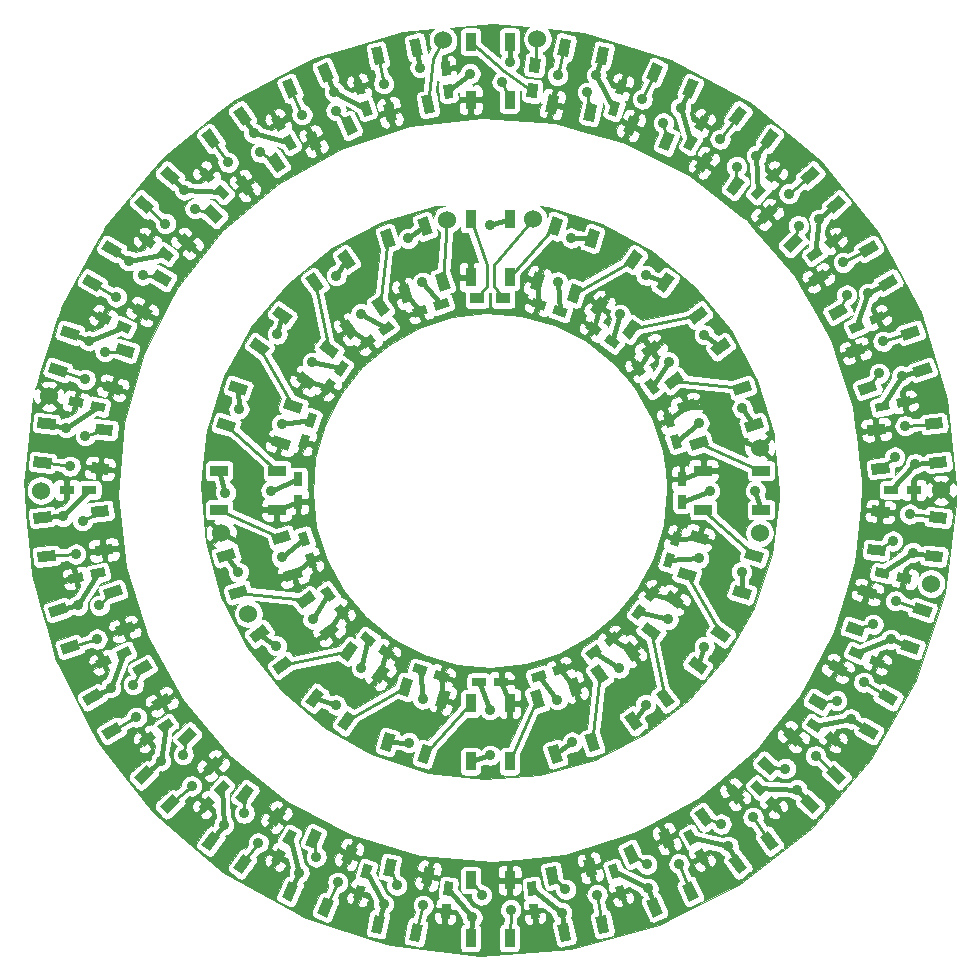
<source format=gtl>
G04 #@! TF.FileFunction,Copper,L1,Top,Signal*
%FSLAX46Y46*%
G04 Gerber Fmt 4.6, Leading zero omitted, Abs format (unit mm)*
G04 Created by KiCad (PCBNEW 4.0.1-stable) date 2/5/2016 11:19:10 AM*
%MOMM*%
G01*
G04 APERTURE LIST*
%ADD10C,0.100000*%
%ADD11R,1.200000X0.750000*%
%ADD12C,1.524000*%
%ADD13R,0.900000X1.500000*%
%ADD14R,0.750000X1.200000*%
%ADD15R,1.200000X0.900000*%
%ADD16R,1.500000X0.900000*%
%ADD17C,0.900000*%
%ADD18C,0.400000*%
%ADD19C,0.250000*%
G04 APERTURE END LIST*
D10*
G36*
X175858533Y-122296666D02*
X175301174Y-122798514D01*
X174498217Y-121906740D01*
X175055576Y-121404892D01*
X175858533Y-122296666D01*
X175858533Y-122296666D01*
G37*
G36*
X174587185Y-120884690D02*
X174029826Y-121386538D01*
X173226869Y-120494764D01*
X173784228Y-119992916D01*
X174587185Y-120884690D01*
X174587185Y-120884690D01*
G37*
G36*
X162096938Y-60678080D02*
X162810230Y-60909842D01*
X162439410Y-62051110D01*
X161726118Y-61819348D01*
X162096938Y-60678080D01*
X162096938Y-60678080D01*
G37*
G36*
X161509806Y-62485088D02*
X162223098Y-62716850D01*
X161852278Y-63858118D01*
X161138986Y-63626356D01*
X161509806Y-62485088D01*
X161509806Y-62485088D01*
G37*
G36*
X169090165Y-63705831D02*
X169739685Y-64080831D01*
X169139685Y-65120061D01*
X168490165Y-64745061D01*
X169090165Y-63705831D01*
X169090165Y-63705831D01*
G37*
G36*
X168140165Y-65351279D02*
X168789685Y-65726279D01*
X168189685Y-66765509D01*
X167540165Y-66390509D01*
X168140165Y-65351279D01*
X168140165Y-65351279D01*
G37*
G36*
X175301069Y-68121391D02*
X175858428Y-68623239D01*
X175055471Y-69515013D01*
X174498112Y-69013165D01*
X175301069Y-68121391D01*
X175301069Y-68121391D01*
G37*
G36*
X174029721Y-69533367D02*
X174587080Y-70035215D01*
X173784123Y-70926989D01*
X173226764Y-70425141D01*
X174029721Y-69533367D01*
X174029721Y-69533367D01*
G37*
G36*
X180458203Y-73731781D02*
X180899042Y-74338544D01*
X179928221Y-75043887D01*
X179487382Y-74437124D01*
X180458203Y-73731781D01*
X180458203Y-73731781D01*
G37*
G36*
X178921071Y-74848573D02*
X179361910Y-75455336D01*
X178391089Y-76160679D01*
X177950250Y-75553916D01*
X178921071Y-74848573D01*
X178921071Y-74848573D01*
G37*
G36*
X184336174Y-80291799D02*
X184641227Y-80976959D01*
X183544972Y-81465043D01*
X183239919Y-80779883D01*
X184336174Y-80291799D01*
X184336174Y-80291799D01*
G37*
G36*
X182600438Y-81064599D02*
X182905491Y-81749759D01*
X181809236Y-82237843D01*
X181504183Y-81552683D01*
X182600438Y-81064599D01*
X182600438Y-81064599D01*
G37*
G36*
X186765497Y-87514741D02*
X186921430Y-88248351D01*
X185747653Y-88497845D01*
X185591720Y-87764235D01*
X186765497Y-87514741D01*
X186765497Y-87514741D01*
G37*
G36*
X184907017Y-87909773D02*
X185062950Y-88643383D01*
X183889173Y-88892877D01*
X183733240Y-88159267D01*
X184907017Y-87909773D01*
X184907017Y-87909773D01*
G37*
D11*
X187039999Y-95459929D03*
X185139999Y-95459929D03*
D10*
G36*
X186921460Y-102671510D02*
X186765527Y-103405120D01*
X185591750Y-103155626D01*
X185747683Y-102422016D01*
X186921460Y-102671510D01*
X186921460Y-102671510D01*
G37*
G36*
X185062980Y-102276478D02*
X184907047Y-103010088D01*
X183733270Y-102760594D01*
X183889203Y-102026984D01*
X185062980Y-102276478D01*
X185062980Y-102276478D01*
G37*
G36*
X184641284Y-109942912D02*
X184336231Y-110628072D01*
X183239976Y-110139988D01*
X183545029Y-109454828D01*
X184641284Y-109942912D01*
X184641284Y-109942912D01*
G37*
G36*
X182905548Y-109170112D02*
X182600495Y-109855272D01*
X181504240Y-109367188D01*
X181809293Y-108682028D01*
X182905548Y-109170112D01*
X182905548Y-109170112D01*
G37*
G36*
X180899125Y-116581341D02*
X180458286Y-117188104D01*
X179487465Y-116482761D01*
X179928304Y-115875998D01*
X180899125Y-116581341D01*
X180899125Y-116581341D01*
G37*
G36*
X179361993Y-115464549D02*
X178921154Y-116071312D01*
X177950333Y-115365969D01*
X178391172Y-114759206D01*
X179361993Y-115464549D01*
X179361993Y-115464549D01*
G37*
G36*
X169739807Y-126839098D02*
X169090287Y-127214098D01*
X168490287Y-126174868D01*
X169139807Y-125799868D01*
X169739807Y-126839098D01*
X169739807Y-126839098D01*
G37*
G36*
X168789807Y-125193650D02*
X168140287Y-125568650D01*
X167540287Y-124529420D01*
X168189807Y-124154420D01*
X168789807Y-125193650D01*
X168789807Y-125193650D01*
G37*
G36*
X162810364Y-130010113D02*
X162097072Y-130241875D01*
X161726252Y-129100607D01*
X162439544Y-128868845D01*
X162810364Y-130010113D01*
X162810364Y-130010113D01*
G37*
G36*
X162223232Y-128203105D02*
X161509940Y-128434867D01*
X161139120Y-127293599D01*
X161852412Y-127061837D01*
X162223232Y-128203105D01*
X162223232Y-128203105D01*
G37*
G36*
X155373056Y-131671120D02*
X154627164Y-131749516D01*
X154501730Y-130556090D01*
X155247622Y-130477694D01*
X155373056Y-131671120D01*
X155373056Y-131671120D01*
G37*
G36*
X155174452Y-129781528D02*
X154428560Y-129859924D01*
X154303126Y-128666498D01*
X155049018Y-128588102D01*
X155174452Y-129781528D01*
X155174452Y-129781528D01*
G37*
G36*
X147752928Y-131749525D02*
X147007036Y-131671129D01*
X147132470Y-130477703D01*
X147878362Y-130556099D01*
X147752928Y-131749525D01*
X147752928Y-131749525D01*
G37*
G36*
X147951532Y-129859933D02*
X147205640Y-129781537D01*
X147331074Y-128588111D01*
X148076966Y-128666507D01*
X147951532Y-129859933D01*
X147951532Y-129859933D01*
G37*
G36*
X140283017Y-130241904D02*
X139569725Y-130010142D01*
X139940545Y-128868874D01*
X140653837Y-129100636D01*
X140283017Y-130241904D01*
X140283017Y-130241904D01*
G37*
G36*
X140870149Y-128434896D02*
X140156857Y-128203134D01*
X140527677Y-127061866D01*
X141240969Y-127293628D01*
X140870149Y-128434896D01*
X140870149Y-128434896D01*
G37*
G36*
X133289793Y-127214145D02*
X132640273Y-126839145D01*
X133240273Y-125799915D01*
X133889793Y-126174915D01*
X133289793Y-127214145D01*
X133289793Y-127214145D01*
G37*
G36*
X134239793Y-125568697D02*
X133590273Y-125193697D01*
X134190273Y-124154467D01*
X134839793Y-124529467D01*
X134239793Y-125568697D01*
X134239793Y-125568697D01*
G37*
G36*
X127078895Y-122798577D02*
X126521536Y-122296729D01*
X127324493Y-121404955D01*
X127881852Y-121906803D01*
X127078895Y-122798577D01*
X127078895Y-122798577D01*
G37*
G36*
X128350243Y-121386601D02*
X127792884Y-120884753D01*
X128595841Y-119992979D01*
X129153200Y-120494827D01*
X128350243Y-121386601D01*
X128350243Y-121386601D01*
G37*
G36*
X121921769Y-117188180D02*
X121480930Y-116581417D01*
X122451751Y-115876074D01*
X122892590Y-116482837D01*
X121921769Y-117188180D01*
X121921769Y-117188180D01*
G37*
G36*
X123458901Y-116071388D02*
X123018062Y-115464625D01*
X123988883Y-114759282D01*
X124429722Y-115366045D01*
X123458901Y-116071388D01*
X123458901Y-116071388D01*
G37*
G36*
X118043806Y-110628158D02*
X117738753Y-109942998D01*
X118835008Y-109454914D01*
X119140061Y-110140074D01*
X118043806Y-110628158D01*
X118043806Y-110628158D01*
G37*
G36*
X119779542Y-109855358D02*
X119474489Y-109170198D01*
X120570744Y-108682114D01*
X120875797Y-109367274D01*
X119779542Y-109855358D01*
X119779542Y-109855358D01*
G37*
G36*
X115614492Y-103405212D02*
X115458559Y-102671602D01*
X116632336Y-102422108D01*
X116788269Y-103155718D01*
X115614492Y-103405212D01*
X115614492Y-103405212D01*
G37*
G36*
X117472972Y-103010180D02*
X117317039Y-102276570D01*
X118490816Y-102027076D01*
X118646749Y-102760686D01*
X117472972Y-103010180D01*
X117472972Y-103010180D01*
G37*
D11*
X115340000Y-95460023D03*
X117240000Y-95460023D03*
D10*
G36*
X115458549Y-88248443D02*
X115614482Y-87514833D01*
X116788259Y-87764327D01*
X116632326Y-88497937D01*
X115458549Y-88248443D01*
X115458549Y-88248443D01*
G37*
G36*
X117317029Y-88643475D02*
X117472962Y-87909865D01*
X118646739Y-88159359D01*
X118490806Y-88892969D01*
X117317029Y-88643475D01*
X117317029Y-88643475D01*
G37*
G36*
X117738734Y-80977044D02*
X118043787Y-80291884D01*
X119140042Y-80779968D01*
X118834989Y-81465128D01*
X117738734Y-80977044D01*
X117738734Y-80977044D01*
G37*
G36*
X119474470Y-81749844D02*
X119779523Y-81064684D01*
X120875778Y-81552768D01*
X120570725Y-82237928D01*
X119474470Y-81749844D01*
X119474470Y-81749844D01*
G37*
G36*
X121480902Y-74338620D02*
X121921741Y-73731857D01*
X122892562Y-74437200D01*
X122451723Y-75043963D01*
X121480902Y-74338620D01*
X121480902Y-74338620D01*
G37*
G36*
X123018034Y-75455412D02*
X123458873Y-74848649D01*
X124429694Y-75553992D01*
X123988855Y-76160755D01*
X123018034Y-75455412D01*
X123018034Y-75455412D01*
G37*
G36*
X126521501Y-68623301D02*
X127078860Y-68121453D01*
X127881817Y-69013227D01*
X127324458Y-69515075D01*
X126521501Y-68623301D01*
X126521501Y-68623301D01*
G37*
G36*
X127792849Y-70035277D02*
X128350208Y-69533429D01*
X129153165Y-70425203D01*
X128595806Y-70927051D01*
X127792849Y-70035277D01*
X127792849Y-70035277D01*
G37*
G36*
X132640233Y-64080878D02*
X133289753Y-63705878D01*
X133889753Y-64745108D01*
X133240233Y-65120108D01*
X132640233Y-64080878D01*
X132640233Y-64080878D01*
G37*
G36*
X133590233Y-65726326D02*
X134239753Y-65351326D01*
X134839753Y-66390556D01*
X134190233Y-66765556D01*
X133590233Y-65726326D01*
X133590233Y-65726326D01*
G37*
G36*
X139569680Y-60909872D02*
X140282972Y-60678110D01*
X140653792Y-61819378D01*
X139940500Y-62051140D01*
X139569680Y-60909872D01*
X139569680Y-60909872D01*
G37*
G36*
X140156812Y-62716880D02*
X140870104Y-62485118D01*
X141240924Y-63626386D01*
X140527632Y-63858148D01*
X140156812Y-62716880D01*
X140156812Y-62716880D01*
G37*
G36*
X147006990Y-59248875D02*
X147752882Y-59170479D01*
X147878316Y-60363905D01*
X147132424Y-60442301D01*
X147006990Y-59248875D01*
X147006990Y-59248875D01*
G37*
G36*
X147205594Y-61138467D02*
X147951486Y-61060071D01*
X148076920Y-62253497D01*
X147331028Y-62331893D01*
X147205594Y-61138467D01*
X147205594Y-61138467D01*
G37*
D12*
X113840000Y-87520000D03*
X155190000Y-57280000D03*
X113170000Y-95510000D03*
X189390000Y-95490000D03*
X188510000Y-103400000D03*
X147200000Y-57400000D03*
D10*
G36*
X155129837Y-62317725D02*
X154234767Y-62223649D01*
X154360201Y-61030223D01*
X155255271Y-61124299D01*
X155129837Y-62317725D01*
X155129837Y-62317725D01*
G37*
G36*
X155359799Y-60129777D02*
X154464729Y-60035701D01*
X154590163Y-58842275D01*
X155485233Y-58936351D01*
X155359799Y-60129777D01*
X155359799Y-60129777D01*
G37*
G36*
X134963136Y-61964195D02*
X134140945Y-62330258D01*
X133530840Y-60959939D01*
X134353031Y-60593876D01*
X134963136Y-61964195D01*
X134963136Y-61964195D01*
G37*
G36*
X137977836Y-60621964D02*
X137155645Y-60988027D01*
X136545540Y-59617708D01*
X137367731Y-59251645D01*
X137977836Y-60621964D01*
X137977836Y-60621964D01*
G37*
G36*
X136956146Y-66440568D02*
X136133955Y-66806631D01*
X135523850Y-65436312D01*
X136346041Y-65070249D01*
X136956146Y-66440568D01*
X136956146Y-66440568D01*
G37*
G36*
X139970846Y-65098337D02*
X139148655Y-65464400D01*
X138538550Y-64094081D01*
X139360741Y-63728018D01*
X139970846Y-65098337D01*
X139970846Y-65098337D01*
G37*
G36*
X128353560Y-66069915D02*
X127625444Y-66598922D01*
X126743766Y-65385397D01*
X127471882Y-64856390D01*
X128353560Y-66069915D01*
X128353560Y-66069915D01*
G37*
G36*
X131023316Y-64130224D02*
X130295200Y-64659231D01*
X129413522Y-63445706D01*
X130141638Y-62916699D01*
X131023316Y-64130224D01*
X131023316Y-64130224D01*
G37*
G36*
X131233708Y-70034098D02*
X130505592Y-70563105D01*
X129623914Y-69349580D01*
X130352030Y-68820573D01*
X131233708Y-70034098D01*
X131233708Y-70034098D01*
G37*
G36*
X133903464Y-68094407D02*
X133175348Y-68623414D01*
X132293670Y-67409889D01*
X133021786Y-66880882D01*
X133903464Y-68094407D01*
X133903464Y-68094407D01*
G37*
G36*
X122742047Y-71460124D02*
X122139830Y-72128954D01*
X121025113Y-71125258D01*
X121627330Y-70456428D01*
X122742047Y-71460124D01*
X122742047Y-71460124D01*
G37*
G36*
X124950178Y-69007746D02*
X124347961Y-69676576D01*
X123233244Y-68672880D01*
X123835461Y-68004050D01*
X124950178Y-69007746D01*
X124950178Y-69007746D01*
G37*
G36*
X126383456Y-74738864D02*
X125781239Y-75407694D01*
X124666522Y-74403998D01*
X125268739Y-73735168D01*
X126383456Y-74738864D01*
X126383456Y-74738864D01*
G37*
G36*
X128591587Y-72286486D02*
X127989370Y-72955316D01*
X126874653Y-71951620D01*
X127476870Y-71282790D01*
X128591587Y-72286486D01*
X128591587Y-72286486D01*
G37*
G36*
X118373847Y-77899244D02*
X117923847Y-78678666D01*
X116624809Y-77928666D01*
X117074809Y-77149244D01*
X118373847Y-77899244D01*
X118373847Y-77899244D01*
G37*
G36*
X120023847Y-75041360D02*
X119573847Y-75820782D01*
X118274809Y-75070782D01*
X118724809Y-74291360D01*
X120023847Y-75041360D01*
X120023847Y-75041360D01*
G37*
G36*
X122617371Y-80349244D02*
X122167371Y-81128666D01*
X120868333Y-80378666D01*
X121318333Y-79599244D01*
X122617371Y-80349244D01*
X122617371Y-80349244D01*
G37*
G36*
X124267371Y-77491360D02*
X123817371Y-78270782D01*
X122518333Y-77520782D01*
X122968333Y-76741360D01*
X124267371Y-77491360D01*
X124267371Y-77491360D01*
G37*
G36*
X115439870Y-85105853D02*
X115161755Y-85961804D01*
X113735170Y-85498279D01*
X114013285Y-84642328D01*
X115439870Y-85105853D01*
X115439870Y-85105853D01*
G37*
G36*
X116459627Y-81967366D02*
X116181512Y-82823317D01*
X114754927Y-82359792D01*
X115033042Y-81503841D01*
X116459627Y-81967366D01*
X116459627Y-81967366D01*
G37*
G36*
X120100047Y-86620036D02*
X119821932Y-87475987D01*
X118395347Y-87012462D01*
X118673462Y-86156511D01*
X120100047Y-86620036D01*
X120100047Y-86620036D01*
G37*
G36*
X121119804Y-83481549D02*
X120841689Y-84337500D01*
X119415104Y-83873975D01*
X119693219Y-83018024D01*
X121119804Y-83481549D01*
X121119804Y-83481549D01*
G37*
G36*
X114068348Y-92764988D02*
X113974273Y-93660058D01*
X112482490Y-93503266D01*
X112576565Y-92608196D01*
X114068348Y-92764988D01*
X114068348Y-92764988D01*
G37*
G36*
X114413292Y-89483066D02*
X114319217Y-90378136D01*
X112827434Y-90221344D01*
X112921509Y-89326274D01*
X114413292Y-89483066D01*
X114413292Y-89483066D01*
G37*
G36*
X118941506Y-93277178D02*
X118847431Y-94172248D01*
X117355648Y-94015456D01*
X117449723Y-93120386D01*
X118941506Y-93277178D01*
X118941506Y-93277178D01*
G37*
G36*
X119286450Y-89995256D02*
X119192375Y-90890326D01*
X117700592Y-90733534D01*
X117794667Y-89838464D01*
X119286450Y-89995256D01*
X119286450Y-89995256D01*
G37*
G36*
X114319222Y-100541910D02*
X114413297Y-101436980D01*
X112921514Y-101593772D01*
X112827439Y-100698702D01*
X114319222Y-100541910D01*
X114319222Y-100541910D01*
G37*
G36*
X113974278Y-97259988D02*
X114068353Y-98155058D01*
X112576570Y-98311850D01*
X112482495Y-97416780D01*
X113974278Y-97259988D01*
X113974278Y-97259988D01*
G37*
G36*
X119192380Y-100029720D02*
X119286455Y-100924790D01*
X117794672Y-101081582D01*
X117700597Y-100186512D01*
X119192380Y-100029720D01*
X119192380Y-100029720D01*
G37*
G36*
X118847436Y-96747798D02*
X118941511Y-97642868D01*
X117449728Y-97799660D01*
X117355653Y-96904590D01*
X118847436Y-96747798D01*
X118847436Y-96747798D01*
G37*
G36*
X116181527Y-108096727D02*
X116459642Y-108952678D01*
X115033057Y-109416203D01*
X114754942Y-108560252D01*
X116181527Y-108096727D01*
X116181527Y-108096727D01*
G37*
G36*
X115161770Y-104958240D02*
X115439885Y-105814191D01*
X114013300Y-106277716D01*
X113735185Y-105421765D01*
X115161770Y-104958240D01*
X115161770Y-104958240D01*
G37*
G36*
X120841704Y-106582544D02*
X121119819Y-107438495D01*
X119693234Y-107902020D01*
X119415119Y-107046069D01*
X120841704Y-106582544D01*
X120841704Y-106582544D01*
G37*
G36*
X119821947Y-103444057D02*
X120100062Y-104300008D01*
X118673477Y-104763533D01*
X118395362Y-103907582D01*
X119821947Y-103444057D01*
X119821947Y-103444057D01*
G37*
G36*
X119573871Y-115099258D02*
X120023871Y-115878680D01*
X118724833Y-116628680D01*
X118274833Y-115849258D01*
X119573871Y-115099258D01*
X119573871Y-115099258D01*
G37*
G36*
X117923871Y-112241374D02*
X118373871Y-113020796D01*
X117074833Y-113770796D01*
X116624833Y-112991374D01*
X117923871Y-112241374D01*
X117923871Y-112241374D01*
G37*
G36*
X123817395Y-112649258D02*
X124267395Y-113428680D01*
X122968357Y-114178680D01*
X122518357Y-113399258D01*
X123817395Y-112649258D01*
X123817395Y-112649258D01*
G37*
G36*
X122167395Y-109791374D02*
X122617395Y-110570796D01*
X121318357Y-111320796D01*
X120868357Y-110541374D01*
X122167395Y-109791374D01*
X122167395Y-109791374D01*
G37*
G36*
X124347993Y-121243458D02*
X124950210Y-121912288D01*
X123835493Y-122915984D01*
X123233276Y-122247154D01*
X124347993Y-121243458D01*
X124347993Y-121243458D01*
G37*
G36*
X122139862Y-118791080D02*
X122742079Y-119459910D01*
X121627362Y-120463606D01*
X121025145Y-119794776D01*
X122139862Y-118791080D01*
X122139862Y-118791080D01*
G37*
G36*
X127989402Y-117964718D02*
X128591619Y-118633548D01*
X127476902Y-119637244D01*
X126874685Y-118968414D01*
X127989402Y-117964718D01*
X127989402Y-117964718D01*
G37*
G36*
X125781271Y-115512340D02*
X126383488Y-116181170D01*
X125268771Y-117184866D01*
X124666554Y-116516036D01*
X125781271Y-115512340D01*
X125781271Y-115512340D01*
G37*
G36*
X130295239Y-126260796D02*
X131023355Y-126789803D01*
X130141677Y-128003328D01*
X129413561Y-127474321D01*
X130295239Y-126260796D01*
X130295239Y-126260796D01*
G37*
G36*
X127625483Y-124321105D02*
X128353599Y-124850112D01*
X127471921Y-126063637D01*
X126743805Y-125534630D01*
X127625483Y-124321105D01*
X127625483Y-124321105D01*
G37*
G36*
X133175387Y-122296613D02*
X133903503Y-122825620D01*
X133021825Y-124039145D01*
X132293709Y-123510138D01*
X133175387Y-122296613D01*
X133175387Y-122296613D01*
G37*
G36*
X130505631Y-120356922D02*
X131233747Y-120885929D01*
X130352069Y-122099454D01*
X129623953Y-121570447D01*
X130505631Y-120356922D01*
X130505631Y-120356922D01*
G37*
G36*
X137155689Y-129931991D02*
X137977880Y-130298054D01*
X137367775Y-131668373D01*
X136545584Y-131302310D01*
X137155689Y-129931991D01*
X137155689Y-129931991D01*
G37*
G36*
X134140989Y-128589760D02*
X134963180Y-128955823D01*
X134353075Y-130326142D01*
X133530884Y-129960079D01*
X134140989Y-128589760D01*
X134140989Y-128589760D01*
G37*
G36*
X139148699Y-125455618D02*
X139970890Y-125821681D01*
X139360785Y-127192000D01*
X138538594Y-126825937D01*
X139148699Y-125455618D01*
X139148699Y-125455618D01*
G37*
G36*
X136133999Y-124113387D02*
X136956190Y-124479450D01*
X136346085Y-125849769D01*
X135523894Y-125483706D01*
X136133999Y-124113387D01*
X136133999Y-124113387D01*
G37*
G36*
X144629505Y-132096594D02*
X145509838Y-132283715D01*
X145197971Y-133750936D01*
X144317638Y-133563815D01*
X144629505Y-132096594D01*
X144629505Y-132096594D01*
G37*
G36*
X141401618Y-131410485D02*
X142281951Y-131597606D01*
X141970084Y-133064827D01*
X141089751Y-132877706D01*
X141401618Y-131410485D01*
X141401618Y-131410485D01*
G37*
G36*
X145648272Y-127303671D02*
X146528605Y-127490792D01*
X146216738Y-128958013D01*
X145336405Y-128770892D01*
X145648272Y-127303671D01*
X145648272Y-127303671D01*
G37*
G36*
X142420385Y-126617562D02*
X143300718Y-126804683D01*
X142988851Y-128271904D01*
X142108518Y-128084783D01*
X142420385Y-126617562D01*
X142420385Y-126617562D01*
G37*
D13*
X152840047Y-133409999D03*
X149540047Y-133409999D03*
X152840047Y-128509999D03*
X149540047Y-128509999D03*
D10*
G36*
X160098141Y-131597586D02*
X160978474Y-131410465D01*
X161290341Y-132877686D01*
X160410008Y-133064807D01*
X160098141Y-131597586D01*
X160098141Y-131597586D01*
G37*
G36*
X156870254Y-132283695D02*
X157750587Y-132096574D01*
X158062454Y-133563795D01*
X157182121Y-133750916D01*
X156870254Y-132283695D01*
X156870254Y-132283695D01*
G37*
G36*
X159079374Y-126804663D02*
X159959707Y-126617542D01*
X160271574Y-128084763D01*
X159391241Y-128271884D01*
X159079374Y-126804663D01*
X159079374Y-126804663D01*
G37*
G36*
X155851487Y-127490772D02*
X156731820Y-127303651D01*
X157043687Y-128770872D01*
X156163354Y-128957993D01*
X155851487Y-127490772D01*
X155851487Y-127490772D01*
G37*
G36*
X167416907Y-128955784D02*
X168239098Y-128589721D01*
X168849203Y-129960040D01*
X168027012Y-130326103D01*
X167416907Y-128955784D01*
X167416907Y-128955784D01*
G37*
G36*
X164402207Y-130298015D02*
X165224398Y-129931952D01*
X165834503Y-131302271D01*
X165012312Y-131668334D01*
X164402207Y-130298015D01*
X164402207Y-130298015D01*
G37*
G36*
X165423897Y-124479411D02*
X166246088Y-124113348D01*
X166856193Y-125483667D01*
X166034002Y-125849730D01*
X165423897Y-124479411D01*
X165423897Y-124479411D01*
G37*
G36*
X162409197Y-125821642D02*
X163231388Y-125455579D01*
X163841493Y-126825898D01*
X163019302Y-127191961D01*
X162409197Y-125821642D01*
X162409197Y-125821642D01*
G37*
G36*
X179637984Y-119459839D02*
X180240201Y-118791009D01*
X181354918Y-119794705D01*
X180752701Y-120463535D01*
X179637984Y-119459839D01*
X179637984Y-119459839D01*
G37*
G36*
X177429853Y-121912217D02*
X178032070Y-121243387D01*
X179146787Y-122247083D01*
X178544570Y-122915913D01*
X177429853Y-121912217D01*
X177429853Y-121912217D01*
G37*
G36*
X175996575Y-116181099D02*
X176598792Y-115512269D01*
X177713509Y-116515965D01*
X177111292Y-117184795D01*
X175996575Y-116181099D01*
X175996575Y-116181099D01*
G37*
G36*
X173788444Y-118633477D02*
X174390661Y-117964647D01*
X175505378Y-118968343D01*
X174903161Y-119637173D01*
X173788444Y-118633477D01*
X173788444Y-118633477D01*
G37*
G36*
X184006176Y-113020713D02*
X184456176Y-112241291D01*
X185755214Y-112991291D01*
X185305214Y-113770713D01*
X184006176Y-113020713D01*
X184006176Y-113020713D01*
G37*
G36*
X182356176Y-115878597D02*
X182806176Y-115099175D01*
X184105214Y-115849175D01*
X183655214Y-116628597D01*
X182356176Y-115878597D01*
X182356176Y-115878597D01*
G37*
G36*
X179762652Y-110570713D02*
X180212652Y-109791291D01*
X181511690Y-110541291D01*
X181061690Y-111320713D01*
X179762652Y-110570713D01*
X179762652Y-110570713D01*
G37*
G36*
X178112652Y-113428597D02*
X178562652Y-112649175D01*
X179861690Y-113399175D01*
X179411690Y-114178597D01*
X178112652Y-113428597D01*
X178112652Y-113428597D01*
G37*
G36*
X186940144Y-105814100D02*
X187218259Y-104958149D01*
X188644844Y-105421674D01*
X188366729Y-106277625D01*
X186940144Y-105814100D01*
X186940144Y-105814100D01*
G37*
G36*
X185920387Y-108952587D02*
X186198502Y-108096636D01*
X187625087Y-108560161D01*
X187346972Y-109416112D01*
X185920387Y-108952587D01*
X185920387Y-108952587D01*
G37*
G36*
X182279967Y-104299917D02*
X182558082Y-103443966D01*
X183984667Y-103907491D01*
X183706552Y-104763442D01*
X182279967Y-104299917D01*
X182279967Y-104299917D01*
G37*
G36*
X181260210Y-107438404D02*
X181538325Y-106582453D01*
X182964910Y-107045978D01*
X182686795Y-107901929D01*
X181260210Y-107438404D01*
X181260210Y-107438404D01*
G37*
G36*
X188311656Y-98154963D02*
X188405731Y-97259893D01*
X189897514Y-97416685D01*
X189803439Y-98311755D01*
X188311656Y-98154963D01*
X188311656Y-98154963D01*
G37*
G36*
X187966712Y-101436885D02*
X188060787Y-100541815D01*
X189552570Y-100698607D01*
X189458495Y-101593677D01*
X187966712Y-101436885D01*
X187966712Y-101436885D01*
G37*
G36*
X183438498Y-97642773D02*
X183532573Y-96747703D01*
X185024356Y-96904495D01*
X184930281Y-97799565D01*
X183438498Y-97642773D01*
X183438498Y-97642773D01*
G37*
G36*
X183093554Y-100924695D02*
X183187629Y-100029625D01*
X184679412Y-100186417D01*
X184585337Y-101081487D01*
X183093554Y-100924695D01*
X183093554Y-100924695D01*
G37*
G36*
X188060772Y-90378041D02*
X187966697Y-89482971D01*
X189458480Y-89326179D01*
X189552555Y-90221249D01*
X188060772Y-90378041D01*
X188060772Y-90378041D01*
G37*
G36*
X188405716Y-93659963D02*
X188311641Y-92764893D01*
X189803424Y-92608101D01*
X189897499Y-93503171D01*
X188405716Y-93659963D01*
X188405716Y-93659963D01*
G37*
G36*
X183187614Y-90890231D02*
X183093539Y-89995161D01*
X184585322Y-89838369D01*
X184679397Y-90733439D01*
X183187614Y-90890231D01*
X183187614Y-90890231D01*
G37*
G36*
X183532558Y-94172153D02*
X183438483Y-93277083D01*
X184930266Y-93120291D01*
X185024341Y-94015361D01*
X183532558Y-94172153D01*
X183532558Y-94172153D01*
G37*
G36*
X186198457Y-82823226D02*
X185920342Y-81967275D01*
X187346927Y-81503750D01*
X187625042Y-82359701D01*
X186198457Y-82823226D01*
X186198457Y-82823226D01*
G37*
G36*
X187218214Y-85961713D02*
X186940099Y-85105762D01*
X188366684Y-84642237D01*
X188644799Y-85498188D01*
X187218214Y-85961713D01*
X187218214Y-85961713D01*
G37*
G36*
X181538280Y-84337409D02*
X181260165Y-83481458D01*
X182686750Y-83017933D01*
X182964865Y-83873884D01*
X181538280Y-84337409D01*
X181538280Y-84337409D01*
G37*
G36*
X182558037Y-87475896D02*
X182279922Y-86619945D01*
X183706507Y-86156420D01*
X183984622Y-87012371D01*
X182558037Y-87475896D01*
X182558037Y-87475896D01*
G37*
G36*
X178031974Y-69676505D02*
X177429757Y-69007675D01*
X178544474Y-68003979D01*
X179146691Y-68672809D01*
X178031974Y-69676505D01*
X178031974Y-69676505D01*
G37*
G36*
X180240105Y-72128883D02*
X179637888Y-71460053D01*
X180752605Y-70456357D01*
X181354822Y-71125187D01*
X180240105Y-72128883D01*
X180240105Y-72128883D01*
G37*
G36*
X174390565Y-72955245D02*
X173788348Y-72286415D01*
X174903065Y-71282719D01*
X175505282Y-71951549D01*
X174390565Y-72955245D01*
X174390565Y-72955245D01*
G37*
G36*
X176598696Y-75407623D02*
X175996479Y-74738793D01*
X177111196Y-73735097D01*
X177713413Y-74403927D01*
X176598696Y-75407623D01*
X176598696Y-75407623D01*
G37*
G36*
X172084721Y-64659175D02*
X171356605Y-64130168D01*
X172238283Y-62916643D01*
X172966399Y-63445650D01*
X172084721Y-64659175D01*
X172084721Y-64659175D01*
G37*
G36*
X174754477Y-66598866D02*
X174026361Y-66069859D01*
X174908039Y-64856334D01*
X175636155Y-65385341D01*
X174754477Y-66598866D01*
X174754477Y-66598866D01*
G37*
G36*
X169204573Y-68623358D02*
X168476457Y-68094351D01*
X169358135Y-66880826D01*
X170086251Y-67409833D01*
X169204573Y-68623358D01*
X169204573Y-68623358D01*
G37*
G36*
X171874329Y-70563049D02*
X171146213Y-70034042D01*
X172027891Y-68820517D01*
X172756007Y-69349524D01*
X171874329Y-70563049D01*
X171874329Y-70563049D01*
G37*
G36*
X165224267Y-60987988D02*
X164402076Y-60621925D01*
X165012181Y-59251606D01*
X165834372Y-59617669D01*
X165224267Y-60987988D01*
X165224267Y-60987988D01*
G37*
G36*
X168238967Y-62330219D02*
X167416776Y-61964156D01*
X168026881Y-60593837D01*
X168849072Y-60959900D01*
X168238967Y-62330219D01*
X168238967Y-62330219D01*
G37*
G36*
X163231257Y-65464361D02*
X162409066Y-65098298D01*
X163019171Y-63727979D01*
X163841362Y-64094042D01*
X163231257Y-65464361D01*
X163231257Y-65464361D01*
G37*
G36*
X166245957Y-66806592D02*
X165423766Y-66440529D01*
X166033871Y-65070210D01*
X166856062Y-65436273D01*
X166245957Y-66806592D01*
X166245957Y-66806592D01*
G37*
G36*
X157750447Y-58823395D02*
X156870114Y-58636274D01*
X157181981Y-57169053D01*
X158062314Y-57356174D01*
X157750447Y-58823395D01*
X157750447Y-58823395D01*
G37*
G36*
X160978334Y-59509504D02*
X160098001Y-59322383D01*
X160409868Y-57855162D01*
X161290201Y-58042283D01*
X160978334Y-59509504D01*
X160978334Y-59509504D01*
G37*
G36*
X156731680Y-63616318D02*
X155851347Y-63429197D01*
X156163214Y-61961976D01*
X157043547Y-62149097D01*
X156731680Y-63616318D01*
X156731680Y-63616318D01*
G37*
G36*
X159959567Y-64302427D02*
X159079234Y-64115306D01*
X159391101Y-62648085D01*
X160271434Y-62835206D01*
X159959567Y-64302427D01*
X159959567Y-64302427D01*
G37*
G36*
X174026477Y-124850056D02*
X174754593Y-124321049D01*
X175636271Y-125534574D01*
X174908155Y-126063581D01*
X174026477Y-124850056D01*
X174026477Y-124850056D01*
G37*
G36*
X171356721Y-126789747D02*
X172084837Y-126260740D01*
X172966515Y-127474265D01*
X172238399Y-128003272D01*
X171356721Y-126789747D01*
X171356721Y-126789747D01*
G37*
G36*
X171146329Y-120885873D02*
X171874445Y-120356866D01*
X172756123Y-121570391D01*
X172028007Y-122099398D01*
X171146329Y-120885873D01*
X171146329Y-120885873D01*
G37*
G36*
X168476573Y-122825564D02*
X169204689Y-122296557D01*
X170086367Y-123510082D01*
X169358251Y-124039089D01*
X168476573Y-122825564D01*
X168476573Y-122825564D01*
G37*
G36*
X182806105Y-75820700D02*
X182356105Y-75041278D01*
X183655143Y-74291278D01*
X184105143Y-75070700D01*
X182806105Y-75820700D01*
X182806105Y-75820700D01*
G37*
G36*
X184456105Y-78678584D02*
X184006105Y-77899162D01*
X185305143Y-77149162D01*
X185755143Y-77928584D01*
X184456105Y-78678584D01*
X184456105Y-78678584D01*
G37*
G36*
X178562581Y-78270700D02*
X178112581Y-77491278D01*
X179411619Y-76741278D01*
X179861619Y-77520700D01*
X178562581Y-78270700D01*
X178562581Y-78270700D01*
G37*
G36*
X180212581Y-81128584D02*
X179762581Y-80349162D01*
X181061619Y-79599162D01*
X181511619Y-80378584D01*
X180212581Y-81128584D01*
X180212581Y-81128584D01*
G37*
D13*
X149540000Y-57510000D03*
X152840000Y-57510000D03*
X149540000Y-62410000D03*
X152840000Y-62410000D03*
D10*
G36*
X142281904Y-59322403D02*
X141401571Y-59509524D01*
X141089704Y-58042303D01*
X141970037Y-57855182D01*
X142281904Y-59322403D01*
X142281904Y-59322403D01*
G37*
G36*
X145509791Y-58636294D02*
X144629458Y-58823415D01*
X144317591Y-57356194D01*
X145197924Y-57169073D01*
X145509791Y-58636294D01*
X145509791Y-58636294D01*
G37*
G36*
X143300671Y-64115326D02*
X142420338Y-64302447D01*
X142108471Y-62835226D01*
X142988804Y-62648105D01*
X143300671Y-64115326D01*
X143300671Y-64115326D01*
G37*
G36*
X146528558Y-63429217D02*
X145648225Y-63616338D01*
X145336358Y-62149117D01*
X146216691Y-61961996D01*
X146528558Y-63429217D01*
X146528558Y-63429217D01*
G37*
G36*
X154609981Y-79917670D02*
X154841743Y-79204378D01*
X155983011Y-79575198D01*
X155751249Y-80288490D01*
X154609981Y-79917670D01*
X154609981Y-79917670D01*
G37*
G36*
X156416989Y-80504802D02*
X156648751Y-79791510D01*
X157790019Y-80162330D01*
X157558257Y-80875622D01*
X156416989Y-80504802D01*
X156416989Y-80504802D01*
G37*
G36*
X159255604Y-81732314D02*
X159696443Y-81125551D01*
X160667264Y-81830894D01*
X160226425Y-82437657D01*
X159255604Y-81732314D01*
X159255604Y-81732314D01*
G37*
G36*
X160792736Y-82849106D02*
X161233575Y-82242343D01*
X162204396Y-82947686D01*
X161763557Y-83554449D01*
X160792736Y-82849106D01*
X160792736Y-82849106D01*
G37*
G36*
X163115551Y-84906443D02*
X163722314Y-84465604D01*
X164427657Y-85436425D01*
X163820894Y-85877264D01*
X163115551Y-84906443D01*
X163115551Y-84906443D01*
G37*
G36*
X164232343Y-86443575D02*
X164839106Y-86002736D01*
X165544449Y-86973557D01*
X164937686Y-87414396D01*
X164232343Y-86443575D01*
X164232343Y-86443575D01*
G37*
G36*
X165794378Y-89111743D02*
X166507670Y-88879981D01*
X166878490Y-90021249D01*
X166165198Y-90253011D01*
X165794378Y-89111743D01*
X165794378Y-89111743D01*
G37*
G36*
X166381510Y-90918751D02*
X167094802Y-90686989D01*
X167465622Y-91828257D01*
X166752330Y-92060019D01*
X166381510Y-90918751D01*
X166381510Y-90918751D01*
G37*
D14*
X167430000Y-94540000D03*
X167430000Y-96440000D03*
D10*
G36*
X166752330Y-98919981D02*
X167465622Y-99151743D01*
X167094802Y-100293011D01*
X166381510Y-100061249D01*
X166752330Y-98919981D01*
X166752330Y-98919981D01*
G37*
G36*
X166165198Y-100726989D02*
X166878490Y-100958751D01*
X166507670Y-102100019D01*
X165794378Y-101868257D01*
X166165198Y-100726989D01*
X166165198Y-100726989D01*
G37*
G36*
X164927686Y-103555604D02*
X165534449Y-103996443D01*
X164829106Y-104967264D01*
X164222343Y-104526425D01*
X164927686Y-103555604D01*
X164927686Y-103555604D01*
G37*
G36*
X163810894Y-105092736D02*
X164417657Y-105533575D01*
X163712314Y-106504396D01*
X163105551Y-106063557D01*
X163810894Y-105092736D01*
X163810894Y-105092736D01*
G37*
G36*
X161763557Y-107425551D02*
X162204396Y-108032314D01*
X161233575Y-108737657D01*
X160792736Y-108130894D01*
X161763557Y-107425551D01*
X161763557Y-107425551D01*
G37*
G36*
X160226425Y-108542343D02*
X160667264Y-109149106D01*
X159696443Y-109854449D01*
X159255604Y-109247686D01*
X160226425Y-108542343D01*
X160226425Y-108542343D01*
G37*
G36*
X157558257Y-110104378D02*
X157790019Y-110817670D01*
X156648751Y-111188490D01*
X156416989Y-110475198D01*
X157558257Y-110104378D01*
X157558257Y-110104378D01*
G37*
G36*
X155751249Y-110691510D02*
X155983011Y-111404802D01*
X154841743Y-111775622D01*
X154609981Y-111062330D01*
X155751249Y-110691510D01*
X155751249Y-110691510D01*
G37*
D11*
X152130000Y-111740000D03*
X150230000Y-111740000D03*
D10*
G36*
X147750019Y-111062330D02*
X147518257Y-111775622D01*
X146376989Y-111404802D01*
X146608751Y-110691510D01*
X147750019Y-111062330D01*
X147750019Y-111062330D01*
G37*
G36*
X145943011Y-110475198D02*
X145711249Y-111188490D01*
X144569981Y-110817670D01*
X144801743Y-110104378D01*
X145943011Y-110475198D01*
X145943011Y-110475198D01*
G37*
G36*
X143104396Y-109247686D02*
X142663557Y-109854449D01*
X141692736Y-109149106D01*
X142133575Y-108542343D01*
X143104396Y-109247686D01*
X143104396Y-109247686D01*
G37*
G36*
X141567264Y-108130894D02*
X141126425Y-108737657D01*
X140155604Y-108032314D01*
X140596443Y-107425551D01*
X141567264Y-108130894D01*
X141567264Y-108130894D01*
G37*
G36*
X139244449Y-106073557D02*
X138637686Y-106514396D01*
X137932343Y-105543575D01*
X138539106Y-105102736D01*
X139244449Y-106073557D01*
X139244449Y-106073557D01*
G37*
G36*
X138127657Y-104536425D02*
X137520894Y-104977264D01*
X136815551Y-104006443D01*
X137422314Y-103565604D01*
X138127657Y-104536425D01*
X138127657Y-104536425D01*
G37*
G36*
X136565622Y-101868257D02*
X135852330Y-102100019D01*
X135481510Y-100958751D01*
X136194802Y-100726989D01*
X136565622Y-101868257D01*
X136565622Y-101868257D01*
G37*
G36*
X135978490Y-100061249D02*
X135265198Y-100293011D01*
X134894378Y-99151743D01*
X135607670Y-98919981D01*
X135978490Y-100061249D01*
X135978490Y-100061249D01*
G37*
D14*
X134930000Y-96440000D03*
X134930000Y-94540000D03*
D10*
G36*
X135607670Y-92060019D02*
X134894378Y-91828257D01*
X135265198Y-90686989D01*
X135978490Y-90918751D01*
X135607670Y-92060019D01*
X135607670Y-92060019D01*
G37*
G36*
X136194802Y-90253011D02*
X135481510Y-90021249D01*
X135852330Y-88879981D01*
X136565622Y-89111743D01*
X136194802Y-90253011D01*
X136194802Y-90253011D01*
G37*
G36*
X137422314Y-87414396D02*
X136815551Y-86973557D01*
X137520894Y-86002736D01*
X138127657Y-86443575D01*
X137422314Y-87414396D01*
X137422314Y-87414396D01*
G37*
G36*
X138539106Y-85877264D02*
X137932343Y-85436425D01*
X138637686Y-84465604D01*
X139244449Y-84906443D01*
X138539106Y-85877264D01*
X138539106Y-85877264D01*
G37*
G36*
X140596443Y-83554449D02*
X140155604Y-82947686D01*
X141126425Y-82242343D01*
X141567264Y-82849106D01*
X140596443Y-83554449D01*
X140596443Y-83554449D01*
G37*
G36*
X142133575Y-82437657D02*
X141692736Y-81830894D01*
X142663557Y-81125551D01*
X143104396Y-81732314D01*
X142133575Y-82437657D01*
X142133575Y-82437657D01*
G37*
G36*
X144801743Y-80875622D02*
X144569981Y-80162330D01*
X145711249Y-79791510D01*
X145943011Y-80504802D01*
X144801743Y-80875622D01*
X144801743Y-80875622D01*
G37*
G36*
X146608751Y-80288490D02*
X146376989Y-79575198D01*
X147518257Y-79204378D01*
X147750019Y-79917670D01*
X146608751Y-80288490D01*
X146608751Y-80288490D01*
G37*
D12*
X154820000Y-72510000D03*
X130720000Y-105940000D03*
X128420000Y-99110000D03*
X147570000Y-72570000D03*
X174000000Y-99110000D03*
X174020000Y-91870000D03*
D15*
X150080000Y-79240000D03*
X152280000Y-79240000D03*
D13*
X149530000Y-72540000D03*
X152830000Y-72540000D03*
X149530000Y-77440000D03*
X152830000Y-77440000D03*
D10*
G36*
X156894061Y-74002383D02*
X156038110Y-73724268D01*
X156501635Y-72297683D01*
X157357586Y-72575798D01*
X156894061Y-74002383D01*
X156894061Y-74002383D01*
G37*
G36*
X160032548Y-75022140D02*
X159176597Y-74744025D01*
X159640122Y-73317440D01*
X160496073Y-73595555D01*
X160032548Y-75022140D01*
X160032548Y-75022140D01*
G37*
G36*
X155379878Y-78662560D02*
X154523927Y-78384445D01*
X154987452Y-76957860D01*
X155843403Y-77235975D01*
X155379878Y-78662560D01*
X155379878Y-78662560D01*
G37*
G36*
X158518365Y-79682317D02*
X157662414Y-79404202D01*
X158125939Y-77977617D01*
X158981890Y-78255732D01*
X158518365Y-79682317D01*
X158518365Y-79682317D01*
G37*
G36*
X163258415Y-76829329D02*
X162530299Y-76300322D01*
X163411977Y-75086797D01*
X164140093Y-75615804D01*
X163258415Y-76829329D01*
X163258415Y-76829329D01*
G37*
G36*
X165928171Y-78769020D02*
X165200055Y-78240013D01*
X166081733Y-77026488D01*
X166809849Y-77555495D01*
X165928171Y-78769020D01*
X165928171Y-78769020D01*
G37*
G36*
X160378267Y-80793512D02*
X159650151Y-80264505D01*
X160531829Y-79050980D01*
X161259945Y-79579987D01*
X160378267Y-80793512D01*
X160378267Y-80793512D01*
G37*
G36*
X163048023Y-82733203D02*
X162319907Y-82204196D01*
X163201585Y-80990671D01*
X163929701Y-81519678D01*
X163048023Y-82733203D01*
X163048023Y-82733203D01*
G37*
G36*
X168429987Y-81469945D02*
X167900980Y-80741829D01*
X169114505Y-79860151D01*
X169643512Y-80588267D01*
X168429987Y-81469945D01*
X168429987Y-81469945D01*
G37*
G36*
X170369678Y-84139701D02*
X169840671Y-83411585D01*
X171054196Y-82529907D01*
X171583203Y-83258023D01*
X170369678Y-84139701D01*
X170369678Y-84139701D01*
G37*
G36*
X164465804Y-84350093D02*
X163936797Y-83621977D01*
X165150322Y-82740299D01*
X165679329Y-83468415D01*
X164465804Y-84350093D01*
X164465804Y-84350093D01*
G37*
G36*
X166405495Y-87019849D02*
X165876488Y-86291733D01*
X167090013Y-85410055D01*
X167619020Y-86138171D01*
X166405495Y-87019849D01*
X166405495Y-87019849D01*
G37*
G36*
X171925975Y-87493403D02*
X171647860Y-86637452D01*
X173074445Y-86173927D01*
X173352560Y-87029878D01*
X171925975Y-87493403D01*
X171925975Y-87493403D01*
G37*
G36*
X172945732Y-90631890D02*
X172667617Y-89775939D01*
X174094202Y-89312414D01*
X174372317Y-90168365D01*
X172945732Y-90631890D01*
X172945732Y-90631890D01*
G37*
G36*
X167265798Y-89007586D02*
X166987683Y-88151635D01*
X168414268Y-87688110D01*
X168692383Y-88544061D01*
X167265798Y-89007586D01*
X167265798Y-89007586D01*
G37*
G36*
X168285555Y-92146073D02*
X168007440Y-91290122D01*
X169434025Y-90826597D01*
X169712140Y-91682548D01*
X168285555Y-92146073D01*
X168285555Y-92146073D01*
G37*
D16*
X174130000Y-93840000D03*
X174130000Y-97140000D03*
X169230000Y-93840000D03*
X169230000Y-97140000D03*
D10*
G36*
X172667617Y-101204061D02*
X172945732Y-100348110D01*
X174372317Y-100811635D01*
X174094202Y-101667586D01*
X172667617Y-101204061D01*
X172667617Y-101204061D01*
G37*
G36*
X171647860Y-104342548D02*
X171925975Y-103486597D01*
X173352560Y-103950122D01*
X173074445Y-104806073D01*
X171647860Y-104342548D01*
X171647860Y-104342548D01*
G37*
G36*
X168007440Y-99689878D02*
X168285555Y-98833927D01*
X169712140Y-99297452D01*
X169434025Y-100153403D01*
X168007440Y-99689878D01*
X168007440Y-99689878D01*
G37*
G36*
X166987683Y-102828365D02*
X167265798Y-101972414D01*
X168692383Y-102435939D01*
X168414268Y-103291890D01*
X166987683Y-102828365D01*
X166987683Y-102828365D01*
G37*
G36*
X169840671Y-107568415D02*
X170369678Y-106840299D01*
X171583203Y-107721977D01*
X171054196Y-108450093D01*
X169840671Y-107568415D01*
X169840671Y-107568415D01*
G37*
G36*
X167900980Y-110238171D02*
X168429987Y-109510055D01*
X169643512Y-110391733D01*
X169114505Y-111119849D01*
X167900980Y-110238171D01*
X167900980Y-110238171D01*
G37*
G36*
X165876488Y-104688267D02*
X166405495Y-103960151D01*
X167619020Y-104841829D01*
X167090013Y-105569945D01*
X165876488Y-104688267D01*
X165876488Y-104688267D01*
G37*
G36*
X163936797Y-107358023D02*
X164465804Y-106629907D01*
X165679329Y-107511585D01*
X165150322Y-108239701D01*
X163936797Y-107358023D01*
X163936797Y-107358023D01*
G37*
G36*
X165200055Y-112739987D02*
X165928171Y-112210980D01*
X166809849Y-113424505D01*
X166081733Y-113953512D01*
X165200055Y-112739987D01*
X165200055Y-112739987D01*
G37*
G36*
X162530299Y-114679678D02*
X163258415Y-114150671D01*
X164140093Y-115364196D01*
X163411977Y-115893203D01*
X162530299Y-114679678D01*
X162530299Y-114679678D01*
G37*
G36*
X162319907Y-108775804D02*
X163048023Y-108246797D01*
X163929701Y-109460322D01*
X163201585Y-109989329D01*
X162319907Y-108775804D01*
X162319907Y-108775804D01*
G37*
G36*
X159650151Y-110715495D02*
X160378267Y-110186488D01*
X161259945Y-111400013D01*
X160531829Y-111929020D01*
X159650151Y-110715495D01*
X159650151Y-110715495D01*
G37*
G36*
X159176597Y-116235975D02*
X160032548Y-115957860D01*
X160496073Y-117384445D01*
X159640122Y-117662560D01*
X159176597Y-116235975D01*
X159176597Y-116235975D01*
G37*
G36*
X156038110Y-117255732D02*
X156894061Y-116977617D01*
X157357586Y-118404202D01*
X156501635Y-118682317D01*
X156038110Y-117255732D01*
X156038110Y-117255732D01*
G37*
G36*
X157662414Y-111575798D02*
X158518365Y-111297683D01*
X158981890Y-112724268D01*
X158125939Y-113002383D01*
X157662414Y-111575798D01*
X157662414Y-111575798D01*
G37*
G36*
X154523927Y-112595555D02*
X155379878Y-112317440D01*
X155843403Y-113744025D01*
X154987452Y-114022140D01*
X154523927Y-112595555D01*
X154523927Y-112595555D01*
G37*
D13*
X152830000Y-118440000D03*
X149530000Y-118440000D03*
X152830000Y-113540000D03*
X149530000Y-113540000D03*
D10*
G36*
X145465939Y-116977617D02*
X146321890Y-117255732D01*
X145858365Y-118682317D01*
X145002414Y-118404202D01*
X145465939Y-116977617D01*
X145465939Y-116977617D01*
G37*
G36*
X142327452Y-115957860D02*
X143183403Y-116235975D01*
X142719878Y-117662560D01*
X141863927Y-117384445D01*
X142327452Y-115957860D01*
X142327452Y-115957860D01*
G37*
G36*
X146980122Y-112317440D02*
X147836073Y-112595555D01*
X147372548Y-114022140D01*
X146516597Y-113744025D01*
X146980122Y-112317440D01*
X146980122Y-112317440D01*
G37*
G36*
X143841635Y-111297683D02*
X144697586Y-111575798D01*
X144234061Y-113002383D01*
X143378110Y-112724268D01*
X143841635Y-111297683D01*
X143841635Y-111297683D01*
G37*
G36*
X139101585Y-114150671D02*
X139829701Y-114679678D01*
X138948023Y-115893203D01*
X138219907Y-115364196D01*
X139101585Y-114150671D01*
X139101585Y-114150671D01*
G37*
G36*
X136431829Y-112210980D02*
X137159945Y-112739987D01*
X136278267Y-113953512D01*
X135550151Y-113424505D01*
X136431829Y-112210980D01*
X136431829Y-112210980D01*
G37*
G36*
X141981733Y-110186488D02*
X142709849Y-110715495D01*
X141828171Y-111929020D01*
X141100055Y-111400013D01*
X141981733Y-110186488D01*
X141981733Y-110186488D01*
G37*
G36*
X139311977Y-108246797D02*
X140040093Y-108775804D01*
X139158415Y-109989329D01*
X138430299Y-109460322D01*
X139311977Y-108246797D01*
X139311977Y-108246797D01*
G37*
G36*
X133930013Y-109510055D02*
X134459020Y-110238171D01*
X133245495Y-111119849D01*
X132716488Y-110391733D01*
X133930013Y-109510055D01*
X133930013Y-109510055D01*
G37*
G36*
X131990322Y-106840299D02*
X132519329Y-107568415D01*
X131305804Y-108450093D01*
X130776797Y-107721977D01*
X131990322Y-106840299D01*
X131990322Y-106840299D01*
G37*
G36*
X137894196Y-106629907D02*
X138423203Y-107358023D01*
X137209678Y-108239701D01*
X136680671Y-107511585D01*
X137894196Y-106629907D01*
X137894196Y-106629907D01*
G37*
G36*
X135954505Y-103960151D02*
X136483512Y-104688267D01*
X135269987Y-105569945D01*
X134740980Y-104841829D01*
X135954505Y-103960151D01*
X135954505Y-103960151D01*
G37*
G36*
X130434025Y-103486597D02*
X130712140Y-104342548D01*
X129285555Y-104806073D01*
X129007440Y-103950122D01*
X130434025Y-103486597D01*
X130434025Y-103486597D01*
G37*
G36*
X129414268Y-100348110D02*
X129692383Y-101204061D01*
X128265798Y-101667586D01*
X127987683Y-100811635D01*
X129414268Y-100348110D01*
X129414268Y-100348110D01*
G37*
G36*
X135094202Y-101972414D02*
X135372317Y-102828365D01*
X133945732Y-103291890D01*
X133667617Y-102435939D01*
X135094202Y-101972414D01*
X135094202Y-101972414D01*
G37*
G36*
X134074445Y-98833927D02*
X134352560Y-99689878D01*
X132925975Y-100153403D01*
X132647860Y-99297452D01*
X134074445Y-98833927D01*
X134074445Y-98833927D01*
G37*
D16*
X128230000Y-97140000D03*
X128230000Y-93840000D03*
X133130000Y-97140000D03*
X133130000Y-93840000D03*
D10*
G36*
X129692383Y-89775939D02*
X129414268Y-90631890D01*
X127987683Y-90168365D01*
X128265798Y-89312414D01*
X129692383Y-89775939D01*
X129692383Y-89775939D01*
G37*
G36*
X130712140Y-86637452D02*
X130434025Y-87493403D01*
X129007440Y-87029878D01*
X129285555Y-86173927D01*
X130712140Y-86637452D01*
X130712140Y-86637452D01*
G37*
G36*
X134352560Y-91290122D02*
X134074445Y-92146073D01*
X132647860Y-91682548D01*
X132925975Y-90826597D01*
X134352560Y-91290122D01*
X134352560Y-91290122D01*
G37*
G36*
X135372317Y-88151635D02*
X135094202Y-89007586D01*
X133667617Y-88544061D01*
X133945732Y-87688110D01*
X135372317Y-88151635D01*
X135372317Y-88151635D01*
G37*
G36*
X132519329Y-83411585D02*
X131990322Y-84139701D01*
X130776797Y-83258023D01*
X131305804Y-82529907D01*
X132519329Y-83411585D01*
X132519329Y-83411585D01*
G37*
G36*
X134459020Y-80741829D02*
X133930013Y-81469945D01*
X132716488Y-80588267D01*
X133245495Y-79860151D01*
X134459020Y-80741829D01*
X134459020Y-80741829D01*
G37*
G36*
X136483512Y-86291733D02*
X135954505Y-87019849D01*
X134740980Y-86138171D01*
X135269987Y-85410055D01*
X136483512Y-86291733D01*
X136483512Y-86291733D01*
G37*
G36*
X138423203Y-83621977D02*
X137894196Y-84350093D01*
X136680671Y-83468415D01*
X137209678Y-82740299D01*
X138423203Y-83621977D01*
X138423203Y-83621977D01*
G37*
G36*
X137159945Y-78240013D02*
X136431829Y-78769020D01*
X135550151Y-77555495D01*
X136278267Y-77026488D01*
X137159945Y-78240013D01*
X137159945Y-78240013D01*
G37*
G36*
X139829701Y-76300322D02*
X139101585Y-76829329D01*
X138219907Y-75615804D01*
X138948023Y-75086797D01*
X139829701Y-76300322D01*
X139829701Y-76300322D01*
G37*
G36*
X140040093Y-82204196D02*
X139311977Y-82733203D01*
X138430299Y-81519678D01*
X139158415Y-80990671D01*
X140040093Y-82204196D01*
X140040093Y-82204196D01*
G37*
G36*
X142709849Y-80264505D02*
X141981733Y-80793512D01*
X141100055Y-79579987D01*
X141828171Y-79050980D01*
X142709849Y-80264505D01*
X142709849Y-80264505D01*
G37*
G36*
X143183403Y-74744025D02*
X142327452Y-75022140D01*
X141863927Y-73595555D01*
X142719878Y-73317440D01*
X143183403Y-74744025D01*
X143183403Y-74744025D01*
G37*
G36*
X146321890Y-73724268D02*
X145465939Y-74002383D01*
X145002414Y-72575798D01*
X145858365Y-72297683D01*
X146321890Y-73724268D01*
X146321890Y-73724268D01*
G37*
G36*
X144697586Y-79404202D02*
X143841635Y-79682317D01*
X143378110Y-78255732D01*
X144234061Y-77977617D01*
X144697586Y-79404202D01*
X144697586Y-79404202D01*
G37*
G36*
X147836073Y-78384445D02*
X146980122Y-78662560D01*
X146516597Y-77235975D01*
X147372548Y-76957860D01*
X147836073Y-78384445D01*
X147836073Y-78384445D01*
G37*
D17*
X160170000Y-60330000D03*
X167310000Y-63090000D03*
X173730000Y-67160000D03*
X183220000Y-78820000D03*
X186040000Y-85790000D03*
X186960000Y-100760000D03*
X185090000Y-108120000D03*
X181730000Y-114850000D03*
X177180000Y-120840000D03*
X171350000Y-125640000D03*
X164560000Y-129190000D03*
X157250000Y-131240000D03*
X142170000Y-130510000D03*
X135020000Y-127870000D03*
X128640000Y-123830000D03*
X123310000Y-118400000D03*
X119050000Y-112200000D03*
X116270000Y-105230000D03*
X115020000Y-97700000D03*
X115310000Y-90200000D03*
X117220000Y-82840000D03*
X125310000Y-70080000D03*
X131160000Y-65250000D03*
X149490000Y-60210000D03*
X179030000Y-72540000D03*
X187200000Y-93250000D03*
X149650000Y-131650000D03*
X137990000Y-61750000D03*
X145260000Y-59700000D03*
X152840000Y-59210000D03*
X120590000Y-76060000D03*
X166300000Y-84620000D03*
X169310000Y-82320000D03*
X168880000Y-89760000D03*
X172520000Y-88540000D03*
X169780000Y-95530000D03*
X173640000Y-95530000D03*
X168860000Y-101240000D03*
X172480000Y-102380000D03*
X169310000Y-108720000D03*
X166260000Y-106420000D03*
X164350000Y-113640000D03*
X162120000Y-110550000D03*
X158150000Y-116810000D03*
X156890000Y-113210000D03*
X151200000Y-117920000D03*
X151160000Y-114060000D03*
X144320000Y-116850000D03*
X145470000Y-113170000D03*
X138140000Y-113680000D03*
X140270000Y-110550000D03*
X133100000Y-108660000D03*
X136170000Y-106400000D03*
X133530000Y-101180000D03*
X129870000Y-102440000D03*
X132630000Y-95510000D03*
X128780000Y-95680000D03*
X129920000Y-88610000D03*
X133530000Y-89870000D03*
X136130000Y-84670000D03*
X133160000Y-82270000D03*
X138170000Y-77320000D03*
X140230000Y-80530000D03*
X145460000Y-77880000D03*
X144260000Y-74160000D03*
X151190000Y-73050000D03*
X162190000Y-80590000D03*
X164370000Y-77290000D03*
X158060000Y-74130000D03*
X156940000Y-77850000D03*
X156900000Y-60370000D03*
X152190000Y-60900000D03*
X164070000Y-62370000D03*
X159420000Y-61810000D03*
X129000000Y-67720000D03*
X126200000Y-71650000D03*
X185520000Y-104850000D03*
X185270000Y-99790000D03*
X135260000Y-63680000D03*
X131730000Y-66870000D03*
X142190000Y-61060000D03*
X138130000Y-63340000D03*
X121240000Y-114700000D03*
X125200000Y-117890000D03*
X182820000Y-111740000D03*
X183620000Y-106840000D03*
X178740000Y-117970000D03*
X180540000Y-113300000D03*
X173440000Y-123170000D03*
X176190000Y-119050000D03*
X167180000Y-127110000D03*
X170740000Y-123750000D03*
X160250000Y-129730000D03*
X164440000Y-127160000D03*
X152930000Y-130990000D03*
X157570000Y-129270000D03*
X145520000Y-130630000D03*
X150460000Y-129760000D03*
X138290000Y-128680000D03*
X143270000Y-128930000D03*
X131560000Y-125350000D03*
X136460000Y-126530000D03*
X125920000Y-120520000D03*
X130370000Y-122830000D03*
X117910000Y-108080000D03*
X120980000Y-111940000D03*
X116100000Y-100890000D03*
X118110000Y-105240000D03*
X115630000Y-93450000D03*
X116690000Y-98060000D03*
X116910000Y-86110000D03*
X116930000Y-90870000D03*
X119550000Y-79120000D03*
X118580000Y-83740000D03*
X170660000Y-65760000D03*
X165860000Y-64390000D03*
X176490000Y-70370000D03*
X172060000Y-68090000D03*
X181100000Y-76200000D03*
X177300000Y-73090000D03*
X184450000Y-82870000D03*
X181370000Y-78960000D03*
X186320000Y-90030000D03*
X184130000Y-85590000D03*
X186700000Y-97500000D03*
X185430000Y-92680000D03*
X123700000Y-72910000D03*
X121770000Y-77270000D03*
D18*
X161681042Y-63171603D02*
X160170000Y-60330000D01*
X160170000Y-60330000D02*
X160694101Y-58682333D01*
X168164925Y-66058394D02*
X167310000Y-63090000D01*
X167310000Y-63090000D02*
X168132924Y-61462028D01*
X173906922Y-70230178D02*
X173730000Y-67160000D01*
X173730000Y-67160000D02*
X174831258Y-65727600D01*
X178656080Y-75504626D02*
X179030000Y-72540000D01*
X182204837Y-81651221D02*
X183220000Y-78820000D01*
X183220000Y-78820000D02*
X184880624Y-77913873D01*
X184398095Y-88401325D02*
X186040000Y-85790000D01*
X186040000Y-85790000D02*
X187792449Y-85301975D01*
X185139999Y-95459929D02*
X187200000Y-93250000D01*
X184398125Y-102518536D02*
X186960000Y-100760000D01*
X186960000Y-100760000D02*
X188759641Y-101067746D01*
X182204894Y-109268650D02*
X185090000Y-108120000D01*
X185090000Y-108120000D02*
X186772737Y-108756374D01*
X178656163Y-115415259D02*
X181730000Y-114850000D01*
X181730000Y-114850000D02*
X183230695Y-115863886D01*
X173907027Y-120689727D02*
X177180000Y-120840000D01*
X177180000Y-120840000D02*
X178288320Y-122079650D01*
X168165047Y-124861535D02*
X171350000Y-125640000D01*
X171350000Y-125640000D02*
X172161618Y-127132006D01*
X161681176Y-127748352D02*
X164560000Y-129190000D01*
X164560000Y-129190000D02*
X165118355Y-130800143D01*
X154738789Y-129224013D02*
X157250000Y-131240000D01*
X157250000Y-131240000D02*
X157466354Y-132923745D01*
X147641303Y-129224022D02*
X149650000Y-131650000D01*
X140698913Y-127748381D02*
X142170000Y-130510000D01*
X142170000Y-130510000D02*
X141685851Y-132237656D01*
X134215033Y-124861582D02*
X135020000Y-127870000D01*
X135020000Y-127870000D02*
X134247032Y-129457951D01*
X128473042Y-120689790D02*
X128640000Y-123830000D01*
X128640000Y-123830000D02*
X127548702Y-125192371D01*
X123723892Y-115415335D02*
X123310000Y-118400000D01*
X123310000Y-118400000D02*
X121883612Y-119627343D01*
X120175143Y-109268736D02*
X119050000Y-112200000D01*
X119050000Y-112200000D02*
X117499352Y-113006085D01*
X117981894Y-102518628D02*
X116270000Y-105230000D01*
X116270000Y-105230000D02*
X114587535Y-105617978D01*
X117240000Y-95460023D02*
X115020000Y-97700000D01*
X115020000Y-97700000D02*
X113275424Y-97785919D01*
X117981884Y-88401417D02*
X115310000Y-90200000D01*
X115310000Y-90200000D02*
X113620363Y-89852205D01*
X120175124Y-81651306D02*
X117220000Y-82840000D01*
X117220000Y-82840000D02*
X115607277Y-82163579D01*
X120590000Y-76060000D02*
X119149328Y-75056071D01*
X128473007Y-70230240D02*
X125310000Y-70080000D01*
X125310000Y-70080000D02*
X124091711Y-68840313D01*
X134214993Y-66058441D02*
X131160000Y-65250000D01*
X131160000Y-65250000D02*
X130218419Y-63787965D01*
X140698868Y-63171633D02*
X137990000Y-61750000D01*
X147641257Y-61695982D02*
X149490000Y-60210000D01*
X180496355Y-71292620D02*
X179030000Y-72540000D01*
X189104570Y-93134032D02*
X187200000Y-93250000D01*
X149540047Y-133409999D02*
X149650000Y-131650000D01*
X137261688Y-60119836D02*
X137990000Y-61750000D01*
X144913691Y-57996244D02*
X145260000Y-59700000D01*
X152840000Y-57510000D02*
X152840000Y-59210000D01*
X123723864Y-75504702D02*
X120590000Y-76060000D01*
X164888396Y-86708566D02*
X166300000Y-84620000D01*
X170711937Y-83334804D02*
X169310000Y-82320000D01*
X166923566Y-91373504D02*
X168880000Y-89760000D01*
X173519967Y-89972152D02*
X172520000Y-88540000D01*
X167430000Y-96440000D02*
X169780000Y-95530000D01*
X174130000Y-97140000D02*
X173640000Y-95530000D01*
X166336434Y-101413504D02*
X168860000Y-101240000D01*
X172500210Y-104146335D02*
X172480000Y-102380000D01*
X168772246Y-110314952D02*
X169310000Y-108720000D01*
X163761604Y-105798566D02*
X166260000Y-106420000D01*
X163335196Y-115021937D02*
X164350000Y-113640000D01*
X159961434Y-109198396D02*
X162120000Y-110550000D01*
X156697848Y-117829967D02*
X158150000Y-116810000D01*
X155296496Y-111233566D02*
X156890000Y-113210000D01*
X149530000Y-118440000D02*
X151200000Y-117920000D01*
X150230000Y-111740000D02*
X151160000Y-114060000D01*
X142523665Y-116810210D02*
X144320000Y-116850000D01*
X145256496Y-110646434D02*
X145470000Y-113170000D01*
X136355048Y-113082246D02*
X138140000Y-113680000D01*
X140861434Y-108081604D02*
X140270000Y-110550000D01*
X131648063Y-107645196D02*
X133100000Y-108660000D01*
X137471604Y-104271434D02*
X136170000Y-106400000D01*
X135436434Y-99606496D02*
X133530000Y-101180000D01*
X128840033Y-101007848D02*
X129870000Y-102440000D01*
X134930000Y-94540000D02*
X132630000Y-95510000D01*
X128230000Y-93840000D02*
X128780000Y-95680000D01*
X129859790Y-86833665D02*
X129920000Y-88610000D01*
X136023566Y-89566496D02*
X133530000Y-89870000D01*
X138588396Y-85171434D02*
X136130000Y-84670000D01*
X133587754Y-80665048D02*
X133160000Y-82270000D01*
X139024804Y-75958063D02*
X138170000Y-77320000D01*
X142398566Y-81781604D02*
X140230000Y-80530000D01*
X147063504Y-79746434D02*
X145460000Y-77880000D01*
X145662152Y-73150033D02*
X144260000Y-74160000D01*
X152830000Y-72540000D02*
X151190000Y-73050000D01*
X161498566Y-82898396D02*
X162190000Y-80590000D01*
X166004952Y-77897754D02*
X164370000Y-77290000D01*
X159836335Y-74169790D02*
X158060000Y-74130000D01*
X157103504Y-80333566D02*
X156940000Y-77850000D01*
D19*
X154745019Y-61673974D02*
X152370000Y-59960000D01*
X152370000Y-59960000D02*
X149540000Y-57510000D01*
X149530000Y-72540000D02*
X150900000Y-76450000D01*
X150900000Y-78180000D02*
X150080000Y-79240000D01*
X150900000Y-76450000D02*
X150900000Y-78180000D01*
X152840000Y-62410000D02*
X152190000Y-60900000D01*
X156900000Y-60370000D02*
X157466214Y-57996224D01*
X152830000Y-77440000D02*
X156697848Y-73150033D01*
X159675334Y-63475256D02*
X159420000Y-61810000D01*
X164070000Y-62370000D02*
X165118224Y-60119797D01*
X158322152Y-78829967D02*
X163335196Y-75958063D01*
X127733120Y-72119053D02*
X126200000Y-71650000D01*
X129000000Y-67720000D02*
X127548663Y-65727656D01*
X183886483Y-100555556D02*
X185270000Y-99790000D01*
X185520000Y-104850000D02*
X187792494Y-105617887D01*
X160455048Y-111057754D02*
X159836335Y-116810210D01*
X133098567Y-67752148D02*
X131730000Y-66870000D01*
X135260000Y-63680000D02*
X134246988Y-61462067D01*
X139254698Y-64596209D02*
X138130000Y-63340000D01*
X142190000Y-61060000D02*
X141685804Y-58682353D01*
X125525021Y-116348603D02*
X125200000Y-117890000D01*
X121240000Y-114700000D02*
X119149352Y-115863969D01*
X182112560Y-107242191D02*
X183620000Y-106840000D01*
X182820000Y-111740000D02*
X184880695Y-113006002D01*
X155183665Y-113169790D02*
X152830000Y-118440000D01*
X178987171Y-113413886D02*
X180540000Y-113300000D01*
X178740000Y-117970000D02*
X180496451Y-119627272D01*
X149530000Y-113540000D02*
X145662152Y-117829967D01*
X174646911Y-118800910D02*
X176190000Y-119050000D01*
X173440000Y-123170000D02*
X174831374Y-125192315D01*
X144037848Y-112150033D02*
X139024804Y-115021937D01*
X169281470Y-123167823D02*
X170740000Y-123750000D01*
X167180000Y-127110000D02*
X168133055Y-129457912D01*
X139235196Y-109118063D02*
X133587754Y-110314952D01*
X163125345Y-126323770D02*
X164440000Y-127160000D01*
X160250000Y-129730000D02*
X160694241Y-132237636D01*
X135612246Y-104765048D02*
X129859790Y-104146335D01*
X156447587Y-128130822D02*
X157570000Y-129270000D01*
X152930000Y-130990000D02*
X152840047Y-133409999D01*
X133500210Y-99493665D02*
X128230000Y-97140000D01*
X149540047Y-128509999D02*
X150460000Y-129760000D01*
X145520000Y-130630000D02*
X144913738Y-132923765D01*
X133130000Y-93840000D02*
X128840033Y-89972152D01*
X142704618Y-127444733D02*
X143270000Y-128930000D01*
X138290000Y-128680000D02*
X137261732Y-130800182D01*
X134519967Y-88347848D02*
X131648063Y-83334804D01*
X136240042Y-124981578D02*
X136460000Y-126530000D01*
X131560000Y-125350000D02*
X130218458Y-127132062D01*
X137551937Y-83545196D02*
X136355048Y-77897754D01*
X130428850Y-121228188D02*
X130370000Y-122830000D01*
X125920000Y-120520000D02*
X124091743Y-122079721D01*
X141904952Y-79922246D02*
X142523665Y-74169790D01*
X121742876Y-110556085D02*
X120980000Y-111940000D01*
X117910000Y-108080000D02*
X115607292Y-108756465D01*
X119247712Y-104103795D02*
X118110000Y-105240000D01*
X116100000Y-100890000D02*
X113620368Y-101067841D01*
X118148582Y-97273729D02*
X116690000Y-98060000D01*
X115630000Y-93450000D02*
X113275419Y-93134127D01*
X118493521Y-90364395D02*
X116930000Y-90870000D01*
X116910000Y-86110000D02*
X114587520Y-85302066D01*
X120267454Y-83677762D02*
X118580000Y-83740000D01*
X119550000Y-79120000D02*
X117499328Y-77913955D01*
X166139914Y-65938401D02*
X165860000Y-64390000D01*
X170660000Y-65760000D02*
X172161502Y-63787909D01*
X163124804Y-81861937D02*
X168772246Y-80665048D01*
X171951110Y-69691783D02*
X172060000Y-68090000D01*
X176490000Y-70370000D02*
X178288224Y-68840242D01*
X166747754Y-86214952D02*
X172500210Y-86833665D01*
X176854946Y-74571360D02*
X177300000Y-73090000D01*
X181100000Y-76200000D02*
X183230624Y-75055989D01*
X168859790Y-91486335D02*
X174130000Y-93840000D01*
X180637100Y-80363873D02*
X181370000Y-78960000D01*
X184450000Y-82870000D02*
X186772692Y-82163488D01*
X169230000Y-97140000D02*
X173519967Y-101007848D01*
X183132272Y-86816158D02*
X184130000Y-85590000D01*
X186320000Y-90030000D02*
X188759626Y-89852110D01*
X167840033Y-102632152D02*
X170711937Y-107645196D01*
X184231412Y-93646222D02*
X185430000Y-92680000D01*
X186700000Y-97500000D02*
X189104585Y-97785824D01*
X164808063Y-107434804D02*
X166004952Y-113082246D01*
X123392852Y-77506071D02*
X121770000Y-77270000D01*
X123700000Y-72910000D02*
X121883580Y-71292691D01*
D18*
X174020000Y-91870000D02*
X171270000Y-90840000D01*
X170580000Y-88640000D02*
X167840033Y-88347848D01*
X171270000Y-90840000D02*
X170580000Y-88640000D01*
X128420000Y-99110000D02*
X131330000Y-100650000D01*
X131980000Y-102820000D02*
X134519967Y-102632152D01*
X131330000Y-100650000D02*
X131980000Y-102820000D01*
X159961434Y-81781604D02*
X160455048Y-79922246D01*
X163771604Y-85171434D02*
X164808063Y-83545196D01*
X166336434Y-89566496D02*
X167840033Y-88347848D01*
X167430000Y-94540000D02*
X169230000Y-93840000D01*
X166923566Y-99606496D02*
X168859790Y-99493665D01*
X164878396Y-104261434D02*
X166747754Y-104765048D01*
X161498566Y-108081604D02*
X163124804Y-109118063D01*
X157103504Y-110646434D02*
X158322152Y-112150033D01*
X152130000Y-111740000D02*
X152830000Y-113540000D01*
X147063504Y-111233566D02*
X147176335Y-113169790D01*
X142398566Y-109198396D02*
X141904952Y-111057754D01*
X138588396Y-105808566D02*
X137551937Y-107434804D01*
X136023566Y-101413504D02*
X134519967Y-102632152D01*
X134930000Y-96440000D02*
X133130000Y-97140000D01*
X137471604Y-86708566D02*
X135612246Y-86214952D01*
X140861434Y-82898396D02*
X139235196Y-81861937D01*
X155296496Y-79746434D02*
X155183665Y-77810210D01*
X145256496Y-80333566D02*
X144037848Y-78829967D01*
D19*
X147200000Y-57400000D02*
X146340000Y-58950000D01*
X146340000Y-58950000D02*
X145932458Y-62789167D01*
X155190000Y-57280000D02*
X154974981Y-59486026D01*
X147176335Y-77810210D02*
X147570000Y-72570000D01*
X154820000Y-72510000D02*
X151510000Y-76450000D01*
X151490000Y-78200000D02*
X152280000Y-79240000D01*
X151510000Y-76450000D02*
X151490000Y-78200000D01*
D10*
G36*
X154471208Y-56301866D02*
X154426882Y-56330872D01*
X154257062Y-56497172D01*
X154122778Y-56693290D01*
X154029143Y-56911755D01*
X153979726Y-57144246D01*
X153976407Y-57381908D01*
X154019314Y-57615689D01*
X154106812Y-57836683D01*
X154235568Y-58036474D01*
X154400678Y-58207450D01*
X154514188Y-58286342D01*
X154502798Y-58403204D01*
X154440750Y-58415497D01*
X154327768Y-58474019D01*
X154235562Y-58561700D01*
X154171435Y-58671598D01*
X154140463Y-58795010D01*
X154015029Y-59988436D01*
X154013222Y-60060301D01*
X154037951Y-60185114D01*
X154096473Y-60298096D01*
X154184154Y-60390302D01*
X154294051Y-60454429D01*
X154417463Y-60485401D01*
X155312533Y-60579477D01*
X155384399Y-60581284D01*
X155509212Y-60556555D01*
X155622194Y-60498033D01*
X155677255Y-60445674D01*
X155998817Y-60445674D01*
X156030678Y-60619274D01*
X156095652Y-60783379D01*
X156191263Y-60931738D01*
X156313870Y-61058701D01*
X156458802Y-61159431D01*
X156620539Y-61230093D01*
X156792921Y-61267993D01*
X156969381Y-61271690D01*
X157143199Y-61241041D01*
X157307753Y-61177214D01*
X157456777Y-61082641D01*
X157584592Y-60960924D01*
X157686332Y-60816699D01*
X157758121Y-60655459D01*
X157797224Y-60483346D01*
X157800039Y-60281750D01*
X157765757Y-60108613D01*
X157698498Y-59945431D01*
X157620431Y-59827930D01*
X157752867Y-59272708D01*
X157854431Y-59263453D01*
X157972912Y-59217062D01*
X158073777Y-59139499D01*
X158149041Y-59036906D01*
X158192743Y-58917408D01*
X158504610Y-57450187D01*
X158513919Y-57378904D01*
X158502372Y-57252190D01*
X158455981Y-57133709D01*
X158378418Y-57032844D01*
X158275826Y-56957580D01*
X158156327Y-56913878D01*
X157275994Y-56726757D01*
X157204711Y-56717448D01*
X157077997Y-56728995D01*
X156959516Y-56775386D01*
X156858651Y-56852949D01*
X156783387Y-56955542D01*
X156739685Y-57075040D01*
X156427818Y-58542261D01*
X156418509Y-58613544D01*
X156430056Y-58740258D01*
X156476447Y-58858739D01*
X156554010Y-58959604D01*
X156631695Y-59016595D01*
X156502064Y-59560053D01*
X156481016Y-59568557D01*
X156333328Y-59665202D01*
X156207224Y-59788692D01*
X156107508Y-59934324D01*
X156037977Y-60096550D01*
X156001281Y-60269193D01*
X155998817Y-60445674D01*
X155677255Y-60445674D01*
X155714400Y-60410352D01*
X155778527Y-60300454D01*
X155809499Y-60177042D01*
X155934933Y-58983616D01*
X155936740Y-58911751D01*
X155912011Y-58786938D01*
X155853489Y-58673956D01*
X155765808Y-58581750D01*
X155655911Y-58517623D01*
X155647306Y-58515463D01*
X155658733Y-58398224D01*
X155739108Y-58367048D01*
X155939792Y-58239690D01*
X156111917Y-58075777D01*
X156248927Y-57881554D01*
X156345602Y-57664418D01*
X156398261Y-57432639D01*
X156402052Y-57161157D01*
X156355885Y-56927999D01*
X156265310Y-56708247D01*
X156133777Y-56510274D01*
X156096450Y-56472685D01*
X159127551Y-56791267D01*
X166487178Y-59069452D01*
X173264140Y-62733742D01*
X179200305Y-67644565D01*
X184069566Y-73614869D01*
X187686455Y-80417247D01*
X189913205Y-87792599D01*
X190620492Y-95006075D01*
X190570210Y-94884685D01*
X190361016Y-94807484D01*
X189678500Y-95490000D01*
X190361016Y-96172516D01*
X190570210Y-96095315D01*
X190659282Y-95869515D01*
X190649609Y-96562207D01*
X189684021Y-104205627D01*
X187252207Y-111515929D01*
X183446795Y-118214666D01*
X178412731Y-124046684D01*
X172341763Y-128789845D01*
X165465130Y-132263482D01*
X158044762Y-134335286D01*
X150363298Y-134926342D01*
X142713323Y-134014138D01*
X141257416Y-133541085D01*
X143866033Y-133541085D01*
X143877580Y-133667799D01*
X143923971Y-133786280D01*
X144001534Y-133887145D01*
X144104126Y-133962409D01*
X144223625Y-134006111D01*
X145103958Y-134193232D01*
X145175241Y-134202541D01*
X145301955Y-134190994D01*
X145420436Y-134144603D01*
X145521301Y-134067040D01*
X145596565Y-133964447D01*
X145640267Y-133844949D01*
X145952134Y-132377728D01*
X145961443Y-132306445D01*
X145949896Y-132179731D01*
X145903505Y-132061250D01*
X145825942Y-131960385D01*
X145773317Y-131921778D01*
X145840535Y-131667459D01*
X146446348Y-131667459D01*
X146456406Y-131776914D01*
X146487624Y-131882304D01*
X146538802Y-131979579D01*
X146607975Y-132065000D01*
X146692484Y-132135285D01*
X146789079Y-132187732D01*
X146894052Y-132220328D01*
X146996446Y-132231090D01*
X147101357Y-132146134D01*
X147522710Y-132146134D01*
X147646864Y-132299451D01*
X147639944Y-132298724D01*
X147749258Y-132310213D01*
X147858714Y-132300155D01*
X147964103Y-132268938D01*
X148061378Y-132217759D01*
X148146799Y-132148586D01*
X148217084Y-132064078D01*
X148269531Y-131967481D01*
X148302126Y-131862509D01*
X148334682Y-131552757D01*
X148210528Y-131399440D01*
X147607848Y-131336096D01*
X147522710Y-132146134D01*
X147101357Y-132146134D01*
X147149764Y-132106935D01*
X147234902Y-131296897D01*
X146632222Y-131233553D01*
X146478905Y-131357707D01*
X146446348Y-131667459D01*
X145840535Y-131667459D01*
X145898380Y-131448607D01*
X145927753Y-131437214D01*
X146076777Y-131342641D01*
X146204592Y-131220924D01*
X146306332Y-131076699D01*
X146378121Y-130915459D01*
X146417224Y-130743346D01*
X146418185Y-130674471D01*
X146550716Y-130674471D01*
X146674870Y-130827788D01*
X147277550Y-130891132D01*
X147279641Y-130871242D01*
X147652587Y-130910440D01*
X147650496Y-130930331D01*
X148253176Y-130993675D01*
X148258861Y-130989071D01*
X148750806Y-131583211D01*
X148748817Y-131725674D01*
X148780678Y-131899274D01*
X148845652Y-132063379D01*
X148941263Y-132211738D01*
X148960355Y-132231508D01*
X148896842Y-132251177D01*
X148790596Y-132321188D01*
X148708061Y-132418027D01*
X148655772Y-132534025D01*
X148637870Y-132659999D01*
X148637870Y-134159999D01*
X148643584Y-134231660D01*
X148681225Y-134353204D01*
X148751236Y-134459450D01*
X148848075Y-134541985D01*
X148964073Y-134594274D01*
X149090047Y-134612176D01*
X149990047Y-134612176D01*
X150061708Y-134606462D01*
X150183252Y-134568821D01*
X150289498Y-134498810D01*
X150372033Y-134401971D01*
X150424322Y-134285973D01*
X150442224Y-134159999D01*
X150442224Y-132659999D01*
X151937870Y-132659999D01*
X151937870Y-134159999D01*
X151943584Y-134231660D01*
X151981225Y-134353204D01*
X152051236Y-134459450D01*
X152148075Y-134541985D01*
X152264073Y-134594274D01*
X152390047Y-134612176D01*
X153290047Y-134612176D01*
X153361708Y-134606462D01*
X153483252Y-134568821D01*
X153589498Y-134498810D01*
X153672033Y-134401971D01*
X153724322Y-134285973D01*
X153742224Y-134159999D01*
X153742224Y-132659999D01*
X153736510Y-132588338D01*
X153698869Y-132466794D01*
X153628858Y-132360548D01*
X153532019Y-132278013D01*
X153458748Y-132244984D01*
X153478717Y-131707756D01*
X153486777Y-131702641D01*
X153614592Y-131580924D01*
X153634468Y-131552748D01*
X154045410Y-131552748D01*
X154077966Y-131862500D01*
X154110561Y-131967472D01*
X154163008Y-132064069D01*
X154233293Y-132148577D01*
X154318714Y-132217750D01*
X154415989Y-132268929D01*
X154521378Y-132300146D01*
X154630834Y-132310204D01*
X154740062Y-132298724D01*
X154733228Y-132299442D01*
X154857382Y-132146125D01*
X154772244Y-131336087D01*
X154169564Y-131399431D01*
X154045410Y-131552748D01*
X153634468Y-131552748D01*
X153716332Y-131436699D01*
X153778580Y-131296888D01*
X155145190Y-131296888D01*
X155230328Y-132106926D01*
X155383646Y-132231081D01*
X155486040Y-132220319D01*
X155591013Y-132187723D01*
X155687608Y-132135276D01*
X155772117Y-132064991D01*
X155841290Y-131979570D01*
X155892468Y-131882295D01*
X155923686Y-131776905D01*
X155933744Y-131667450D01*
X155901187Y-131357698D01*
X155747870Y-131233544D01*
X155145190Y-131296888D01*
X153778580Y-131296888D01*
X153788121Y-131275459D01*
X153827224Y-131103346D01*
X153830039Y-130901750D01*
X153795757Y-130728613D01*
X153728498Y-130565431D01*
X153630825Y-130418421D01*
X153506458Y-130293182D01*
X153360133Y-130194485D01*
X153197425Y-130126089D01*
X153024531Y-130090599D01*
X152848036Y-130089367D01*
X152674663Y-130122440D01*
X152511016Y-130188557D01*
X152363328Y-130285202D01*
X152237224Y-130408692D01*
X152137508Y-130554324D01*
X152067977Y-130716550D01*
X152031281Y-130889193D01*
X152028817Y-131065674D01*
X152060678Y-131239274D01*
X152125652Y-131403379D01*
X152221263Y-131551738D01*
X152329555Y-131663877D01*
X152309016Y-132216438D01*
X152196842Y-132251177D01*
X152090596Y-132321188D01*
X152008061Y-132418027D01*
X151955772Y-132534025D01*
X151937870Y-132659999D01*
X150442224Y-132659999D01*
X150436510Y-132588338D01*
X150398869Y-132466794D01*
X150328858Y-132360548D01*
X150265595Y-132306629D01*
X150334592Y-132240924D01*
X150436332Y-132096699D01*
X150508121Y-131935459D01*
X150547224Y-131763346D01*
X150550039Y-131561750D01*
X150515757Y-131388613D01*
X150448498Y-131225431D01*
X150350825Y-131078421D01*
X150226458Y-130953182D01*
X150080133Y-130854485D01*
X149917425Y-130786089D01*
X149750148Y-130751752D01*
X148790965Y-129593311D01*
X148848075Y-129641985D01*
X148964073Y-129694274D01*
X149090047Y-129712176D01*
X149560541Y-129712176D01*
X149558817Y-129835674D01*
X149590678Y-130009274D01*
X149655652Y-130173379D01*
X149751263Y-130321738D01*
X149873870Y-130448701D01*
X150018802Y-130549431D01*
X150180539Y-130620093D01*
X150352921Y-130657993D01*
X150529381Y-130661690D01*
X150703199Y-130631041D01*
X150867753Y-130567214D01*
X151016777Y-130472641D01*
X151144592Y-130350924D01*
X151246332Y-130206699D01*
X151318121Y-130045459D01*
X151357224Y-129873346D01*
X151360039Y-129671750D01*
X151325757Y-129498613D01*
X151258498Y-129335431D01*
X151160825Y-129188421D01*
X151036458Y-129063182D01*
X150890133Y-128964485D01*
X150727425Y-128896089D01*
X150554531Y-128860599D01*
X150511792Y-128860301D01*
X150506787Y-128853499D01*
X151832047Y-128853499D01*
X151832047Y-129314957D01*
X151853491Y-129422761D01*
X151895554Y-129524311D01*
X151956620Y-129615703D01*
X152034343Y-129693426D01*
X152125735Y-129754492D01*
X152227284Y-129796555D01*
X152335089Y-129817999D01*
X152496547Y-129817999D01*
X152636047Y-129678499D01*
X152636047Y-128713999D01*
X153044047Y-128713999D01*
X153044047Y-129678499D01*
X153183547Y-129817999D01*
X153345005Y-129817999D01*
X153452810Y-129796555D01*
X153554359Y-129754492D01*
X153645751Y-129693426D01*
X153723474Y-129615703D01*
X153784540Y-129524311D01*
X153826603Y-129422761D01*
X153848047Y-129314957D01*
X153848047Y-128853499D01*
X153708547Y-128713999D01*
X153044047Y-128713999D01*
X152636047Y-128713999D01*
X151971547Y-128713999D01*
X151832047Y-128853499D01*
X150506787Y-128853499D01*
X150442224Y-128765774D01*
X150442224Y-128713763D01*
X153853426Y-128713763D01*
X153978860Y-129907189D01*
X153992034Y-129977860D01*
X154042172Y-130094804D01*
X154100109Y-130165380D01*
X154033496Y-130247640D01*
X153982318Y-130344915D01*
X153951100Y-130450305D01*
X153941042Y-130559760D01*
X153973599Y-130869512D01*
X154126916Y-130993666D01*
X154729596Y-130930322D01*
X154727505Y-130910431D01*
X155100451Y-130871233D01*
X155102542Y-130891123D01*
X155699028Y-130828430D01*
X156356222Y-131356022D01*
X156380678Y-131489274D01*
X156445652Y-131653379D01*
X156541263Y-131801738D01*
X156637208Y-131901092D01*
X156596272Y-131923976D01*
X156506904Y-132014547D01*
X156446306Y-132126430D01*
X156419278Y-132250765D01*
X156427958Y-132377708D01*
X156739825Y-133844929D01*
X156760314Y-133913836D01*
X156822402Y-134024898D01*
X156912973Y-134114266D01*
X157024856Y-134174864D01*
X157149191Y-134201892D01*
X157276134Y-134193212D01*
X158156467Y-134006091D01*
X158225373Y-133985602D01*
X158336436Y-133923514D01*
X158425804Y-133832943D01*
X158486402Y-133721060D01*
X158513430Y-133596725D01*
X158504750Y-133469782D01*
X158192883Y-132002561D01*
X158172394Y-131933654D01*
X158110306Y-131822592D01*
X158019735Y-131733224D01*
X158007997Y-131726866D01*
X158036332Y-131686699D01*
X158108121Y-131525459D01*
X158147224Y-131353346D01*
X158150039Y-131151750D01*
X158115757Y-130978613D01*
X158048498Y-130815431D01*
X157950825Y-130668421D01*
X157826458Y-130543182D01*
X157680133Y-130444485D01*
X157517425Y-130376089D01*
X157344531Y-130340599D01*
X157168036Y-130339367D01*
X157166737Y-130339615D01*
X155906878Y-129328206D01*
X156006089Y-129381941D01*
X156130424Y-129408969D01*
X156257367Y-129400289D01*
X156669277Y-129312735D01*
X156668817Y-129345674D01*
X156700678Y-129519274D01*
X156765652Y-129683379D01*
X156861263Y-129831738D01*
X156983870Y-129958701D01*
X157128802Y-130059431D01*
X157290539Y-130130093D01*
X157462921Y-130167993D01*
X157639381Y-130171690D01*
X157813199Y-130141041D01*
X157977753Y-130077214D01*
X158126777Y-129982641D01*
X158254592Y-129860924D01*
X158293566Y-129805674D01*
X159348817Y-129805674D01*
X159380678Y-129979274D01*
X159445652Y-130143379D01*
X159541263Y-130291738D01*
X159663870Y-130418701D01*
X159805491Y-130517130D01*
X159923350Y-131182416D01*
X159824159Y-131237867D01*
X159734791Y-131328438D01*
X159674193Y-131440321D01*
X159647165Y-131564656D01*
X159655845Y-131691599D01*
X159967712Y-133158820D01*
X159988201Y-133227727D01*
X160050289Y-133338789D01*
X160140860Y-133428157D01*
X160252743Y-133488755D01*
X160377078Y-133515783D01*
X160504021Y-133507103D01*
X161384354Y-133319982D01*
X161453260Y-133299493D01*
X161564323Y-133237405D01*
X161653691Y-133146834D01*
X161714289Y-133034951D01*
X161741317Y-132910616D01*
X161732637Y-132783673D01*
X161420770Y-131316452D01*
X161400281Y-131247545D01*
X161338193Y-131136483D01*
X161247622Y-131047115D01*
X161135739Y-130986517D01*
X161053380Y-130968614D01*
X160937826Y-130316339D01*
X161036332Y-130176699D01*
X161039153Y-130170361D01*
X161487120Y-130170361D01*
X161583365Y-130466575D01*
X161637073Y-130562476D01*
X161708458Y-130646058D01*
X161794777Y-130714106D01*
X161892714Y-130764007D01*
X161998503Y-130793843D01*
X162108080Y-130802467D01*
X162217235Y-130789548D01*
X162321683Y-130755611D01*
X162315154Y-130757732D01*
X162404719Y-130581952D01*
X162153024Y-129807316D01*
X161576684Y-129994581D01*
X161487120Y-130170361D01*
X161039153Y-130170361D01*
X161108121Y-130015459D01*
X161147224Y-129843346D01*
X161149345Y-129691435D01*
X162509671Y-129691435D01*
X162761365Y-130466070D01*
X162937145Y-130555635D01*
X163035064Y-130523819D01*
X163130966Y-130470111D01*
X163214547Y-130398726D01*
X163282595Y-130312408D01*
X163332497Y-130214471D01*
X163362332Y-130108681D01*
X163370956Y-129999103D01*
X163358037Y-129889949D01*
X163261791Y-129593735D01*
X163086011Y-129504171D01*
X162509671Y-129691435D01*
X161149345Y-129691435D01*
X161150039Y-129641750D01*
X161115757Y-129468613D01*
X161048498Y-129305431D01*
X160950825Y-129158421D01*
X160826458Y-129033182D01*
X160680133Y-128934485D01*
X160517425Y-128866089D01*
X160344531Y-128830599D01*
X160168036Y-128829367D01*
X159994663Y-128862440D01*
X159831016Y-128928557D01*
X159683328Y-129025202D01*
X159557224Y-129148692D01*
X159457508Y-129294324D01*
X159387977Y-129456550D01*
X159351281Y-129629193D01*
X159348817Y-129805674D01*
X158293566Y-129805674D01*
X158356332Y-129716699D01*
X158428121Y-129555459D01*
X158467224Y-129383346D01*
X158470039Y-129181750D01*
X158435757Y-129008613D01*
X158368498Y-128845431D01*
X158270825Y-128698421D01*
X158146458Y-128573182D01*
X158000133Y-128474485D01*
X157837425Y-128406089D01*
X157664531Y-128370599D01*
X157489845Y-128369380D01*
X157401586Y-128279802D01*
X157340047Y-127990282D01*
X158760919Y-127990282D01*
X158856861Y-128441656D01*
X158900251Y-128542645D01*
X158962508Y-128633231D01*
X159041241Y-128709930D01*
X159133425Y-128769795D01*
X159235516Y-128810525D01*
X159343591Y-128830555D01*
X159453499Y-128829117D01*
X159561013Y-128806264D01*
X159611429Y-128795548D01*
X159718877Y-128630092D01*
X159518346Y-127686669D01*
X158868367Y-127824826D01*
X158760919Y-127990282D01*
X157340047Y-127990282D01*
X157257482Y-127601841D01*
X159917430Y-127601841D01*
X160117961Y-128545264D01*
X160283416Y-128652712D01*
X160333832Y-128641996D01*
X160441346Y-128619143D01*
X160542337Y-128575754D01*
X160632921Y-128513497D01*
X160709620Y-128434764D01*
X160769485Y-128342580D01*
X160810215Y-128240489D01*
X160830245Y-128132412D01*
X160828807Y-128022506D01*
X160732864Y-127571132D01*
X160567409Y-127463684D01*
X159917430Y-127601841D01*
X157257482Y-127601841D01*
X157174116Y-127209638D01*
X157153627Y-127140731D01*
X157091539Y-127029669D01*
X157000968Y-126940301D01*
X156889085Y-126879703D01*
X156764750Y-126852675D01*
X156637807Y-126861355D01*
X155757474Y-127048476D01*
X155688568Y-127068965D01*
X155577505Y-127131053D01*
X155488137Y-127221624D01*
X155427539Y-127333507D01*
X155400511Y-127457842D01*
X155409191Y-127584785D01*
X155721058Y-129052006D01*
X155741547Y-129120913D01*
X155803635Y-129231975D01*
X155876212Y-129303588D01*
X155551487Y-129042900D01*
X155498718Y-128540837D01*
X155485544Y-128470166D01*
X155435406Y-128353222D01*
X155354672Y-128254876D01*
X155249736Y-128182915D01*
X155128908Y-128143038D01*
X155001753Y-128138402D01*
X154255861Y-128216798D01*
X154185190Y-128229972D01*
X154068246Y-128280111D01*
X153969900Y-128360844D01*
X153897939Y-128465780D01*
X153858062Y-128586609D01*
X153853426Y-128713763D01*
X150442224Y-128713763D01*
X150442224Y-127759999D01*
X150437842Y-127705041D01*
X151832047Y-127705041D01*
X151832047Y-128166499D01*
X151971547Y-128305999D01*
X152636047Y-128305999D01*
X152636047Y-127341499D01*
X153044047Y-127341499D01*
X153044047Y-128305999D01*
X153708547Y-128305999D01*
X153848047Y-128166499D01*
X153848047Y-127705041D01*
X153826603Y-127597237D01*
X153784540Y-127495687D01*
X153723474Y-127404295D01*
X153645751Y-127326572D01*
X153554359Y-127265506D01*
X153452810Y-127223443D01*
X153345005Y-127201999D01*
X153183547Y-127201999D01*
X153044047Y-127341499D01*
X152636047Y-127341499D01*
X152496547Y-127201999D01*
X152335089Y-127201999D01*
X152227284Y-127223443D01*
X152125735Y-127265506D01*
X152034343Y-127326572D01*
X151956620Y-127404295D01*
X151895554Y-127495687D01*
X151853491Y-127597237D01*
X151832047Y-127705041D01*
X150437842Y-127705041D01*
X150436510Y-127688338D01*
X150398869Y-127566794D01*
X150328858Y-127460548D01*
X150232019Y-127378013D01*
X150116021Y-127325724D01*
X149990047Y-127307822D01*
X149090047Y-127307822D01*
X149018386Y-127313536D01*
X148896842Y-127351177D01*
X148790596Y-127421188D01*
X148708061Y-127518027D01*
X148655772Y-127634025D01*
X148637870Y-127759999D01*
X148637870Y-129259999D01*
X148643584Y-129331660D01*
X148681225Y-129453204D01*
X148705657Y-129490281D01*
X148474406Y-129210991D01*
X148526666Y-128713772D01*
X148528473Y-128641907D01*
X148503744Y-128517094D01*
X148445222Y-128404111D01*
X148357541Y-128311906D01*
X148247643Y-128247779D01*
X148124231Y-128216807D01*
X147378339Y-128138411D01*
X147306474Y-128136604D01*
X147181661Y-128161333D01*
X147068679Y-128219855D01*
X146976473Y-128307536D01*
X146912346Y-128417434D01*
X146881374Y-128540846D01*
X146755940Y-129734272D01*
X146754133Y-129806137D01*
X146778862Y-129930950D01*
X146820859Y-130012029D01*
X146738599Y-130078642D01*
X146668314Y-130163150D01*
X146615867Y-130259747D01*
X146583272Y-130364719D01*
X146550716Y-130674471D01*
X146418185Y-130674471D01*
X146420039Y-130541750D01*
X146385757Y-130368613D01*
X146318498Y-130205431D01*
X146220825Y-130058421D01*
X146096458Y-129933182D01*
X145950133Y-129834485D01*
X145787425Y-129766089D01*
X145614531Y-129730599D01*
X145438036Y-129729367D01*
X145264663Y-129762440D01*
X145101016Y-129828557D01*
X144953328Y-129925202D01*
X144827224Y-130048692D01*
X144727508Y-130194324D01*
X144657977Y-130356550D01*
X144621281Y-130529193D01*
X144618817Y-130705674D01*
X144650678Y-130879274D01*
X144715652Y-131043379D01*
X144786811Y-131153796D01*
X144656826Y-131645589D01*
X144652235Y-131644989D01*
X144525521Y-131656536D01*
X144407040Y-131702927D01*
X144306175Y-131780490D01*
X144230911Y-131883083D01*
X144187209Y-132002581D01*
X143875342Y-133469802D01*
X143866033Y-133541085D01*
X141257416Y-133541085D01*
X135386222Y-131633419D01*
X134812057Y-131312529D01*
X136093522Y-131312529D01*
X136114267Y-131438065D01*
X136169164Y-131552853D01*
X136253866Y-131647802D01*
X136361667Y-131715394D01*
X137183858Y-132081457D01*
X137251648Y-132105384D01*
X137377994Y-132120435D01*
X137503530Y-132099690D01*
X137618318Y-132044793D01*
X137713267Y-131960091D01*
X137780859Y-131852290D01*
X138346436Y-130581981D01*
X139975370Y-130581981D01*
X140064935Y-130757761D01*
X140064005Y-130757459D01*
X140162854Y-130789577D01*
X140272009Y-130802496D01*
X140381586Y-130793872D01*
X140487375Y-130764036D01*
X140585312Y-130714135D01*
X140671631Y-130646087D01*
X140743016Y-130562505D01*
X140796724Y-130466604D01*
X140892969Y-130170390D01*
X140803405Y-129994610D01*
X140227065Y-129807345D01*
X139975370Y-130581981D01*
X138346436Y-130581981D01*
X138390964Y-130481971D01*
X138414891Y-130414181D01*
X138429942Y-130287835D01*
X138409197Y-130162299D01*
X138354300Y-130047511D01*
X138311143Y-129999132D01*
X139009133Y-129999132D01*
X139017757Y-130108710D01*
X139047592Y-130214500D01*
X139097494Y-130312437D01*
X139165542Y-130398755D01*
X139249123Y-130470140D01*
X139345025Y-130523848D01*
X139442944Y-130555664D01*
X139618724Y-130466099D01*
X139870418Y-129691464D01*
X139294078Y-129504200D01*
X139118298Y-129593764D01*
X139022052Y-129889978D01*
X139009133Y-129999132D01*
X138311143Y-129999132D01*
X138296986Y-129983263D01*
X138504123Y-129556168D01*
X138533199Y-129551041D01*
X138697753Y-129487214D01*
X138846777Y-129392641D01*
X138974592Y-129270924D01*
X139076332Y-129126699D01*
X139148121Y-128965459D01*
X139153816Y-128940388D01*
X139330593Y-128940388D01*
X139420157Y-129116168D01*
X139996497Y-129303433D01*
X140002677Y-129284411D01*
X140359324Y-129400293D01*
X140353144Y-129419314D01*
X140929484Y-129606578D01*
X140947418Y-129597440D01*
X141302241Y-130263536D01*
X141271281Y-130409193D01*
X141268817Y-130585674D01*
X141300678Y-130759274D01*
X141365652Y-130923379D01*
X141375036Y-130937940D01*
X141367722Y-130964040D01*
X141297634Y-130970427D01*
X141179153Y-131016818D01*
X141078288Y-131094381D01*
X141003024Y-131196974D01*
X140959322Y-131316472D01*
X140647455Y-132783693D01*
X140638146Y-132854976D01*
X140649693Y-132981690D01*
X140696084Y-133100171D01*
X140773647Y-133201036D01*
X140876239Y-133276300D01*
X140995738Y-133320002D01*
X141876071Y-133507123D01*
X141947354Y-133516432D01*
X142074068Y-133504885D01*
X142192549Y-133458494D01*
X142293414Y-133380931D01*
X142368678Y-133278338D01*
X142412380Y-133158840D01*
X142724247Y-131691619D01*
X142733556Y-131620336D01*
X142722009Y-131493622D01*
X142675618Y-131375141D01*
X142622101Y-131305546D01*
X142627717Y-131285506D01*
X142726777Y-131222641D01*
X142854592Y-131100924D01*
X142956332Y-130956699D01*
X143028121Y-130795459D01*
X143067224Y-130623346D01*
X143070039Y-130421750D01*
X143035757Y-130248613D01*
X142968498Y-130085431D01*
X142870825Y-129938421D01*
X142746458Y-129813182D01*
X142600133Y-129714485D01*
X142448826Y-129650881D01*
X141774195Y-128384421D01*
X141792414Y-128408113D01*
X141895006Y-128483377D01*
X142014505Y-128527079D01*
X142425982Y-128614541D01*
X142407977Y-128656550D01*
X142371281Y-128829193D01*
X142368817Y-129005674D01*
X142400678Y-129179274D01*
X142465652Y-129343379D01*
X142561263Y-129491738D01*
X142683870Y-129618701D01*
X142828802Y-129719431D01*
X142990539Y-129790093D01*
X143162921Y-129827993D01*
X143339381Y-129831690D01*
X143513199Y-129801041D01*
X143677753Y-129737214D01*
X143826777Y-129642641D01*
X143954592Y-129520924D01*
X144056332Y-129376699D01*
X144128121Y-129215459D01*
X144167224Y-129043346D01*
X144170039Y-128841750D01*
X144165444Y-128818541D01*
X144777734Y-128818541D01*
X144797764Y-128926618D01*
X144838494Y-129028709D01*
X144898359Y-129120893D01*
X144975058Y-129199626D01*
X145065642Y-129261883D01*
X145166633Y-129305272D01*
X145274147Y-129328125D01*
X145324563Y-129338841D01*
X145359394Y-129316221D01*
X145889102Y-129316221D01*
X145996550Y-129481677D01*
X146046966Y-129492393D01*
X146154480Y-129515246D01*
X146264388Y-129516684D01*
X146372463Y-129496654D01*
X146474554Y-129455924D01*
X146566738Y-129396059D01*
X146645471Y-129319360D01*
X146707728Y-129228774D01*
X146751118Y-129127785D01*
X146847060Y-128676411D01*
X146739612Y-128510955D01*
X146089633Y-128372798D01*
X145889102Y-129316221D01*
X145359394Y-129316221D01*
X145490018Y-129231393D01*
X145690549Y-128287970D01*
X145040570Y-128149813D01*
X144875115Y-128257261D01*
X144779172Y-128708635D01*
X144777734Y-128818541D01*
X144165444Y-128818541D01*
X144135757Y-128668613D01*
X144068498Y-128505431D01*
X143970825Y-128358421D01*
X143846458Y-128233182D01*
X143700133Y-128134485D01*
X143560008Y-128075582D01*
X143521232Y-127973714D01*
X146174461Y-127973714D01*
X146824440Y-128111871D01*
X146989895Y-128004423D01*
X147085838Y-127553049D01*
X147087276Y-127443143D01*
X147067246Y-127335066D01*
X147026516Y-127232975D01*
X146966651Y-127140791D01*
X146889952Y-127062058D01*
X146799368Y-126999801D01*
X146698377Y-126956412D01*
X146590863Y-126933559D01*
X146540447Y-126922843D01*
X146374992Y-127030291D01*
X146174461Y-127973714D01*
X143521232Y-127973714D01*
X143516920Y-127962388D01*
X143597078Y-127585273D01*
X145017950Y-127585273D01*
X145125398Y-127750729D01*
X145775377Y-127888886D01*
X145975908Y-126945463D01*
X145868460Y-126780007D01*
X145818044Y-126769291D01*
X145710530Y-126746438D01*
X145600622Y-126745000D01*
X145492547Y-126765030D01*
X145390456Y-126805760D01*
X145298272Y-126865625D01*
X145219539Y-126942324D01*
X145157282Y-127032910D01*
X145113892Y-127133899D01*
X145017950Y-127585273D01*
X143597078Y-127585273D01*
X143743014Y-126898696D01*
X143752323Y-126827413D01*
X143740776Y-126700699D01*
X143694385Y-126582218D01*
X143616822Y-126481353D01*
X143514230Y-126406089D01*
X143394731Y-126362387D01*
X142514398Y-126175266D01*
X142443115Y-126165957D01*
X142316401Y-126177504D01*
X142197920Y-126223895D01*
X142097055Y-126301458D01*
X142021791Y-126404051D01*
X141978089Y-126523549D01*
X141666222Y-127990770D01*
X141656913Y-128062053D01*
X141668148Y-128185342D01*
X141518165Y-127903784D01*
X141671015Y-127433358D01*
X141687725Y-127363439D01*
X141689486Y-127236212D01*
X141655733Y-127113531D01*
X141589138Y-127005111D01*
X141494975Y-126919536D01*
X141380699Y-126863582D01*
X140667407Y-126631820D01*
X140597488Y-126615110D01*
X140470261Y-126613349D01*
X140347580Y-126647102D01*
X140239160Y-126713697D01*
X140153585Y-126807860D01*
X140097631Y-126922136D01*
X139726811Y-128063404D01*
X139710101Y-128133323D01*
X139708340Y-128260550D01*
X139732562Y-128348589D01*
X139638250Y-128396643D01*
X139551931Y-128464691D01*
X139480546Y-128548273D01*
X139426838Y-128644174D01*
X139330593Y-128940388D01*
X139153816Y-128940388D01*
X139187224Y-128793346D01*
X139190039Y-128591750D01*
X139155757Y-128418613D01*
X139088498Y-128255431D01*
X138990825Y-128108421D01*
X138866458Y-127983182D01*
X138720133Y-127884485D01*
X138557425Y-127816089D01*
X138384531Y-127780599D01*
X138208036Y-127779367D01*
X138034663Y-127812440D01*
X137871016Y-127878557D01*
X137723328Y-127975202D01*
X137597224Y-128098692D01*
X137497508Y-128244324D01*
X137427977Y-128406550D01*
X137391281Y-128579193D01*
X137388817Y-128755674D01*
X137420678Y-128929274D01*
X137469834Y-129053428D01*
X137256567Y-129493163D01*
X137145470Y-129479929D01*
X137019934Y-129500674D01*
X136905146Y-129555571D01*
X136810197Y-129640273D01*
X136742605Y-129748074D01*
X136132500Y-131118393D01*
X136108573Y-131186183D01*
X136093522Y-131312529D01*
X134812057Y-131312529D01*
X128661082Y-127874865D01*
X128241103Y-127517434D01*
X128963444Y-127517434D01*
X128993276Y-127641127D01*
X129056386Y-127751612D01*
X129147778Y-127840140D01*
X129875894Y-128369147D01*
X129937228Y-128406645D01*
X130057683Y-128447635D01*
X130184790Y-128453445D01*
X130308483Y-128423614D01*
X130418967Y-128360503D01*
X130507496Y-128269111D01*
X130942842Y-127669908D01*
X132963198Y-127669908D01*
X132969223Y-127673387D01*
X132969223Y-127673386D01*
X132963198Y-127669908D01*
X130942842Y-127669908D01*
X131078765Y-127482827D01*
X132918163Y-127482827D01*
X132969223Y-127673386D01*
X133058388Y-127724866D01*
X133162471Y-127760198D01*
X133271447Y-127774545D01*
X133381128Y-127767356D01*
X133487299Y-127738907D01*
X133585880Y-127690293D01*
X133673083Y-127623379D01*
X133745556Y-127540740D01*
X133901285Y-127271010D01*
X133850224Y-127080449D01*
X133325413Y-126777449D01*
X132918163Y-127482827D01*
X131078765Y-127482827D01*
X131389174Y-127055586D01*
X131426672Y-126994252D01*
X131467662Y-126873796D01*
X131470084Y-126820800D01*
X132079874Y-126820800D01*
X132087063Y-126930480D01*
X132115511Y-127036652D01*
X132164126Y-127135233D01*
X132231039Y-127222435D01*
X132313678Y-127294908D01*
X132402843Y-127346387D01*
X132593403Y-127295327D01*
X133000653Y-126589949D01*
X132475842Y-126286949D01*
X132285281Y-126338010D01*
X132129552Y-126607740D01*
X132094221Y-126711823D01*
X132079874Y-126820800D01*
X131470084Y-126820800D01*
X131473472Y-126746690D01*
X131443640Y-126622997D01*
X131390904Y-126530673D01*
X131601365Y-126251103D01*
X131629381Y-126251690D01*
X131803199Y-126221041D01*
X131967753Y-126157214D01*
X132116777Y-126062641D01*
X132244592Y-125940924D01*
X132346332Y-125796699D01*
X132370218Y-125743050D01*
X132628781Y-125743050D01*
X132679842Y-125933611D01*
X133204653Y-126236611D01*
X133214653Y-126219290D01*
X133539413Y-126406790D01*
X133529413Y-126424111D01*
X134038974Y-126718306D01*
X134229702Y-127431120D01*
X134227508Y-127434324D01*
X134157977Y-127596550D01*
X134121281Y-127769193D01*
X134118817Y-127945674D01*
X134150678Y-128119274D01*
X134159319Y-128141099D01*
X134130770Y-128137698D01*
X134005234Y-128158443D01*
X133890446Y-128213340D01*
X133795497Y-128298042D01*
X133727905Y-128405843D01*
X133117800Y-129776162D01*
X133093873Y-129843952D01*
X133078822Y-129970298D01*
X133099567Y-130095834D01*
X133154464Y-130210622D01*
X133239166Y-130305571D01*
X133346967Y-130373163D01*
X134169158Y-130739226D01*
X134236948Y-130763153D01*
X134363294Y-130778204D01*
X134488830Y-130757459D01*
X134603618Y-130702562D01*
X134698567Y-130617860D01*
X134766159Y-130510059D01*
X135376264Y-129139740D01*
X135400191Y-129071950D01*
X135415242Y-128945604D01*
X135394497Y-128820068D01*
X135342072Y-128710448D01*
X135427753Y-128677214D01*
X135576777Y-128582641D01*
X135704592Y-128460924D01*
X135806332Y-128316699D01*
X135878121Y-128155459D01*
X135917224Y-127983346D01*
X135920039Y-127781750D01*
X135885757Y-127608613D01*
X135830381Y-127474261D01*
X138965834Y-127474261D01*
X139036533Y-127658440D01*
X139083619Y-127679405D01*
X139184033Y-127724111D01*
X139291239Y-127748370D01*
X139401118Y-127751247D01*
X139509446Y-127732633D01*
X139612062Y-127693242D01*
X139705021Y-127634589D01*
X139784752Y-127558927D01*
X139848190Y-127469165D01*
X140035882Y-127047602D01*
X139965182Y-126863423D01*
X139358131Y-126593147D01*
X138965834Y-127474261D01*
X135830381Y-127474261D01*
X135818498Y-127445431D01*
X135720825Y-127298421D01*
X135596458Y-127173182D01*
X135486588Y-127099074D01*
X135057097Y-125493925D01*
X135071832Y-125493925D01*
X135092577Y-125619461D01*
X135147474Y-125734249D01*
X135232176Y-125829198D01*
X135339977Y-125896790D01*
X135694641Y-126054697D01*
X135667508Y-126094324D01*
X135597977Y-126256550D01*
X135561281Y-126429193D01*
X135558817Y-126605674D01*
X135590678Y-126779274D01*
X135655652Y-126943379D01*
X135751263Y-127091738D01*
X135873870Y-127218701D01*
X136018802Y-127319431D01*
X136180539Y-127390093D01*
X136352921Y-127427993D01*
X136529381Y-127431690D01*
X136703199Y-127401041D01*
X136867753Y-127337214D01*
X137016777Y-127242641D01*
X137144592Y-127120924D01*
X137246332Y-126976699D01*
X137295498Y-126866269D01*
X137979347Y-126866269D01*
X137997961Y-126974598D01*
X138037352Y-127077214D01*
X138096005Y-127170173D01*
X138171666Y-127249903D01*
X138261428Y-127313342D01*
X138361842Y-127358048D01*
X138408928Y-127379012D01*
X138593107Y-127308313D01*
X138985404Y-126427198D01*
X138520974Y-126220420D01*
X139524080Y-126220420D01*
X140131131Y-126490697D01*
X140315310Y-126419997D01*
X140503002Y-125998434D01*
X140527260Y-125891228D01*
X140530137Y-125781349D01*
X140511523Y-125673020D01*
X140472132Y-125570404D01*
X140413479Y-125477445D01*
X140337818Y-125397715D01*
X140248056Y-125334276D01*
X140147642Y-125289570D01*
X140100556Y-125268606D01*
X139916377Y-125339305D01*
X139524080Y-126220420D01*
X138520974Y-126220420D01*
X138378353Y-126156921D01*
X138194174Y-126227621D01*
X138006482Y-126649184D01*
X137982224Y-126756390D01*
X137979347Y-126866269D01*
X137295498Y-126866269D01*
X137318121Y-126815459D01*
X137357224Y-126643346D01*
X137360039Y-126441750D01*
X137325757Y-126268613D01*
X137258498Y-126105431D01*
X137160825Y-125958421D01*
X137036458Y-125833182D01*
X136931755Y-125762560D01*
X136919208Y-125674232D01*
X136952251Y-125600016D01*
X138473602Y-125600016D01*
X138544302Y-125784195D01*
X139151353Y-126054471D01*
X139543650Y-125173357D01*
X139472951Y-124989178D01*
X139425865Y-124968213D01*
X139325451Y-124923507D01*
X139218245Y-124899248D01*
X139108366Y-124896371D01*
X139000038Y-124914985D01*
X138897422Y-124954376D01*
X138804463Y-125013029D01*
X138724732Y-125088691D01*
X138661294Y-125178453D01*
X138473602Y-125600016D01*
X136952251Y-125600016D01*
X137369274Y-124663367D01*
X137393201Y-124595577D01*
X137408252Y-124469231D01*
X137387507Y-124343695D01*
X137332610Y-124228907D01*
X137247908Y-124133958D01*
X137140107Y-124066366D01*
X136317916Y-123700303D01*
X136250126Y-123676376D01*
X136123780Y-123661325D01*
X135998244Y-123682070D01*
X135883456Y-123736967D01*
X135788507Y-123821669D01*
X135720915Y-123929470D01*
X135110810Y-125299789D01*
X135086883Y-125367579D01*
X135071832Y-125493925D01*
X135057097Y-125493925D01*
X134977291Y-125195668D01*
X135231390Y-124755556D01*
X135262271Y-124690638D01*
X135290446Y-124566557D01*
X135282938Y-124439540D01*
X135240340Y-124319643D01*
X135166027Y-124216360D01*
X135065881Y-124137870D01*
X134416361Y-123762870D01*
X134351444Y-123731989D01*
X134227364Y-123703814D01*
X134100346Y-123711322D01*
X133980449Y-123753920D01*
X133877167Y-123828233D01*
X133798676Y-123928378D01*
X133198676Y-124967608D01*
X133167795Y-125032526D01*
X133139620Y-125156607D01*
X133145008Y-125247757D01*
X133042767Y-125275153D01*
X132944186Y-125323767D01*
X132856983Y-125390681D01*
X132784510Y-125473320D01*
X132628781Y-125743050D01*
X132370218Y-125743050D01*
X132418121Y-125635459D01*
X132457224Y-125463346D01*
X132460039Y-125261750D01*
X132425757Y-125088613D01*
X132358498Y-124925431D01*
X132260825Y-124778421D01*
X132136458Y-124653182D01*
X131990133Y-124554485D01*
X131827425Y-124486089D01*
X131654531Y-124450599D01*
X131478036Y-124449367D01*
X131304663Y-124482440D01*
X131141016Y-124548557D01*
X130993328Y-124645202D01*
X130867224Y-124768692D01*
X130767508Y-124914324D01*
X130697977Y-125076550D01*
X130661281Y-125249193D01*
X130658817Y-125425674D01*
X130683220Y-125558637D01*
X130466701Y-125846254D01*
X130379233Y-125816489D01*
X130252126Y-125810679D01*
X130128433Y-125840510D01*
X130017949Y-125903621D01*
X129929420Y-125995013D01*
X129047742Y-127208538D01*
X129010244Y-127269872D01*
X128969254Y-127390328D01*
X128963444Y-127517434D01*
X128241103Y-127517434D01*
X125961973Y-125577743D01*
X126293688Y-125577743D01*
X126323520Y-125701436D01*
X126386630Y-125811921D01*
X126478022Y-125900449D01*
X127206138Y-126429456D01*
X127267472Y-126466954D01*
X127387927Y-126507944D01*
X127515034Y-126513754D01*
X127638727Y-126483923D01*
X127749211Y-126420812D01*
X127837740Y-126329420D01*
X128719418Y-125115895D01*
X128756916Y-125054561D01*
X128797906Y-124934105D01*
X128803716Y-124806999D01*
X128782446Y-124718807D01*
X128883199Y-124701041D01*
X129047753Y-124637214D01*
X129196777Y-124542641D01*
X129324592Y-124420924D01*
X129426332Y-124276699D01*
X129445732Y-124233124D01*
X132576818Y-124233124D01*
X132607680Y-124427977D01*
X132649379Y-124458273D01*
X132738302Y-124522880D01*
X132838123Y-124568898D01*
X132945002Y-124594557D01*
X133054833Y-124598872D01*
X133163397Y-124581678D01*
X133266519Y-124543634D01*
X133360239Y-124486202D01*
X133440953Y-124411591D01*
X133712191Y-124038264D01*
X133681329Y-123843410D01*
X133143737Y-123452827D01*
X132576818Y-124233124D01*
X129445732Y-124233124D01*
X129498121Y-124115459D01*
X129537224Y-123943346D01*
X129540039Y-123741750D01*
X129505757Y-123568613D01*
X129438498Y-123405431D01*
X129340825Y-123258421D01*
X129255986Y-123172987D01*
X129173075Y-121613560D01*
X129173836Y-121613560D01*
X129203668Y-121737253D01*
X129266778Y-121847738D01*
X129358170Y-121936266D01*
X129724486Y-122202410D01*
X129677224Y-122248692D01*
X129577508Y-122394324D01*
X129507977Y-122556550D01*
X129471281Y-122729193D01*
X129468817Y-122905674D01*
X129500678Y-123079274D01*
X129565652Y-123243379D01*
X129661263Y-123391738D01*
X129783870Y-123518701D01*
X129928802Y-123619431D01*
X130090539Y-123690093D01*
X130262921Y-123727993D01*
X130439381Y-123731690D01*
X130613199Y-123701041D01*
X130777753Y-123637214D01*
X130925979Y-123543147D01*
X131733982Y-123543147D01*
X131751177Y-123651711D01*
X131789221Y-123754833D01*
X131846652Y-123848552D01*
X131921263Y-123929266D01*
X132010187Y-123993873D01*
X132051886Y-124024169D01*
X132246739Y-123993307D01*
X132813658Y-123213010D01*
X132689424Y-123122748D01*
X133383554Y-123122748D01*
X133921145Y-123513331D01*
X134115999Y-123482469D01*
X134387238Y-123109142D01*
X134433255Y-123009322D01*
X134458915Y-122902442D01*
X134463230Y-122792611D01*
X134446035Y-122684047D01*
X134407991Y-122580925D01*
X134350560Y-122487206D01*
X134275949Y-122406492D01*
X134187025Y-122341885D01*
X134145326Y-122311589D01*
X133950473Y-122342451D01*
X133383554Y-123122748D01*
X132689424Y-123122748D01*
X132276067Y-122822427D01*
X132081213Y-122853289D01*
X131809974Y-123226616D01*
X131763957Y-123326436D01*
X131738297Y-123433316D01*
X131733982Y-123543147D01*
X130925979Y-123543147D01*
X130926777Y-123542641D01*
X131054592Y-123420924D01*
X131156332Y-123276699D01*
X131228121Y-123115459D01*
X131267224Y-122943346D01*
X131270039Y-122741750D01*
X131235757Y-122568613D01*
X131168498Y-122405431D01*
X131096785Y-122297494D01*
X132485021Y-122297494D01*
X132515883Y-122492348D01*
X133053475Y-122882931D01*
X133620394Y-122102634D01*
X133589532Y-121907781D01*
X133547833Y-121877485D01*
X133458910Y-121812878D01*
X133359089Y-121766860D01*
X133252210Y-121741201D01*
X133142379Y-121736886D01*
X133033815Y-121754080D01*
X132930693Y-121792124D01*
X132836973Y-121849556D01*
X132756259Y-121924167D01*
X132485021Y-122297494D01*
X131096785Y-122297494D01*
X131070825Y-122258421D01*
X130970113Y-122157003D01*
X130975489Y-122010680D01*
X131599566Y-121151712D01*
X131637064Y-121090378D01*
X131678054Y-120969922D01*
X131683864Y-120842816D01*
X131654032Y-120719123D01*
X131590922Y-120608638D01*
X131499530Y-120520110D01*
X130771414Y-119991103D01*
X130710080Y-119953605D01*
X130589625Y-119912615D01*
X130462518Y-119906805D01*
X130338825Y-119936636D01*
X130228341Y-119999747D01*
X130139812Y-120091139D01*
X129258134Y-121304664D01*
X129220636Y-121365998D01*
X129179646Y-121486454D01*
X129173836Y-121613560D01*
X129173075Y-121613560D01*
X129149728Y-121174450D01*
X129489233Y-120797392D01*
X129532937Y-120740314D01*
X129586294Y-120624803D01*
X129605358Y-120499000D01*
X129588619Y-120372867D01*
X129537403Y-120256390D01*
X129455765Y-120158794D01*
X128898406Y-119656946D01*
X128841328Y-119613242D01*
X128725817Y-119559885D01*
X128600014Y-119540821D01*
X128473881Y-119557560D01*
X128357405Y-119608776D01*
X128259808Y-119690414D01*
X127456851Y-120582188D01*
X127413147Y-120639266D01*
X127359790Y-120754777D01*
X127346109Y-120845057D01*
X127240406Y-120850596D01*
X127133872Y-120877653D01*
X127034663Y-120924973D01*
X126946592Y-120990738D01*
X126738186Y-121222197D01*
X126748511Y-121419209D01*
X127198857Y-121824702D01*
X127212239Y-121809840D01*
X127490918Y-122060764D01*
X127477536Y-122075626D01*
X127916836Y-122471175D01*
X127957633Y-123238498D01*
X127947224Y-123248692D01*
X127847508Y-123394324D01*
X127777977Y-123556550D01*
X127741281Y-123729193D01*
X127739080Y-123886872D01*
X127709477Y-123876798D01*
X127582370Y-123870988D01*
X127458677Y-123900819D01*
X127348193Y-123963930D01*
X127259664Y-124055322D01*
X126377986Y-125268847D01*
X126340488Y-125330181D01*
X126299498Y-125450637D01*
X126293688Y-125577743D01*
X125961973Y-125577743D01*
X122794061Y-122881639D01*
X122250425Y-122195740D01*
X122784031Y-122195740D01*
X122787494Y-122322932D01*
X122826254Y-122444124D01*
X122897243Y-122549719D01*
X123499460Y-123218549D01*
X123551657Y-123267980D01*
X123660958Y-123333119D01*
X123784079Y-123365229D01*
X123911271Y-123361766D01*
X124032463Y-123323006D01*
X124138059Y-123252017D01*
X124435587Y-122984121D01*
X126659524Y-122984121D01*
X126669849Y-123181133D01*
X126666836Y-123178421D01*
X126746362Y-123250026D01*
X126840825Y-123306225D01*
X126944437Y-123342916D01*
X127053215Y-123358688D01*
X127162982Y-123352936D01*
X127269516Y-123325879D01*
X127368725Y-123278559D01*
X127456796Y-123212794D01*
X127665202Y-122981335D01*
X127654877Y-122784323D01*
X127204531Y-122378830D01*
X126659524Y-122984121D01*
X124435587Y-122984121D01*
X125227534Y-122271049D01*
X125961425Y-122271049D01*
X125967177Y-122380816D01*
X125994234Y-122487350D01*
X126041554Y-122586558D01*
X126107320Y-122674630D01*
X126183832Y-122743522D01*
X126380845Y-122733197D01*
X126925852Y-122127906D01*
X126475506Y-121722412D01*
X126278494Y-121732737D01*
X126070087Y-121964196D01*
X126013888Y-122058659D01*
X125977197Y-122162271D01*
X125961425Y-122271049D01*
X125227534Y-122271049D01*
X125252776Y-122248321D01*
X125302206Y-122196124D01*
X125367345Y-122086823D01*
X125399455Y-121963702D01*
X125395992Y-121836510D01*
X125367435Y-121747220D01*
X125765552Y-121407579D01*
X125812921Y-121417993D01*
X125989381Y-121421690D01*
X126163199Y-121391041D01*
X126327753Y-121327214D01*
X126476777Y-121232641D01*
X126604592Y-121110924D01*
X126706332Y-120966699D01*
X126778121Y-120805459D01*
X126817224Y-120633346D01*
X126820039Y-120431750D01*
X126785757Y-120258613D01*
X126718498Y-120095431D01*
X126620825Y-119948421D01*
X126603996Y-119931474D01*
X126990965Y-119931474D01*
X127025453Y-119969777D01*
X127099001Y-120051461D01*
X127187073Y-120117227D01*
X127286281Y-120164547D01*
X127392816Y-120191603D01*
X127502582Y-120197356D01*
X127611360Y-120181583D01*
X127714972Y-120144892D01*
X127809435Y-120088693D01*
X128152365Y-119779917D01*
X128162690Y-119582905D01*
X127718053Y-119089085D01*
X127001290Y-119734462D01*
X126990965Y-119931474D01*
X126603996Y-119931474D01*
X126496458Y-119823182D01*
X126350133Y-119724485D01*
X126187425Y-119656089D01*
X126014531Y-119620599D01*
X125838036Y-119619367D01*
X125664663Y-119652440D01*
X125501016Y-119718557D01*
X125353328Y-119815202D01*
X125227224Y-119938692D01*
X125127508Y-120084324D01*
X125057977Y-120246550D01*
X125021281Y-120419193D01*
X125019703Y-120532245D01*
X124612289Y-120879817D01*
X124522528Y-120826323D01*
X124399407Y-120794213D01*
X124272215Y-120797676D01*
X124151023Y-120836436D01*
X124045427Y-120907425D01*
X122930710Y-121911121D01*
X122881280Y-121963318D01*
X122816141Y-122072619D01*
X122784031Y-122195740D01*
X122250425Y-122195740D01*
X120306694Y-119743362D01*
X120575900Y-119743362D01*
X120579363Y-119870554D01*
X120618123Y-119991746D01*
X120689112Y-120097341D01*
X121291329Y-120766171D01*
X121343526Y-120815602D01*
X121452827Y-120880741D01*
X121575948Y-120912851D01*
X121703140Y-120909388D01*
X121824332Y-120870628D01*
X121929928Y-120799639D01*
X123044645Y-119795943D01*
X123094075Y-119743746D01*
X123159214Y-119634445D01*
X123191324Y-119511324D01*
X123187861Y-119384132D01*
X123182460Y-119367245D01*
X123261517Y-119299221D01*
X123379381Y-119301690D01*
X123553199Y-119271041D01*
X123717753Y-119207214D01*
X123866777Y-119112641D01*
X123991264Y-118994093D01*
X126314573Y-118994093D01*
X126330345Y-119102872D01*
X126367036Y-119206483D01*
X126423236Y-119300947D01*
X126496784Y-119382630D01*
X126531272Y-119420934D01*
X126728285Y-119431259D01*
X127411509Y-118816080D01*
X128021256Y-118816080D01*
X128465893Y-119309900D01*
X128662906Y-119320225D01*
X129005836Y-119011449D01*
X129071601Y-118923378D01*
X129118922Y-118824169D01*
X129145978Y-118717635D01*
X129151731Y-118607869D01*
X129135959Y-118499090D01*
X129099268Y-118395479D01*
X129043068Y-118301015D01*
X128969520Y-118219332D01*
X128935032Y-118181028D01*
X128738019Y-118170703D01*
X128021256Y-118816080D01*
X127411509Y-118816080D01*
X127445048Y-118785882D01*
X127000411Y-118292062D01*
X126803398Y-118281737D01*
X126460468Y-118590513D01*
X126394703Y-118678584D01*
X126347382Y-118777793D01*
X126320326Y-118884327D01*
X126314573Y-118994093D01*
X123991264Y-118994093D01*
X123994592Y-118990924D01*
X124096332Y-118846699D01*
X124168121Y-118685459D01*
X124207224Y-118513346D01*
X124210039Y-118311750D01*
X124175757Y-118138613D01*
X124108498Y-117975431D01*
X124039498Y-117871577D01*
X124220147Y-116568875D01*
X124220772Y-116591814D01*
X124259532Y-116713006D01*
X124330521Y-116818601D01*
X124650495Y-117173968D01*
X124633328Y-117185202D01*
X124507224Y-117308692D01*
X124407508Y-117454324D01*
X124337977Y-117616550D01*
X124301281Y-117789193D01*
X124298817Y-117965674D01*
X124330678Y-118139274D01*
X124395652Y-118303379D01*
X124491263Y-118451738D01*
X124613870Y-118578701D01*
X124758802Y-118679431D01*
X124920539Y-118750093D01*
X125092921Y-118787993D01*
X125269381Y-118791690D01*
X125443199Y-118761041D01*
X125607753Y-118697214D01*
X125756777Y-118602641D01*
X125884592Y-118480924D01*
X125986332Y-118336699D01*
X126058121Y-118175459D01*
X126093654Y-118019057D01*
X127303614Y-118019057D01*
X127748251Y-118512877D01*
X128465014Y-117867500D01*
X128475339Y-117670488D01*
X128440851Y-117632185D01*
X128367303Y-117550501D01*
X128279231Y-117484735D01*
X128180023Y-117437415D01*
X128073488Y-117410359D01*
X127963722Y-117404606D01*
X127854944Y-117420379D01*
X127751332Y-117457070D01*
X127656869Y-117513269D01*
X127313939Y-117822045D01*
X127303614Y-118019057D01*
X126093654Y-118019057D01*
X126097224Y-118003346D01*
X126100039Y-117801750D01*
X126065757Y-117628613D01*
X125998498Y-117465431D01*
X125906399Y-117326810D01*
X125934405Y-117193991D01*
X126686054Y-116517203D01*
X126735484Y-116465006D01*
X126800623Y-116355705D01*
X126832733Y-116232584D01*
X126829270Y-116105392D01*
X126790510Y-115984200D01*
X126719521Y-115878605D01*
X126117304Y-115209775D01*
X126065107Y-115160344D01*
X125955806Y-115095205D01*
X125832685Y-115063095D01*
X125705493Y-115066558D01*
X125584301Y-115105318D01*
X125478705Y-115176307D01*
X124363988Y-116180003D01*
X124314558Y-116232200D01*
X124252363Y-116336561D01*
X124295964Y-116022148D01*
X124695505Y-115731864D01*
X124750121Y-115685120D01*
X124826328Y-115583226D01*
X124871131Y-115464136D01*
X124880983Y-115337279D01*
X124855103Y-115212699D01*
X124795541Y-115100262D01*
X124354702Y-114493499D01*
X124307958Y-114438883D01*
X124206064Y-114362676D01*
X124086974Y-114317873D01*
X123960117Y-114308021D01*
X123835537Y-114333901D01*
X123723100Y-114393463D01*
X122752279Y-115098806D01*
X122697663Y-115145550D01*
X122621456Y-115247444D01*
X122589304Y-115332906D01*
X122484759Y-115316347D01*
X122374928Y-115320663D01*
X122268048Y-115346322D01*
X122168229Y-115392339D01*
X121916254Y-115575410D01*
X121885392Y-115770264D01*
X122241590Y-116260528D01*
X122257770Y-116248773D01*
X122478189Y-116552153D01*
X122462009Y-116563909D01*
X122818207Y-117054174D01*
X122839932Y-117057615D01*
X122752333Y-117689309D01*
X122743328Y-117695202D01*
X122617224Y-117818692D01*
X122517508Y-117964324D01*
X122447977Y-118126550D01*
X122411281Y-118299193D01*
X122411046Y-118316006D01*
X122331716Y-118384267D01*
X122314397Y-118373945D01*
X122191276Y-118341835D01*
X122064084Y-118345298D01*
X121942892Y-118384058D01*
X121837296Y-118455047D01*
X120722579Y-119458743D01*
X120673149Y-119510940D01*
X120608010Y-119620241D01*
X120575900Y-119743362D01*
X120306694Y-119743362D01*
X118510660Y-117477331D01*
X121442124Y-117477331D01*
X121502641Y-117560626D01*
X121583356Y-117635237D01*
X121677075Y-117692668D01*
X121780197Y-117730712D01*
X121888761Y-117747907D01*
X121998592Y-117743591D01*
X122105472Y-117717932D01*
X122205291Y-117671915D01*
X122457266Y-117488844D01*
X122488128Y-117293990D01*
X122131930Y-116803726D01*
X121472986Y-117282477D01*
X121442124Y-117477331D01*
X118510660Y-117477331D01*
X118008633Y-116843932D01*
X117487902Y-115830697D01*
X117823037Y-115830697D01*
X117835753Y-115957299D01*
X117883236Y-116075347D01*
X118333236Y-116854769D01*
X118374016Y-116913971D01*
X118467385Y-117000412D01*
X118581140Y-117057418D01*
X118706272Y-117080476D01*
X118832874Y-117067760D01*
X118950922Y-117020277D01*
X119768223Y-116548408D01*
X120921203Y-116548408D01*
X120925518Y-116658240D01*
X120951178Y-116765118D01*
X120997195Y-116864939D01*
X121061747Y-116953787D01*
X121057713Y-116948234D01*
X121252566Y-116979096D01*
X121911511Y-116500345D01*
X121555313Y-116010080D01*
X121360459Y-115979218D01*
X121108484Y-116162289D01*
X121033873Y-116243003D01*
X120976442Y-116336722D01*
X120938398Y-116439845D01*
X120921203Y-116548408D01*
X119768223Y-116548408D01*
X120249960Y-116270277D01*
X120309163Y-116229497D01*
X120395603Y-116136128D01*
X120452609Y-116022373D01*
X120475667Y-115897241D01*
X120464862Y-115789668D01*
X120913850Y-115539695D01*
X120960539Y-115560093D01*
X121132921Y-115597993D01*
X121309381Y-115601690D01*
X121483199Y-115571041D01*
X121647753Y-115507214D01*
X121796777Y-115412641D01*
X121924592Y-115290924D01*
X122026332Y-115146699D01*
X122098121Y-114985459D01*
X122137224Y-114813346D01*
X122140039Y-114611750D01*
X122105757Y-114438613D01*
X122075601Y-114365449D01*
X122431865Y-114365449D01*
X122457636Y-114410085D01*
X122512594Y-114505275D01*
X122585067Y-114587915D01*
X122672269Y-114654828D01*
X122770850Y-114703443D01*
X122877022Y-114731891D01*
X122986703Y-114739080D01*
X123095679Y-114724733D01*
X123199762Y-114689402D01*
X123599396Y-114458673D01*
X123650457Y-114268112D01*
X123318207Y-113692638D01*
X122482925Y-114174888D01*
X122431865Y-114365449D01*
X122075601Y-114365449D01*
X122038498Y-114275431D01*
X121940825Y-114128421D01*
X121816458Y-114003182D01*
X121670133Y-113904485D01*
X121507425Y-113836089D01*
X121334531Y-113800599D01*
X121158036Y-113799367D01*
X120984663Y-113832440D01*
X120821016Y-113898557D01*
X120673328Y-113995202D01*
X120547224Y-114118692D01*
X120447508Y-114264324D01*
X120377977Y-114426550D01*
X120355009Y-114534609D01*
X119897858Y-114789128D01*
X119831319Y-114727526D01*
X119717564Y-114670520D01*
X119592432Y-114647462D01*
X119465830Y-114660178D01*
X119347782Y-114707661D01*
X118048744Y-115457661D01*
X117989541Y-115498441D01*
X117903101Y-115591810D01*
X117846095Y-115705565D01*
X117823037Y-115830697D01*
X117487902Y-115830697D01*
X116019149Y-112972813D01*
X116173037Y-112972813D01*
X116185753Y-113099415D01*
X116233236Y-113217463D01*
X116683236Y-113996885D01*
X116724016Y-114056087D01*
X116817385Y-114142528D01*
X116931140Y-114199534D01*
X117056272Y-114222592D01*
X117182874Y-114209876D01*
X117300922Y-114162393D01*
X118590936Y-113417603D01*
X121957957Y-113417603D01*
X121972304Y-113526579D01*
X122007636Y-113630663D01*
X122062594Y-113725853D01*
X122088365Y-113770489D01*
X122278925Y-113821550D01*
X122855545Y-113488638D01*
X123671545Y-113488638D01*
X124003795Y-114064112D01*
X124194356Y-114115173D01*
X124593990Y-113884444D01*
X124676629Y-113811971D01*
X124743542Y-113724768D01*
X124792157Y-113626187D01*
X124820606Y-113520016D01*
X124827795Y-113410335D01*
X124813448Y-113301359D01*
X124778116Y-113197275D01*
X124723158Y-113102085D01*
X124697387Y-113057449D01*
X124506827Y-113006388D01*
X123671545Y-113488638D01*
X122855545Y-113488638D01*
X123114207Y-113339300D01*
X122781957Y-112763826D01*
X122591396Y-112712765D01*
X122191762Y-112943494D01*
X122109123Y-113015967D01*
X122042210Y-113103170D01*
X121993595Y-113201751D01*
X121965146Y-113307922D01*
X121957957Y-113417603D01*
X118590936Y-113417603D01*
X118599960Y-113412393D01*
X118659163Y-113371613D01*
X118745603Y-113278244D01*
X118802609Y-113164489D01*
X118819848Y-113070934D01*
X118942921Y-113097993D01*
X119119381Y-113101690D01*
X119293199Y-113071041D01*
X119457753Y-113007214D01*
X119606777Y-112912641D01*
X119734592Y-112790924D01*
X119836332Y-112646699D01*
X119908121Y-112485459D01*
X119947224Y-112313346D01*
X119950039Y-112111750D01*
X119931016Y-112015674D01*
X120078817Y-112015674D01*
X120110678Y-112189274D01*
X120175652Y-112353379D01*
X120271263Y-112501738D01*
X120393870Y-112628701D01*
X120538802Y-112729431D01*
X120700539Y-112800093D01*
X120872921Y-112837993D01*
X121049381Y-112841690D01*
X121223199Y-112811041D01*
X121387753Y-112747214D01*
X121536777Y-112652641D01*
X121634242Y-112559826D01*
X123135295Y-112559826D01*
X123467545Y-113135300D01*
X124302827Y-112653050D01*
X124353887Y-112462489D01*
X124328116Y-112417853D01*
X124273158Y-112322663D01*
X124200685Y-112240023D01*
X124113483Y-112173110D01*
X124014902Y-112124495D01*
X123908730Y-112096047D01*
X123799049Y-112088858D01*
X123690073Y-112103205D01*
X123585990Y-112138536D01*
X123186356Y-112369265D01*
X123135295Y-112559826D01*
X121634242Y-112559826D01*
X121664592Y-112530924D01*
X121766332Y-112386699D01*
X121838121Y-112225459D01*
X121877224Y-112053346D01*
X121880039Y-111851750D01*
X121845757Y-111678613D01*
X121817909Y-111611048D01*
X121863626Y-111528114D01*
X122843484Y-110962393D01*
X122902687Y-110921613D01*
X122989127Y-110828244D01*
X123046133Y-110714489D01*
X123069191Y-110589357D01*
X123056475Y-110462755D01*
X123008992Y-110344707D01*
X122558992Y-109565285D01*
X122518212Y-109506083D01*
X122424843Y-109419642D01*
X122311088Y-109362636D01*
X122185956Y-109339578D01*
X122059354Y-109352294D01*
X121941306Y-109399777D01*
X120642268Y-110149777D01*
X120583065Y-110190557D01*
X120496625Y-110283926D01*
X120439619Y-110397681D01*
X120416561Y-110522813D01*
X120429277Y-110649415D01*
X120476760Y-110767463D01*
X120666424Y-111095970D01*
X120561016Y-111138557D01*
X120413328Y-111235202D01*
X120287224Y-111358692D01*
X120187508Y-111504324D01*
X120117977Y-111666550D01*
X120081281Y-111839193D01*
X120078817Y-112015674D01*
X119931016Y-112015674D01*
X119915757Y-111938613D01*
X119879933Y-111851697D01*
X120595702Y-109986949D01*
X121059714Y-109780358D01*
X121122855Y-109745991D01*
X121218582Y-109662168D01*
X121287166Y-109554996D01*
X121323178Y-109432959D01*
X121323765Y-109305721D01*
X121288881Y-109183357D01*
X120983828Y-108498197D01*
X120949461Y-108435056D01*
X120865638Y-108339329D01*
X120758466Y-108270745D01*
X120636429Y-108234733D01*
X120509191Y-108234146D01*
X120386827Y-108269030D01*
X119290572Y-108757114D01*
X119227431Y-108791481D01*
X119131704Y-108875304D01*
X119082486Y-108952214D01*
X118983669Y-108914281D01*
X118875341Y-108895667D01*
X118765462Y-108898545D01*
X118658256Y-108922803D01*
X118373725Y-109049484D01*
X118303025Y-109233663D01*
X118549507Y-109787272D01*
X118567778Y-109779137D01*
X118720304Y-110121716D01*
X118702033Y-110129851D01*
X118941726Y-110668210D01*
X118666963Y-111384034D01*
X118631016Y-111398557D01*
X118483328Y-111495202D01*
X118357224Y-111618692D01*
X118257508Y-111764324D01*
X118203548Y-111890221D01*
X118181319Y-111869642D01*
X118067564Y-111812636D01*
X117942432Y-111789578D01*
X117815830Y-111802294D01*
X117697782Y-111849777D01*
X116398744Y-112599777D01*
X116339541Y-112640557D01*
X116253101Y-112733926D01*
X116196095Y-112847681D01*
X116173037Y-112972813D01*
X116019149Y-112972813D01*
X114908265Y-110811266D01*
X117514524Y-110811266D01*
X117556401Y-110905323D01*
X117619839Y-110995086D01*
X117699570Y-111070747D01*
X117792529Y-111129400D01*
X117895145Y-111168791D01*
X118003473Y-111187405D01*
X118113352Y-111184527D01*
X118220558Y-111160269D01*
X118505089Y-111033588D01*
X118575789Y-110849409D01*
X118329307Y-110295800D01*
X117585224Y-110627087D01*
X117514524Y-110811266D01*
X114908265Y-110811266D01*
X114487073Y-109991717D01*
X114461539Y-109902666D01*
X117179506Y-109902666D01*
X117182384Y-110012544D01*
X117206642Y-110119751D01*
X117248518Y-110213808D01*
X117251311Y-110220078D01*
X117248519Y-110213809D01*
X117248518Y-110213808D01*
X117248519Y-110213809D01*
X117432698Y-110284507D01*
X118176781Y-109953221D01*
X117930298Y-109399612D01*
X117746119Y-109328912D01*
X117461588Y-109455594D01*
X117371826Y-109519031D01*
X117296164Y-109598762D01*
X117237511Y-109691721D01*
X117198120Y-109794337D01*
X117179506Y-109902666D01*
X114461539Y-109902666D01*
X114080734Y-108574642D01*
X114302994Y-108574642D01*
X114324896Y-108699982D01*
X114603011Y-109555933D01*
X114630590Y-109622321D01*
X114703947Y-109726285D01*
X114803364Y-109805696D01*
X114920968Y-109854267D01*
X115047447Y-109868151D01*
X115172787Y-109846249D01*
X116599372Y-109382724D01*
X116665760Y-109355145D01*
X116769724Y-109281788D01*
X116849135Y-109182371D01*
X116897706Y-109064767D01*
X116907698Y-108973743D01*
X117407593Y-108826890D01*
X117468802Y-108869431D01*
X117630539Y-108940093D01*
X117802921Y-108977993D01*
X117979381Y-108981690D01*
X118153199Y-108951041D01*
X118317753Y-108887214D01*
X118466777Y-108792641D01*
X118594592Y-108670924D01*
X118696332Y-108526699D01*
X118768121Y-108365459D01*
X118807224Y-108193346D01*
X118810039Y-107991750D01*
X118806359Y-107973164D01*
X119129634Y-107973164D01*
X119145562Y-108022183D01*
X119179528Y-108126720D01*
X119233236Y-108222622D01*
X119304620Y-108306203D01*
X119390939Y-108374251D01*
X119488876Y-108424152D01*
X119594665Y-108453988D01*
X119704243Y-108462611D01*
X119813398Y-108449693D01*
X120252270Y-108307094D01*
X120341835Y-108131314D01*
X120136493Y-107499337D01*
X119219199Y-107797384D01*
X119129634Y-107973164D01*
X118806359Y-107973164D01*
X118775757Y-107818613D01*
X118708498Y-107655431D01*
X118610825Y-107508421D01*
X118486458Y-107383182D01*
X118340133Y-107284485D01*
X118177425Y-107216089D01*
X118004531Y-107180599D01*
X117828036Y-107179367D01*
X117654663Y-107212440D01*
X117491016Y-107278557D01*
X117343328Y-107375202D01*
X117217224Y-107498692D01*
X117117508Y-107644324D01*
X117083582Y-107723478D01*
X116572090Y-107873739D01*
X116510637Y-107786645D01*
X116411220Y-107707234D01*
X116293616Y-107658663D01*
X116167137Y-107644779D01*
X116041797Y-107666681D01*
X114615212Y-108130206D01*
X114548824Y-108157785D01*
X114444860Y-108231142D01*
X114365449Y-108330559D01*
X114316878Y-108448163D01*
X114302994Y-108574642D01*
X114080734Y-108574642D01*
X113645580Y-107057077D01*
X118854527Y-107057077D01*
X118867446Y-107166233D01*
X118901412Y-107270769D01*
X118917340Y-107319788D01*
X119093120Y-107409353D01*
X119204208Y-107373258D01*
X120524524Y-107373258D01*
X120729866Y-108005235D01*
X120905646Y-108094800D01*
X121344519Y-107952201D01*
X121440420Y-107898494D01*
X121524001Y-107827109D01*
X121592050Y-107740790D01*
X121641951Y-107642853D01*
X121671787Y-107537064D01*
X121680411Y-107427487D01*
X121667492Y-107318331D01*
X121633526Y-107213795D01*
X121617598Y-107164776D01*
X121441818Y-107075211D01*
X120524524Y-107373258D01*
X119204208Y-107373258D01*
X120010414Y-107111306D01*
X119805072Y-106479329D01*
X119629292Y-106389764D01*
X119190419Y-106532363D01*
X119094518Y-106586070D01*
X119010937Y-106657455D01*
X118942888Y-106743774D01*
X118892987Y-106841711D01*
X118863151Y-106947500D01*
X118854527Y-107057077D01*
X113645580Y-107057077D01*
X113180787Y-105436155D01*
X113283237Y-105436155D01*
X113305139Y-105561495D01*
X113583254Y-106417446D01*
X113610833Y-106483834D01*
X113684190Y-106587798D01*
X113783607Y-106667209D01*
X113901211Y-106715780D01*
X114027690Y-106729664D01*
X114153030Y-106707762D01*
X115244107Y-106353250D01*
X120193103Y-106353250D01*
X120398445Y-106985227D01*
X121315739Y-106687180D01*
X121405304Y-106511400D01*
X121389376Y-106462381D01*
X121355410Y-106357844D01*
X121301702Y-106261942D01*
X121230318Y-106178361D01*
X121143999Y-106110313D01*
X121046062Y-106060412D01*
X120940273Y-106030576D01*
X120830695Y-106021953D01*
X120721540Y-106034871D01*
X120282668Y-106177470D01*
X120193103Y-106353250D01*
X115244107Y-106353250D01*
X115579615Y-106244237D01*
X115646003Y-106216658D01*
X115749967Y-106143301D01*
X115829378Y-106043884D01*
X115837845Y-106023382D01*
X115990539Y-106090093D01*
X116162921Y-106127993D01*
X116339381Y-106131690D01*
X116513199Y-106101041D01*
X116677753Y-106037214D01*
X116826777Y-105942641D01*
X116954592Y-105820924D01*
X117056332Y-105676699D01*
X117128121Y-105515459D01*
X117167224Y-105343346D01*
X117170039Y-105141750D01*
X117151989Y-105050592D01*
X117981639Y-103736557D01*
X117957298Y-103795493D01*
X117943414Y-103921972D01*
X117965316Y-104047312D01*
X118060283Y-104339592D01*
X118028036Y-104339367D01*
X117854663Y-104372440D01*
X117691016Y-104438557D01*
X117543328Y-104535202D01*
X117417224Y-104658692D01*
X117317508Y-104804324D01*
X117247977Y-104966550D01*
X117211281Y-105139193D01*
X117208817Y-105315674D01*
X117240678Y-105489274D01*
X117305652Y-105653379D01*
X117401263Y-105801738D01*
X117523870Y-105928701D01*
X117668802Y-106029431D01*
X117830539Y-106100093D01*
X118002921Y-106137993D01*
X118179381Y-106141690D01*
X118353199Y-106111041D01*
X118517753Y-106047214D01*
X118666777Y-105952641D01*
X118794592Y-105830924D01*
X118896332Y-105686699D01*
X118968121Y-105525459D01*
X119007224Y-105353346D01*
X119010010Y-105153817D01*
X119045903Y-105117972D01*
X120239792Y-104730054D01*
X120306180Y-104702475D01*
X120410144Y-104629118D01*
X120489555Y-104529701D01*
X120538126Y-104412097D01*
X120552010Y-104285618D01*
X120530108Y-104160278D01*
X120251993Y-103304327D01*
X120224414Y-103237939D01*
X120151057Y-103133975D01*
X120051640Y-103054564D01*
X119934036Y-103005993D01*
X119807557Y-102992109D01*
X119682217Y-103014011D01*
X118255632Y-103477536D01*
X118189244Y-103505115D01*
X118085280Y-103578472D01*
X118067003Y-103601354D01*
X118253076Y-103306643D01*
X118740762Y-103202982D01*
X118809668Y-103182493D01*
X118920731Y-103120405D01*
X119010099Y-103029834D01*
X119070697Y-102917951D01*
X119097725Y-102793616D01*
X119089045Y-102666673D01*
X118933112Y-101933063D01*
X118912623Y-101864156D01*
X118850535Y-101753094D01*
X118759964Y-101663726D01*
X118648081Y-101603128D01*
X118523746Y-101576100D01*
X118396803Y-101584780D01*
X117223026Y-101834274D01*
X117154120Y-101854763D01*
X117043057Y-101916851D01*
X116978925Y-101981847D01*
X116890152Y-101924197D01*
X116788061Y-101883467D01*
X116679985Y-101863437D01*
X116570078Y-101864875D01*
X116265426Y-101929631D01*
X116157978Y-102095086D01*
X116283973Y-102687843D01*
X116303536Y-102683685D01*
X116381502Y-103050491D01*
X116361940Y-103054649D01*
X116487934Y-103647406D01*
X116496843Y-103653192D01*
X116053748Y-104354984D01*
X116014663Y-104362440D01*
X115851016Y-104428557D01*
X115703328Y-104525202D01*
X115577224Y-104648692D01*
X115534886Y-104710525D01*
X115490880Y-104648158D01*
X115391463Y-104568747D01*
X115273859Y-104520176D01*
X115147380Y-104506292D01*
X115022040Y-104528194D01*
X113595455Y-104991719D01*
X113529067Y-105019298D01*
X113425103Y-105092655D01*
X113345692Y-105192072D01*
X113297121Y-105309676D01*
X113283237Y-105436155D01*
X113180787Y-105436155D01*
X112618228Y-103474275D01*
X115058706Y-103474275D01*
X115080112Y-103574984D01*
X115123502Y-103675975D01*
X115185759Y-103766559D01*
X115264492Y-103843258D01*
X115356676Y-103903123D01*
X115458767Y-103943853D01*
X115566843Y-103963883D01*
X115676750Y-103962445D01*
X115981402Y-103897689D01*
X116088850Y-103732234D01*
X115962855Y-103139477D01*
X115166154Y-103308821D01*
X115058706Y-103474275D01*
X112618228Y-103474275D01*
X112374401Y-102623952D01*
X114899887Y-102623952D01*
X114901326Y-102733859D01*
X114922732Y-102834567D01*
X115088187Y-102942015D01*
X115884888Y-102772671D01*
X115758894Y-102179914D01*
X115593439Y-102072466D01*
X115288787Y-102137222D01*
X115187797Y-102180611D01*
X115097212Y-102242868D01*
X115020513Y-102321601D01*
X114960648Y-102413785D01*
X114919918Y-102515876D01*
X114899887Y-102623952D01*
X112374401Y-102623952D01*
X112363516Y-102585993D01*
X112209006Y-100745967D01*
X112377739Y-100745967D01*
X112471814Y-101641037D01*
X112484988Y-101711708D01*
X112535126Y-101828652D01*
X112615860Y-101926998D01*
X112720796Y-101998959D01*
X112841624Y-102038836D01*
X112968779Y-102043472D01*
X114460562Y-101886680D01*
X114531233Y-101873506D01*
X114648177Y-101823368D01*
X114746523Y-101742634D01*
X114818484Y-101637699D01*
X114845293Y-101556466D01*
X115450482Y-101513061D01*
X115513870Y-101578701D01*
X115658802Y-101679431D01*
X115820539Y-101750093D01*
X115992921Y-101787993D01*
X116169381Y-101791690D01*
X116343199Y-101761041D01*
X116507753Y-101697214D01*
X116656777Y-101602641D01*
X116784592Y-101480924D01*
X116886332Y-101336699D01*
X116958121Y-101175459D01*
X116990261Y-101033993D01*
X117228597Y-101033993D01*
X117233984Y-101085252D01*
X117245474Y-101194566D01*
X117278069Y-101299539D01*
X117330516Y-101396135D01*
X117400801Y-101480643D01*
X117486222Y-101549816D01*
X117583497Y-101600994D01*
X117688887Y-101632212D01*
X117798342Y-101642270D01*
X118257272Y-101594035D01*
X118381427Y-101440717D01*
X118311967Y-100779857D01*
X117352751Y-100880675D01*
X117228597Y-101033993D01*
X116990261Y-101033993D01*
X116997224Y-101003346D01*
X117000039Y-100801750D01*
X116987260Y-100737210D01*
X118717732Y-100737210D01*
X118787191Y-101398069D01*
X118940509Y-101522224D01*
X119399439Y-101473988D01*
X119504411Y-101441393D01*
X119601008Y-101388945D01*
X119685516Y-101318661D01*
X119754689Y-101233239D01*
X119805867Y-101135965D01*
X119837085Y-101030575D01*
X119847143Y-100921120D01*
X119835654Y-100811806D01*
X119830266Y-100760546D01*
X119676949Y-100636392D01*
X118717732Y-100737210D01*
X116987260Y-100737210D01*
X116965757Y-100628613D01*
X116898498Y-100465431D01*
X116800825Y-100318421D01*
X116676458Y-100193182D01*
X116672011Y-100190182D01*
X117139909Y-100190182D01*
X117151398Y-100299496D01*
X117156786Y-100350756D01*
X117310103Y-100474910D01*
X118269320Y-100374092D01*
X118199861Y-99713233D01*
X118147196Y-99670585D01*
X118605625Y-99670585D01*
X118675085Y-100331445D01*
X119634301Y-100230627D01*
X119758455Y-100077309D01*
X119753068Y-100026050D01*
X119741578Y-99916736D01*
X119708983Y-99811763D01*
X119656536Y-99715167D01*
X119586251Y-99630659D01*
X119500830Y-99561486D01*
X119403555Y-99510308D01*
X119298165Y-99479090D01*
X119188710Y-99469032D01*
X118729780Y-99517267D01*
X118605625Y-99670585D01*
X118147196Y-99670585D01*
X118046543Y-99589078D01*
X117587613Y-99637314D01*
X117482641Y-99669909D01*
X117386044Y-99722357D01*
X117301536Y-99792641D01*
X117232363Y-99878063D01*
X117181185Y-99975337D01*
X117149967Y-100080727D01*
X117139909Y-100190182D01*
X116672011Y-100190182D01*
X116530133Y-100094485D01*
X116367425Y-100026089D01*
X116194531Y-99990599D01*
X116018036Y-99989367D01*
X115844663Y-100022440D01*
X115681016Y-100088557D01*
X115533328Y-100185202D01*
X115407224Y-100308692D01*
X115367968Y-100366025D01*
X114749908Y-100410352D01*
X114705610Y-100307030D01*
X114624876Y-100208684D01*
X114519940Y-100136723D01*
X114399112Y-100096846D01*
X114271957Y-100092210D01*
X112780174Y-100249002D01*
X112709503Y-100262176D01*
X112592559Y-100312314D01*
X112494213Y-100393048D01*
X112422252Y-100497983D01*
X112382375Y-100618812D01*
X112377739Y-100745967D01*
X112209006Y-100745967D01*
X111933415Y-97464045D01*
X112032795Y-97464045D01*
X112126870Y-98359115D01*
X112140044Y-98429786D01*
X112190182Y-98546730D01*
X112270916Y-98645076D01*
X112375852Y-98717037D01*
X112496680Y-98756914D01*
X112623835Y-98761550D01*
X114115618Y-98604758D01*
X114186289Y-98591584D01*
X114303233Y-98541446D01*
X114401579Y-98460712D01*
X114445445Y-98396746D01*
X114578802Y-98489431D01*
X114740539Y-98560093D01*
X114912921Y-98597993D01*
X115089381Y-98601690D01*
X115263199Y-98571041D01*
X115427753Y-98507214D01*
X115576777Y-98412641D01*
X115704592Y-98290924D01*
X115794039Y-98164126D01*
X115820678Y-98309274D01*
X115885652Y-98473379D01*
X115981263Y-98621738D01*
X116103870Y-98748701D01*
X116248802Y-98849431D01*
X116410539Y-98920093D01*
X116582921Y-98957993D01*
X116759381Y-98961690D01*
X116933199Y-98931041D01*
X117097753Y-98867214D01*
X117246777Y-98772641D01*
X117374592Y-98650924D01*
X117476332Y-98506699D01*
X117548121Y-98345459D01*
X117571739Y-98241504D01*
X118988776Y-98092568D01*
X119059447Y-98079394D01*
X119176391Y-98029256D01*
X119274737Y-97948522D01*
X119346698Y-97843587D01*
X119386575Y-97722758D01*
X119391211Y-97595603D01*
X119297136Y-96700533D01*
X119283962Y-96629862D01*
X119233824Y-96512918D01*
X119153090Y-96414572D01*
X119048154Y-96342611D01*
X118927326Y-96302734D01*
X118800171Y-96298098D01*
X117308388Y-96454890D01*
X117237717Y-96468064D01*
X117120773Y-96518202D01*
X117043705Y-96581468D01*
X117335349Y-96287200D01*
X117840000Y-96287200D01*
X117911661Y-96281486D01*
X118033205Y-96243845D01*
X118139451Y-96173834D01*
X118221986Y-96076995D01*
X118274275Y-95960997D01*
X118282920Y-95900158D01*
X119668073Y-95900158D01*
X120353897Y-102014416D01*
X122214258Y-107879019D01*
X125178297Y-113270585D01*
X129133113Y-117983751D01*
X133928069Y-121838995D01*
X139380527Y-124689471D01*
X145282804Y-126426606D01*
X151410084Y-126984232D01*
X153571918Y-126757014D01*
X158520703Y-126757014D01*
X158522141Y-126866920D01*
X158618084Y-127318294D01*
X158783539Y-127425742D01*
X159337524Y-127307989D01*
X160687172Y-127307989D01*
X160709074Y-127433329D01*
X161079894Y-128574597D01*
X161107473Y-128640985D01*
X161180830Y-128744949D01*
X161252174Y-128801936D01*
X161204119Y-128896249D01*
X161174284Y-129002039D01*
X161165660Y-129111617D01*
X161178579Y-129220771D01*
X161274825Y-129516985D01*
X161450605Y-129606549D01*
X162026945Y-129419285D01*
X162020765Y-129400264D01*
X162377412Y-129284382D01*
X162383592Y-129303404D01*
X162959932Y-129116139D01*
X162960122Y-129115766D01*
X163711586Y-129492082D01*
X163755652Y-129603379D01*
X163851263Y-129751738D01*
X163973870Y-129878701D01*
X164100780Y-129966906D01*
X164059422Y-130003121D01*
X163990838Y-130110293D01*
X163954826Y-130232330D01*
X163954239Y-130359568D01*
X163989123Y-130481932D01*
X164599228Y-131852251D01*
X164633595Y-131915392D01*
X164717418Y-132011119D01*
X164824590Y-132079703D01*
X164946627Y-132115715D01*
X165073865Y-132116302D01*
X165196229Y-132081418D01*
X166018420Y-131715355D01*
X166081561Y-131680988D01*
X166177288Y-131597165D01*
X166245872Y-131489993D01*
X166281884Y-131367956D01*
X166282471Y-131240718D01*
X166247587Y-131118354D01*
X165637482Y-129748035D01*
X165603115Y-129684894D01*
X165519292Y-129589167D01*
X165412120Y-129520583D01*
X165399667Y-129516908D01*
X165418121Y-129475459D01*
X165457224Y-129303346D01*
X165460039Y-129101750D01*
X165425757Y-128928613D01*
X165358498Y-128765431D01*
X165260825Y-128618421D01*
X165136458Y-128493182D01*
X164990133Y-128394485D01*
X164827425Y-128326089D01*
X164654531Y-128290599D01*
X164478036Y-128289367D01*
X164304663Y-128322440D01*
X164290577Y-128328131D01*
X162859927Y-127611695D01*
X162953617Y-127639342D01*
X163080855Y-127639929D01*
X163203219Y-127605045D01*
X163581505Y-127436621D01*
X163635652Y-127573379D01*
X163731263Y-127721738D01*
X163853870Y-127848701D01*
X163998802Y-127949431D01*
X164160539Y-128020093D01*
X164332921Y-128057993D01*
X164509381Y-128061690D01*
X164683199Y-128031041D01*
X164847753Y-127967214D01*
X164996777Y-127872641D01*
X165124592Y-127750924D01*
X165226332Y-127606699D01*
X165298121Y-127445459D01*
X165337224Y-127273346D01*
X165338448Y-127185674D01*
X166278817Y-127185674D01*
X166310678Y-127359274D01*
X166375652Y-127523379D01*
X166471263Y-127671738D01*
X166593870Y-127798701D01*
X166738802Y-127899431D01*
X166900539Y-127970093D01*
X166909347Y-127972029D01*
X167158850Y-128586698D01*
X167074122Y-128660890D01*
X167005538Y-128768062D01*
X166969526Y-128890099D01*
X166968939Y-129017337D01*
X167003823Y-129139701D01*
X167613928Y-130510020D01*
X167648295Y-130573161D01*
X167732118Y-130668888D01*
X167839290Y-130737472D01*
X167961327Y-130773484D01*
X168088565Y-130774071D01*
X168210929Y-130739187D01*
X169033120Y-130373124D01*
X169096261Y-130338757D01*
X169191988Y-130254934D01*
X169260572Y-130147762D01*
X169296584Y-130025725D01*
X169297171Y-129898487D01*
X169262287Y-129776123D01*
X168652182Y-128405804D01*
X168617815Y-128342663D01*
X168533992Y-128246936D01*
X168426820Y-128178352D01*
X168304783Y-128142340D01*
X168219449Y-128141946D01*
X167974469Y-127538423D01*
X168038121Y-127395459D01*
X168066405Y-127270963D01*
X168478795Y-127270963D01*
X168634524Y-127540693D01*
X168706997Y-127623332D01*
X168794200Y-127690246D01*
X168892781Y-127738860D01*
X168998952Y-127767309D01*
X169108633Y-127774498D01*
X169217609Y-127760151D01*
X169321692Y-127724819D01*
X169410857Y-127673339D01*
X169410857Y-127673340D01*
X169416801Y-127669908D01*
X169410857Y-127673339D01*
X169461917Y-127482780D01*
X169054667Y-126777402D01*
X168529856Y-127080402D01*
X168478795Y-127270963D01*
X168066405Y-127270963D01*
X168077224Y-127223346D01*
X168080039Y-127021750D01*
X168045757Y-126848613D01*
X167978498Y-126685431D01*
X167880825Y-126538421D01*
X167756458Y-126413182D01*
X167610133Y-126314485D01*
X167447425Y-126246089D01*
X167274531Y-126210599D01*
X167098036Y-126209367D01*
X166924663Y-126242440D01*
X166761016Y-126308557D01*
X166613328Y-126405202D01*
X166487224Y-126528692D01*
X166387508Y-126674324D01*
X166317977Y-126836550D01*
X166281281Y-127009193D01*
X166278817Y-127185674D01*
X165338448Y-127185674D01*
X165340039Y-127071750D01*
X165305757Y-126898613D01*
X165238498Y-126735431D01*
X165140825Y-126588421D01*
X165016458Y-126463182D01*
X164870133Y-126364485D01*
X164707425Y-126296089D01*
X164534531Y-126260599D01*
X164358036Y-126259367D01*
X164184663Y-126292440D01*
X164161898Y-126301638D01*
X164079795Y-126249413D01*
X163837555Y-125705332D01*
X165358905Y-125705332D01*
X165546597Y-126126895D01*
X165610035Y-126216657D01*
X165689766Y-126292319D01*
X165782725Y-126350972D01*
X165885341Y-126390363D01*
X165993669Y-126408977D01*
X166103548Y-126406100D01*
X166210754Y-126381841D01*
X166311168Y-126337135D01*
X166358254Y-126316170D01*
X166428953Y-126131991D01*
X166036656Y-125250877D01*
X165429605Y-125521153D01*
X165358905Y-125705332D01*
X163837555Y-125705332D01*
X163644472Y-125271662D01*
X163610105Y-125208521D01*
X163526282Y-125112794D01*
X163419110Y-125044210D01*
X163297073Y-125008198D01*
X163169835Y-125007611D01*
X163047471Y-125042495D01*
X162225280Y-125408558D01*
X162162139Y-125442925D01*
X162066412Y-125526748D01*
X161997828Y-125633920D01*
X161961816Y-125755957D01*
X161961229Y-125883195D01*
X161996113Y-126005559D01*
X162606218Y-127375878D01*
X162640585Y-127439019D01*
X162724408Y-127534746D01*
X162789684Y-127576519D01*
X162437840Y-127400324D01*
X162282458Y-126922107D01*
X162254879Y-126855719D01*
X162181522Y-126751755D01*
X162082105Y-126672344D01*
X161964501Y-126623773D01*
X161838022Y-126609889D01*
X161712682Y-126631791D01*
X160999390Y-126863553D01*
X160933002Y-126891132D01*
X160829038Y-126964489D01*
X160749627Y-127063906D01*
X160701056Y-127181510D01*
X160687172Y-127307989D01*
X159337524Y-127307989D01*
X159433518Y-127287585D01*
X159232987Y-126344162D01*
X159102364Y-126259334D01*
X159632071Y-126259334D01*
X159832602Y-127202757D01*
X160482581Y-127064600D01*
X160590029Y-126899144D01*
X160494087Y-126447770D01*
X160450697Y-126346781D01*
X160388440Y-126256195D01*
X160309707Y-126179496D01*
X160217523Y-126119631D01*
X160115432Y-126078901D01*
X160007357Y-126058871D01*
X159897449Y-126060309D01*
X159789935Y-126083162D01*
X159739519Y-126093878D01*
X159632071Y-126259334D01*
X159102364Y-126259334D01*
X159067532Y-126236714D01*
X159017116Y-126247430D01*
X158909602Y-126270283D01*
X158808611Y-126313672D01*
X158718027Y-126375929D01*
X158641328Y-126454662D01*
X158581463Y-126546846D01*
X158540733Y-126648937D01*
X158520703Y-126757014D01*
X153571918Y-126757014D01*
X157528981Y-126341110D01*
X163406429Y-124521736D01*
X163559299Y-124439079D01*
X164864650Y-124439079D01*
X164867527Y-124548958D01*
X164891785Y-124656164D01*
X165079477Y-125077727D01*
X165263656Y-125148427D01*
X165406276Y-125084928D01*
X166409383Y-125084928D01*
X166801680Y-125966043D01*
X166985859Y-126036742D01*
X167032945Y-126015778D01*
X167133359Y-125971072D01*
X167223121Y-125907633D01*
X167298782Y-125827903D01*
X167357435Y-125734944D01*
X167396826Y-125632328D01*
X167415440Y-125523999D01*
X167412563Y-125414120D01*
X167388305Y-125306914D01*
X167200613Y-124885351D01*
X167016434Y-124814651D01*
X166409383Y-125084928D01*
X165406276Y-125084928D01*
X165870707Y-124878150D01*
X165478410Y-123997035D01*
X165294231Y-123926336D01*
X165247145Y-123947300D01*
X165146731Y-123992006D01*
X165056969Y-124055445D01*
X164981308Y-124135175D01*
X164922655Y-124228134D01*
X164883264Y-124330750D01*
X164864650Y-124439079D01*
X163559299Y-124439079D01*
X164683756Y-123831087D01*
X165851137Y-123831087D01*
X166243434Y-124712201D01*
X166695656Y-124510859D01*
X167088491Y-124510859D01*
X167101207Y-124637461D01*
X167148690Y-124755509D01*
X167748690Y-125794739D01*
X167789469Y-125853941D01*
X167882839Y-125940382D01*
X167964472Y-125981291D01*
X167937077Y-126083533D01*
X167929888Y-126193213D01*
X167944235Y-126302190D01*
X167979566Y-126406273D01*
X168135295Y-126676003D01*
X168325856Y-126727064D01*
X168563427Y-126589902D01*
X169379427Y-126589902D01*
X169786677Y-127295280D01*
X169977237Y-127346340D01*
X170066402Y-127294861D01*
X170149041Y-127222388D01*
X170215954Y-127135186D01*
X170264569Y-127036605D01*
X170293017Y-126930433D01*
X170300206Y-126820753D01*
X170285859Y-126711776D01*
X170250528Y-126607693D01*
X170094799Y-126337963D01*
X169904238Y-126286902D01*
X169379427Y-126589902D01*
X168563427Y-126589902D01*
X168850667Y-126424064D01*
X168840667Y-126406743D01*
X169165427Y-126219243D01*
X169175427Y-126236564D01*
X169700238Y-125933564D01*
X169707195Y-125907600D01*
X170590904Y-126123596D01*
X170641263Y-126201738D01*
X170763870Y-126328701D01*
X170908802Y-126429431D01*
X171028164Y-126481580D01*
X170960115Y-126572566D01*
X170915312Y-126691656D01*
X170905460Y-126818513D01*
X170931340Y-126943093D01*
X170990902Y-127055530D01*
X171872580Y-128269055D01*
X171919324Y-128323671D01*
X172021218Y-128399878D01*
X172140308Y-128444681D01*
X172267165Y-128454533D01*
X172391745Y-128428653D01*
X172504182Y-128369091D01*
X173232298Y-127840084D01*
X173286914Y-127793340D01*
X173363121Y-127691446D01*
X173407924Y-127572356D01*
X173417776Y-127445499D01*
X173391896Y-127320919D01*
X173332334Y-127208482D01*
X172450656Y-125994957D01*
X172403912Y-125940341D01*
X172302018Y-125864134D01*
X172228350Y-125836419D01*
X172247224Y-125753346D01*
X172250039Y-125551750D01*
X172215757Y-125378613D01*
X172148498Y-125215431D01*
X172050825Y-125068421D01*
X171926458Y-124943182D01*
X171780133Y-124844485D01*
X171617425Y-124776089D01*
X171444531Y-124740599D01*
X171268036Y-124739367D01*
X171094663Y-124772440D01*
X170931016Y-124838557D01*
X170897749Y-124860327D01*
X169382674Y-124490013D01*
X169387017Y-124490350D01*
X169511597Y-124464470D01*
X169624034Y-124404908D01*
X169942291Y-124173681D01*
X170031263Y-124311738D01*
X170153870Y-124438701D01*
X170298802Y-124539431D01*
X170460539Y-124610093D01*
X170632921Y-124647993D01*
X170809381Y-124651690D01*
X170983199Y-124621041D01*
X171147753Y-124557214D01*
X171296777Y-124462641D01*
X171424592Y-124340924D01*
X171526332Y-124196699D01*
X171598121Y-124035459D01*
X171637224Y-123863346D01*
X171640039Y-123661750D01*
X171605757Y-123488613D01*
X171538498Y-123325431D01*
X171485508Y-123245674D01*
X172538817Y-123245674D01*
X172570678Y-123419274D01*
X172635652Y-123583379D01*
X172731263Y-123731738D01*
X172853870Y-123858701D01*
X172998802Y-123959431D01*
X173160539Y-124030093D01*
X173332921Y-124067993D01*
X173360277Y-124068566D01*
X173691674Y-124550240D01*
X173629871Y-124632875D01*
X173585068Y-124751965D01*
X173575216Y-124878822D01*
X173601096Y-125003402D01*
X173660658Y-125115839D01*
X174542336Y-126329364D01*
X174589080Y-126383980D01*
X174690974Y-126460187D01*
X174810064Y-126504990D01*
X174936921Y-126514842D01*
X175061501Y-126488962D01*
X175173938Y-126429400D01*
X175902054Y-125900393D01*
X175956670Y-125853649D01*
X176032877Y-125751755D01*
X176077680Y-125632665D01*
X176087532Y-125505808D01*
X176061652Y-125381228D01*
X176002090Y-125268791D01*
X175120412Y-124055266D01*
X175073668Y-124000650D01*
X174971774Y-123924443D01*
X174852684Y-123879640D01*
X174725827Y-123869788D01*
X174632716Y-123889131D01*
X174307113Y-123415879D01*
X174337224Y-123283346D01*
X174340039Y-123081750D01*
X174320144Y-122981272D01*
X174714867Y-122981272D01*
X174923273Y-123212731D01*
X175011344Y-123278496D01*
X175110553Y-123325816D01*
X175217087Y-123352873D01*
X175326854Y-123358625D01*
X175435632Y-123342853D01*
X175539244Y-123306162D01*
X175633707Y-123249963D01*
X175713163Y-123178421D01*
X175710220Y-123181070D01*
X175720545Y-122984058D01*
X175175538Y-122378767D01*
X174725192Y-122784260D01*
X174714867Y-122981272D01*
X174320144Y-122981272D01*
X174305757Y-122908613D01*
X174238498Y-122745431D01*
X174140825Y-122598421D01*
X174016458Y-122473182D01*
X173870133Y-122374485D01*
X173707425Y-122306089D01*
X173534531Y-122270599D01*
X173358036Y-122269367D01*
X173184663Y-122302440D01*
X173021016Y-122368557D01*
X172873328Y-122465202D01*
X172747224Y-122588692D01*
X172647508Y-122734324D01*
X172577977Y-122896550D01*
X172541281Y-123069193D01*
X172538817Y-123245674D01*
X171485508Y-123245674D01*
X171440825Y-123178421D01*
X171316458Y-123053182D01*
X171170133Y-122954485D01*
X171007425Y-122886089D01*
X170834531Y-122850599D01*
X170658036Y-122849367D01*
X170484663Y-122882440D01*
X170321016Y-122948557D01*
X170306692Y-122957930D01*
X170218572Y-122922757D01*
X169619727Y-122098517D01*
X171337641Y-122098517D01*
X171608879Y-122471844D01*
X171689593Y-122546455D01*
X171783313Y-122603887D01*
X171886435Y-122641931D01*
X171994999Y-122659125D01*
X172104830Y-122654810D01*
X172211709Y-122629151D01*
X172311530Y-122583133D01*
X172400453Y-122518526D01*
X172442152Y-122488230D01*
X172473014Y-122293377D01*
X171906095Y-121513080D01*
X171368503Y-121903663D01*
X171337641Y-122098517D01*
X169619727Y-122098517D01*
X169570508Y-122030774D01*
X169523764Y-121976158D01*
X169421870Y-121899951D01*
X169302780Y-121855148D01*
X169175923Y-121845296D01*
X169051343Y-121871176D01*
X168938906Y-121930738D01*
X168210790Y-122459745D01*
X168156174Y-122506489D01*
X168079967Y-122608383D01*
X168035164Y-122727473D01*
X168025312Y-122854330D01*
X168051192Y-122978910D01*
X168110754Y-123091347D01*
X168992432Y-124304872D01*
X169039176Y-124359488D01*
X169131665Y-124428661D01*
X168827322Y-124354274D01*
X168581404Y-123928331D01*
X168540625Y-123869129D01*
X168447255Y-123782688D01*
X168333501Y-123725682D01*
X168208368Y-123702624D01*
X168081766Y-123715340D01*
X167963719Y-123762823D01*
X167314199Y-124137823D01*
X167254996Y-124178603D01*
X167168555Y-124271972D01*
X167111549Y-124385727D01*
X167088491Y-124510859D01*
X166695656Y-124510859D01*
X166850485Y-124441925D01*
X166921185Y-124257746D01*
X166733493Y-123836183D01*
X166670055Y-123746421D01*
X166590324Y-123670759D01*
X166497365Y-123612106D01*
X166394749Y-123572715D01*
X166286421Y-123554101D01*
X166176542Y-123556978D01*
X166069336Y-123581237D01*
X165968922Y-123625943D01*
X165921836Y-123646908D01*
X165851137Y-123831087D01*
X164683756Y-123831087D01*
X168818556Y-121595409D01*
X169716138Y-120852864D01*
X170586602Y-120852864D01*
X170590917Y-120962695D01*
X170616577Y-121069575D01*
X170662594Y-121169395D01*
X170933833Y-121542722D01*
X171128687Y-121573584D01*
X171542043Y-121273263D01*
X172236174Y-121273263D01*
X172803093Y-122053560D01*
X172997946Y-122084422D01*
X173039645Y-122054126D01*
X173128569Y-121989519D01*
X173203180Y-121908805D01*
X173260611Y-121815086D01*
X173298655Y-121711964D01*
X173315850Y-121603400D01*
X173311535Y-121493569D01*
X173285875Y-121386689D01*
X173239858Y-121286869D01*
X172968619Y-120913542D01*
X172773765Y-120882680D01*
X172236174Y-121273263D01*
X171542043Y-121273263D01*
X171666278Y-121183001D01*
X171099359Y-120402704D01*
X170904506Y-120371842D01*
X170862807Y-120402138D01*
X170773883Y-120466745D01*
X170699272Y-120547459D01*
X170641841Y-120641178D01*
X170603797Y-120744300D01*
X170586602Y-120852864D01*
X169716138Y-120852864D01*
X170550177Y-120162887D01*
X171429438Y-120162887D01*
X171996357Y-120943184D01*
X172533949Y-120552601D01*
X172551252Y-120443350D01*
X172777624Y-120443350D01*
X172781087Y-120570542D01*
X172819847Y-120691734D01*
X172890836Y-120797329D01*
X173693793Y-121689103D01*
X173745990Y-121738534D01*
X173855291Y-121803673D01*
X173943645Y-121826716D01*
X173938106Y-121932420D01*
X173953878Y-122041198D01*
X173990569Y-122144810D01*
X174046768Y-122239273D01*
X174255175Y-122470732D01*
X174452187Y-122481057D01*
X174844470Y-122127843D01*
X175454217Y-122127843D01*
X175999224Y-122733134D01*
X176196237Y-122743459D01*
X176272749Y-122674567D01*
X176338515Y-122586495D01*
X176385835Y-122487287D01*
X176412892Y-122380753D01*
X176418644Y-122270986D01*
X176402872Y-122162208D01*
X176366181Y-122058596D01*
X176309982Y-121964133D01*
X176101575Y-121732674D01*
X175904563Y-121722349D01*
X175454217Y-122127843D01*
X174844470Y-122127843D01*
X174902533Y-122075563D01*
X174889151Y-122060701D01*
X175167830Y-121809777D01*
X175181212Y-121824639D01*
X175631088Y-121419569D01*
X176528261Y-121460761D01*
X176593870Y-121528701D01*
X176738802Y-121629431D01*
X176900539Y-121700093D01*
X177022335Y-121726871D01*
X176996759Y-121782241D01*
X176977695Y-121908044D01*
X176994434Y-122034177D01*
X177045650Y-122150653D01*
X177127287Y-122248250D01*
X178242004Y-123251946D01*
X178299083Y-123295650D01*
X178414594Y-123349007D01*
X178540397Y-123368071D01*
X178666530Y-123351332D01*
X178783007Y-123300116D01*
X178880603Y-123218478D01*
X179482820Y-122549648D01*
X179526524Y-122492570D01*
X179579881Y-122377059D01*
X179598945Y-122251256D01*
X179582206Y-122125123D01*
X179530990Y-122008647D01*
X179449353Y-121911050D01*
X178334636Y-120907354D01*
X178277557Y-120863650D01*
X178162046Y-120810293D01*
X178079396Y-120797768D01*
X178080039Y-120751750D01*
X178045757Y-120578613D01*
X177978498Y-120415431D01*
X177880825Y-120268421D01*
X177756458Y-120143182D01*
X177610133Y-120044485D01*
X177447425Y-119976089D01*
X177274531Y-119940599D01*
X177098036Y-119939367D01*
X176924663Y-119972440D01*
X176761016Y-120038557D01*
X176613328Y-120135202D01*
X176585923Y-120162039D01*
X174925550Y-120085806D01*
X175025121Y-120072592D01*
X175141598Y-120021376D01*
X175239194Y-119939738D01*
X175508826Y-119640281D01*
X175603870Y-119738701D01*
X175748802Y-119839431D01*
X175910539Y-119910093D01*
X176082921Y-119947993D01*
X176259381Y-119951690D01*
X176433199Y-119921041D01*
X176597753Y-119857214D01*
X176746777Y-119762641D01*
X176874592Y-119640924D01*
X176976332Y-119496699D01*
X177048121Y-119335459D01*
X177087224Y-119163346D01*
X177090039Y-118961750D01*
X177055757Y-118788613D01*
X176988498Y-118625431D01*
X176890825Y-118478421D01*
X176766458Y-118353182D01*
X176620133Y-118254485D01*
X176457425Y-118186089D01*
X176284531Y-118150599D01*
X176108036Y-118149367D01*
X175934663Y-118182440D01*
X175771016Y-118248557D01*
X175623328Y-118345202D01*
X175596256Y-118371713D01*
X175501541Y-118356423D01*
X175156420Y-118045674D01*
X177838817Y-118045674D01*
X177870678Y-118219274D01*
X177935652Y-118383379D01*
X178031263Y-118531738D01*
X178153870Y-118658701D01*
X178298802Y-118759431D01*
X178460539Y-118830093D01*
X178632921Y-118867993D01*
X178809381Y-118871690D01*
X178850171Y-118864498D01*
X179246930Y-119238853D01*
X179204890Y-119329863D01*
X179185826Y-119455666D01*
X179202565Y-119581799D01*
X179253781Y-119698275D01*
X179335418Y-119795872D01*
X180450135Y-120799568D01*
X180507214Y-120843272D01*
X180622725Y-120896629D01*
X180748528Y-120915693D01*
X180874661Y-120898954D01*
X180991138Y-120847738D01*
X181088734Y-120766100D01*
X181690951Y-120097270D01*
X181734655Y-120040192D01*
X181788012Y-119924681D01*
X181807076Y-119798878D01*
X181790337Y-119672745D01*
X181739121Y-119556269D01*
X181657484Y-119458672D01*
X180542767Y-118454976D01*
X180485688Y-118411272D01*
X180370177Y-118357915D01*
X180244374Y-118338851D01*
X180118241Y-118355590D01*
X180028394Y-118395096D01*
X179638014Y-118026760D01*
X179640039Y-117881750D01*
X179605757Y-117708613D01*
X179538498Y-117545431D01*
X179440825Y-117398421D01*
X179337046Y-117293914D01*
X179891927Y-117293914D01*
X179922789Y-117488768D01*
X180174764Y-117671839D01*
X180274583Y-117717856D01*
X180381463Y-117743515D01*
X180491294Y-117747831D01*
X180599858Y-117730636D01*
X180702980Y-117692592D01*
X180796699Y-117635161D01*
X180877414Y-117560550D01*
X180937931Y-117477255D01*
X180907069Y-117282401D01*
X180248125Y-116803650D01*
X179891927Y-117293914D01*
X179337046Y-117293914D01*
X179316458Y-117273182D01*
X179170133Y-117174485D01*
X179007425Y-117106089D01*
X178834531Y-117070599D01*
X178658036Y-117069367D01*
X178484663Y-117102440D01*
X178321016Y-117168557D01*
X178173328Y-117265202D01*
X178047224Y-117388692D01*
X177947508Y-117534324D01*
X177877977Y-117696550D01*
X177841281Y-117869193D01*
X177838817Y-118045674D01*
X175156420Y-118045674D01*
X174693227Y-117628614D01*
X174636148Y-117584910D01*
X174520637Y-117531553D01*
X174394834Y-117512489D01*
X174268701Y-117529228D01*
X174152224Y-117580444D01*
X174054628Y-117662082D01*
X173452411Y-118330912D01*
X173408707Y-118387990D01*
X173355350Y-118503501D01*
X173336286Y-118629304D01*
X173353025Y-118755437D01*
X173404241Y-118871913D01*
X173485878Y-118969510D01*
X174600595Y-119973206D01*
X174657674Y-120016910D01*
X174773185Y-120070267D01*
X174854069Y-120082524D01*
X174456958Y-120064291D01*
X174120261Y-119690351D01*
X174068064Y-119640920D01*
X173958763Y-119575781D01*
X173835642Y-119543671D01*
X173708450Y-119547134D01*
X173587258Y-119585894D01*
X173481663Y-119656883D01*
X172924304Y-120158731D01*
X172874873Y-120210928D01*
X172809734Y-120320229D01*
X172777624Y-120443350D01*
X172551252Y-120443350D01*
X172564811Y-120357747D01*
X172293573Y-119984420D01*
X172212859Y-119909809D01*
X172119139Y-119852377D01*
X172016017Y-119814333D01*
X171907453Y-119797139D01*
X171797622Y-119801454D01*
X171690743Y-119827113D01*
X171590922Y-119873131D01*
X171501999Y-119937738D01*
X171460300Y-119968034D01*
X171429438Y-120162887D01*
X170550177Y-120162887D01*
X173559217Y-117673593D01*
X174002188Y-117130456D01*
X176425504Y-117130456D01*
X176435829Y-117327468D01*
X176778759Y-117636244D01*
X176873222Y-117692443D01*
X176976834Y-117729134D01*
X177085612Y-117744907D01*
X177195378Y-117739154D01*
X177301913Y-117712098D01*
X177401121Y-117664778D01*
X177489193Y-117599012D01*
X177562741Y-117517328D01*
X177597229Y-117479025D01*
X177586904Y-117282013D01*
X176870141Y-116636636D01*
X176425504Y-117130456D01*
X174002188Y-117130456D01*
X174797409Y-116155420D01*
X175436463Y-116155420D01*
X175442216Y-116265186D01*
X175469272Y-116371720D01*
X175516593Y-116470929D01*
X175582358Y-116559000D01*
X175925288Y-116867776D01*
X176122301Y-116857451D01*
X176566938Y-116363631D01*
X176533400Y-116333433D01*
X177143146Y-116333433D01*
X177859909Y-116978810D01*
X178056922Y-116968485D01*
X178091410Y-116930181D01*
X178164958Y-116848498D01*
X178221158Y-116754034D01*
X178257849Y-116650423D01*
X178273621Y-116541644D01*
X178267868Y-116431878D01*
X178240812Y-116325344D01*
X178193491Y-116226135D01*
X178127726Y-116138064D01*
X177784796Y-115829288D01*
X177587783Y-115839613D01*
X177143146Y-116333433D01*
X176533400Y-116333433D01*
X175850175Y-115718254D01*
X175653162Y-115728579D01*
X175618674Y-115766883D01*
X175545126Y-115848566D01*
X175488926Y-115943030D01*
X175452235Y-116046641D01*
X175436463Y-116155420D01*
X174797409Y-116155420D01*
X175561918Y-115218039D01*
X176112855Y-115218039D01*
X176123180Y-115415051D01*
X176839943Y-116060428D01*
X177284580Y-115566608D01*
X177276325Y-115409082D01*
X177500216Y-115409082D01*
X177530047Y-115532775D01*
X177593158Y-115643259D01*
X177684550Y-115731788D01*
X178655371Y-116437131D01*
X178716705Y-116474629D01*
X178837161Y-116515619D01*
X178928374Y-116519788D01*
X178944933Y-116624333D01*
X178982977Y-116727456D01*
X179040408Y-116821175D01*
X179115019Y-116901889D01*
X179366994Y-117084960D01*
X179561848Y-117054098D01*
X179918046Y-116563833D01*
X179901866Y-116552077D01*
X179939506Y-116500269D01*
X180468544Y-116500269D01*
X181127489Y-116979020D01*
X181322342Y-116948158D01*
X181322287Y-116948234D01*
X181382860Y-116864863D01*
X181428877Y-116765042D01*
X181454537Y-116658164D01*
X181458852Y-116548332D01*
X181441657Y-116439769D01*
X181403613Y-116336646D01*
X181346182Y-116242927D01*
X181271571Y-116162213D01*
X181019596Y-115979142D01*
X180824742Y-116010004D01*
X180468544Y-116500269D01*
X179939506Y-116500269D01*
X180122285Y-116248697D01*
X180138465Y-116260452D01*
X180494663Y-115770188D01*
X180489720Y-115738979D01*
X181234874Y-115601950D01*
X181288802Y-115639431D01*
X181450539Y-115710093D01*
X181622921Y-115747993D01*
X181799381Y-115751690D01*
X181881984Y-115737125D01*
X181922942Y-115764796D01*
X181905523Y-115841506D01*
X181913031Y-115968524D01*
X181955629Y-116088421D01*
X182029942Y-116191703D01*
X182130087Y-116270194D01*
X183429125Y-117020194D01*
X183494043Y-117051075D01*
X183618123Y-117079250D01*
X183745141Y-117071742D01*
X183865037Y-117029144D01*
X183968320Y-116954831D01*
X184046811Y-116854686D01*
X184496811Y-116075264D01*
X184527692Y-116010346D01*
X184555867Y-115886266D01*
X184548359Y-115759248D01*
X184505761Y-115639351D01*
X184431448Y-115536069D01*
X184331303Y-115457578D01*
X183032265Y-114707578D01*
X182967347Y-114676697D01*
X182843267Y-114648522D01*
X182716249Y-114656030D01*
X182642674Y-114682170D01*
X182609897Y-114660026D01*
X182595757Y-114588613D01*
X182528498Y-114425431D01*
X182430825Y-114278421D01*
X182306458Y-114153182D01*
X182160133Y-114054485D01*
X181997425Y-113986089D01*
X181824531Y-113950599D01*
X181648036Y-113949367D01*
X181474663Y-113982440D01*
X181311016Y-114048557D01*
X181163328Y-114145202D01*
X181037224Y-114268692D01*
X180999776Y-114323384D01*
X179625819Y-114576046D01*
X179724796Y-114504831D01*
X179803287Y-114404686D01*
X180017802Y-114033135D01*
X180098802Y-114089431D01*
X180260539Y-114160093D01*
X180432921Y-114197993D01*
X180609381Y-114201690D01*
X180783199Y-114171041D01*
X180947753Y-114107214D01*
X181096777Y-114012641D01*
X181224592Y-113890924D01*
X181326332Y-113746699D01*
X181398121Y-113585459D01*
X181437224Y-113413346D01*
X181440039Y-113211750D01*
X181405757Y-113038613D01*
X181338498Y-112875431D01*
X181240825Y-112728421D01*
X181116458Y-112603182D01*
X180970133Y-112504485D01*
X180807425Y-112436089D01*
X180634531Y-112400599D01*
X180458036Y-112399367D01*
X180284663Y-112432440D01*
X180121016Y-112498557D01*
X179973328Y-112595202D01*
X179847224Y-112718692D01*
X179807161Y-112777203D01*
X179702103Y-112784908D01*
X178788741Y-112257578D01*
X178723823Y-112226697D01*
X178599743Y-112198522D01*
X178472725Y-112206030D01*
X178352829Y-112248628D01*
X178249546Y-112322941D01*
X178171055Y-112423086D01*
X177721055Y-113202508D01*
X177690174Y-113267426D01*
X177661999Y-113391506D01*
X177669507Y-113518524D01*
X177712105Y-113638421D01*
X177786418Y-113741703D01*
X177886563Y-113820194D01*
X179185601Y-114570194D01*
X179250519Y-114601075D01*
X179357551Y-114625379D01*
X179053278Y-114681333D01*
X178656955Y-114393387D01*
X178595621Y-114355889D01*
X178475165Y-114314899D01*
X178348059Y-114309089D01*
X178224366Y-114338921D01*
X178113882Y-114402031D01*
X178025353Y-114493423D01*
X177584514Y-115100186D01*
X177547016Y-115161520D01*
X177506026Y-115281975D01*
X177500216Y-115409082D01*
X177276325Y-115409082D01*
X177274255Y-115369596D01*
X176931325Y-115060820D01*
X176836862Y-115004621D01*
X176733250Y-114967930D01*
X176624472Y-114952157D01*
X176514706Y-114957910D01*
X176408171Y-114984966D01*
X176308963Y-115032286D01*
X176220891Y-115098052D01*
X176147343Y-115179736D01*
X176112855Y-115218039D01*
X175561918Y-115218039D01*
X177447842Y-112905669D01*
X178243026Y-111410145D01*
X180379590Y-111410145D01*
X180430651Y-111600706D01*
X180830285Y-111831435D01*
X180934368Y-111866766D01*
X181043344Y-111881113D01*
X181153025Y-111873924D01*
X181259197Y-111845476D01*
X181319629Y-111815674D01*
X181918817Y-111815674D01*
X181950678Y-111989274D01*
X182015652Y-112153379D01*
X182111263Y-112301738D01*
X182233870Y-112428701D01*
X182378802Y-112529431D01*
X182540539Y-112600093D01*
X182712921Y-112637993D01*
X182889381Y-112641690D01*
X183063199Y-112611041D01*
X183109881Y-112592934D01*
X183578819Y-112881029D01*
X183555523Y-112983622D01*
X183563031Y-113110640D01*
X183605629Y-113230537D01*
X183679942Y-113333819D01*
X183780087Y-113412310D01*
X185079125Y-114162310D01*
X185144043Y-114193191D01*
X185268123Y-114221366D01*
X185395141Y-114213858D01*
X185515037Y-114171260D01*
X185618320Y-114096947D01*
X185696811Y-113996802D01*
X186146811Y-113217380D01*
X186177692Y-113152462D01*
X186205867Y-113028382D01*
X186198359Y-112901364D01*
X186155761Y-112781467D01*
X186081448Y-112678185D01*
X185981303Y-112599694D01*
X184682265Y-111849694D01*
X184617347Y-111818813D01*
X184493267Y-111790638D01*
X184366249Y-111798146D01*
X184246353Y-111840744D01*
X184170857Y-111895064D01*
X183712454Y-111613441D01*
X183685757Y-111478613D01*
X183618498Y-111315431D01*
X183520825Y-111168421D01*
X183396458Y-111043182D01*
X183250133Y-110944485D01*
X183087425Y-110876089D01*
X182957032Y-110849323D01*
X183804248Y-110849323D01*
X183874948Y-111033502D01*
X184159479Y-111160183D01*
X184266685Y-111184441D01*
X184376564Y-111187319D01*
X184484892Y-111168705D01*
X184587508Y-111129314D01*
X184680467Y-111070661D01*
X184760198Y-110995000D01*
X184823636Y-110905237D01*
X184865513Y-110811180D01*
X184794813Y-110627001D01*
X184050730Y-110295714D01*
X183804248Y-110849323D01*
X182957032Y-110849323D01*
X182914531Y-110840599D01*
X182738036Y-110839367D01*
X182564663Y-110872440D01*
X182401016Y-110938557D01*
X182253328Y-111035202D01*
X182127224Y-111158692D01*
X182027508Y-111304324D01*
X181957977Y-111466550D01*
X181921281Y-111639193D01*
X181918817Y-111815674D01*
X181319629Y-111815674D01*
X181357778Y-111796861D01*
X181444980Y-111729948D01*
X181517453Y-111647308D01*
X181572411Y-111552118D01*
X181598182Y-111507482D01*
X181547122Y-111316921D01*
X180711840Y-110834671D01*
X180379590Y-111410145D01*
X178243026Y-111410145D01*
X178699114Y-110552368D01*
X179202252Y-110552368D01*
X179209441Y-110662049D01*
X179237890Y-110768220D01*
X179286505Y-110866801D01*
X179353418Y-110954004D01*
X179436057Y-111026477D01*
X179835691Y-111257206D01*
X180026252Y-111206145D01*
X180358502Y-110630671D01*
X180099841Y-110481333D01*
X180915840Y-110481333D01*
X181751122Y-110963583D01*
X181941682Y-110912522D01*
X181967453Y-110867886D01*
X182022411Y-110772696D01*
X182057743Y-110668612D01*
X182072090Y-110559636D01*
X182064901Y-110449955D01*
X182036452Y-110343784D01*
X181987837Y-110245203D01*
X181920924Y-110158000D01*
X181838285Y-110085527D01*
X181438651Y-109854798D01*
X181248090Y-109905859D01*
X180915840Y-110481333D01*
X180099841Y-110481333D01*
X179523220Y-110148421D01*
X179332660Y-110199482D01*
X179306889Y-110244118D01*
X179251931Y-110339308D01*
X179216599Y-110443392D01*
X179202252Y-110552368D01*
X178699114Y-110552368D01*
X179203092Y-109604522D01*
X179676160Y-109604522D01*
X179727220Y-109795083D01*
X180562502Y-110277333D01*
X180894752Y-109701859D01*
X180843691Y-109511298D01*
X180444057Y-109280569D01*
X180339974Y-109245238D01*
X180230998Y-109230891D01*
X180121317Y-109238080D01*
X180015145Y-109266528D01*
X179916564Y-109315143D01*
X179829362Y-109382056D01*
X179756889Y-109464696D01*
X179701931Y-109559886D01*
X179676160Y-109604522D01*
X179203092Y-109604522D01*
X180324310Y-107495820D01*
X180811693Y-107495820D01*
X180845446Y-107618501D01*
X180912041Y-107726921D01*
X181006204Y-107812496D01*
X181120480Y-107868450D01*
X182547065Y-108331975D01*
X182616984Y-108348685D01*
X182744211Y-108350446D01*
X182775627Y-108341802D01*
X182448962Y-108471858D01*
X181993210Y-108268944D01*
X181925420Y-108245017D01*
X181799074Y-108229966D01*
X181673538Y-108250711D01*
X181558750Y-108305608D01*
X181463801Y-108390310D01*
X181396209Y-108498111D01*
X181091156Y-109183271D01*
X181067229Y-109251061D01*
X181052178Y-109377407D01*
X181072923Y-109502943D01*
X181127820Y-109617731D01*
X181212522Y-109712680D01*
X181320323Y-109780272D01*
X182416578Y-110268356D01*
X182484368Y-110292283D01*
X182610714Y-110307334D01*
X182700801Y-110292447D01*
X182738734Y-110391265D01*
X182797387Y-110484224D01*
X182873049Y-110563955D01*
X182962811Y-110627392D01*
X183247342Y-110754074D01*
X183431521Y-110683374D01*
X183678004Y-110129765D01*
X183659733Y-110121630D01*
X183734751Y-109953135D01*
X184203256Y-109953135D01*
X184947339Y-110284421D01*
X185131296Y-110213808D01*
X185131480Y-110213808D01*
X185131519Y-110213722D01*
X185131518Y-110213723D01*
X185131480Y-110213808D01*
X185131296Y-110213808D01*
X185131518Y-110213723D01*
X185173395Y-110119665D01*
X185197653Y-110012458D01*
X185200531Y-109902580D01*
X185181917Y-109794251D01*
X185142526Y-109691635D01*
X185083873Y-109598676D01*
X185008211Y-109518945D01*
X184918449Y-109455508D01*
X184633918Y-109328826D01*
X184449739Y-109399526D01*
X184203256Y-109953135D01*
X183734751Y-109953135D01*
X183812259Y-109779051D01*
X183830530Y-109787186D01*
X184077012Y-109233577D01*
X184073464Y-109224335D01*
X184751607Y-108954346D01*
X184810539Y-108980093D01*
X184982921Y-109017993D01*
X185159381Y-109021690D01*
X185333199Y-108991041D01*
X185443035Y-108948438D01*
X185472568Y-108959607D01*
X185471870Y-109010003D01*
X185505623Y-109132684D01*
X185572218Y-109241104D01*
X185666381Y-109326679D01*
X185780657Y-109382633D01*
X187207242Y-109846158D01*
X187277161Y-109862868D01*
X187404388Y-109864629D01*
X187527069Y-109830876D01*
X187635489Y-109764281D01*
X187721064Y-109670118D01*
X187777018Y-109555842D01*
X188055133Y-108699891D01*
X188071843Y-108629972D01*
X188073604Y-108502745D01*
X188039851Y-108380064D01*
X187973256Y-108271644D01*
X187879093Y-108186069D01*
X187764817Y-108130115D01*
X186338232Y-107666590D01*
X186268313Y-107649880D01*
X186141086Y-107648119D01*
X186018405Y-107681872D01*
X185923381Y-107740239D01*
X185903935Y-107732884D01*
X185888498Y-107695431D01*
X185790825Y-107548421D01*
X185666458Y-107423182D01*
X185520133Y-107324485D01*
X185357425Y-107256089D01*
X185184531Y-107220599D01*
X185008036Y-107219367D01*
X184834663Y-107252440D01*
X184671016Y-107318557D01*
X184523328Y-107415202D01*
X184397224Y-107538692D01*
X184297508Y-107684324D01*
X184270857Y-107746506D01*
X182918839Y-108284786D01*
X182975312Y-108250098D01*
X183060887Y-108155935D01*
X183116841Y-108041659D01*
X183241834Y-107656969D01*
X183340539Y-107700093D01*
X183512921Y-107737993D01*
X183689381Y-107741690D01*
X183863199Y-107711041D01*
X184027753Y-107647214D01*
X184176777Y-107552641D01*
X184304592Y-107430924D01*
X184406332Y-107286699D01*
X184478121Y-107125459D01*
X184517224Y-106953346D01*
X184520039Y-106751750D01*
X184485757Y-106578613D01*
X184418498Y-106415431D01*
X184320825Y-106268421D01*
X184196458Y-106143182D01*
X184050133Y-106044485D01*
X183887425Y-105976089D01*
X183714531Y-105940599D01*
X183538036Y-105939367D01*
X183364663Y-105972440D01*
X183201016Y-106038557D01*
X183053328Y-106135202D01*
X182927224Y-106258692D01*
X182827508Y-106404324D01*
X182802342Y-106463041D01*
X182709953Y-106487691D01*
X181678055Y-106152407D01*
X181608136Y-106135697D01*
X181480909Y-106133936D01*
X181358228Y-106167689D01*
X181249808Y-106234284D01*
X181164233Y-106328447D01*
X181108279Y-106442723D01*
X180830164Y-107298674D01*
X180813454Y-107368593D01*
X180811693Y-107495820D01*
X180324310Y-107495820D01*
X180336314Y-107473244D01*
X181085223Y-104992736D01*
X183057951Y-104992736D01*
X183147516Y-105168516D01*
X183586388Y-105311115D01*
X183695543Y-105324033D01*
X183805121Y-105315410D01*
X183910910Y-105285574D01*
X184008847Y-105235673D01*
X184095166Y-105167625D01*
X184166550Y-105084044D01*
X184220258Y-104988142D01*
X184240555Y-104925674D01*
X184618817Y-104925674D01*
X184650678Y-105099274D01*
X184715652Y-105263379D01*
X184811263Y-105411738D01*
X184933870Y-105538701D01*
X185078802Y-105639431D01*
X185240539Y-105710093D01*
X185412921Y-105747993D01*
X185589381Y-105751690D01*
X185763199Y-105721041D01*
X185927753Y-105657214D01*
X185992012Y-105616434D01*
X186492815Y-105785658D01*
X186491627Y-105871516D01*
X186525380Y-105994197D01*
X186591975Y-106102617D01*
X186686138Y-106188192D01*
X186800414Y-106244146D01*
X188226999Y-106707671D01*
X188296918Y-106724381D01*
X188424145Y-106726142D01*
X188546826Y-106692389D01*
X188655246Y-106625794D01*
X188740821Y-106531631D01*
X188796775Y-106417355D01*
X189074890Y-105561404D01*
X189091600Y-105491485D01*
X189093361Y-105364258D01*
X189059608Y-105241577D01*
X188993013Y-105133157D01*
X188898850Y-105047582D01*
X188784574Y-104991628D01*
X187357989Y-104528103D01*
X187288070Y-104511393D01*
X187160843Y-104509632D01*
X187038162Y-104543385D01*
X186929742Y-104609980D01*
X186853651Y-104693708D01*
X186360373Y-104527027D01*
X186318498Y-104425431D01*
X186220825Y-104278421D01*
X186096458Y-104153182D01*
X185950133Y-104054485D01*
X185787425Y-103986089D01*
X185614531Y-103950599D01*
X185438036Y-103949367D01*
X185264663Y-103982440D01*
X185101016Y-104048557D01*
X184953328Y-104145202D01*
X184827224Y-104268692D01*
X184727508Y-104414324D01*
X184657977Y-104576550D01*
X184621281Y-104749193D01*
X184618817Y-104925674D01*
X184240555Y-104925674D01*
X184254224Y-104883605D01*
X184270152Y-104834586D01*
X184180587Y-104658806D01*
X183263293Y-104360759D01*
X183057951Y-104992736D01*
X181085223Y-104992736D01*
X181297721Y-104288909D01*
X181719375Y-104288909D01*
X181727999Y-104398486D01*
X181757835Y-104504275D01*
X181807736Y-104602212D01*
X181875785Y-104688531D01*
X181959366Y-104759916D01*
X182055267Y-104813623D01*
X182494140Y-104956222D01*
X182669920Y-104866657D01*
X182875262Y-104234680D01*
X182069057Y-103972728D01*
X183389372Y-103972728D01*
X184306666Y-104270775D01*
X184482446Y-104181210D01*
X184498374Y-104132191D01*
X184532340Y-104027655D01*
X184545259Y-103918499D01*
X184536635Y-103808922D01*
X184506799Y-103703133D01*
X184456898Y-103605196D01*
X184388849Y-103518877D01*
X184305268Y-103447492D01*
X184209367Y-103393785D01*
X183770494Y-103251186D01*
X183594714Y-103340751D01*
X183389372Y-103972728D01*
X182069057Y-103972728D01*
X181957968Y-103936633D01*
X181782188Y-104026198D01*
X181766260Y-104075217D01*
X181732294Y-104179753D01*
X181719375Y-104288909D01*
X181297721Y-104288909D01*
X181574303Y-103372822D01*
X181994482Y-103372822D01*
X182084047Y-103548602D01*
X183001341Y-103846649D01*
X183206683Y-103214672D01*
X183117118Y-103038892D01*
X182678246Y-102896293D01*
X182569091Y-102883375D01*
X182459513Y-102891998D01*
X182353724Y-102921834D01*
X182255787Y-102971735D01*
X182169468Y-103039783D01*
X182098084Y-103123364D01*
X182044376Y-103219266D01*
X182010410Y-103323803D01*
X181994482Y-103372822D01*
X181574303Y-103372822D01*
X182114611Y-101583238D01*
X182176769Y-100949295D01*
X182642047Y-100949295D01*
X182666776Y-101074108D01*
X182725298Y-101187091D01*
X182812979Y-101279296D01*
X182922877Y-101343423D01*
X183046289Y-101374395D01*
X184538072Y-101531187D01*
X184609938Y-101532994D01*
X184715916Y-101511997D01*
X184461816Y-101686418D01*
X183983216Y-101584688D01*
X183911933Y-101575379D01*
X183785218Y-101586926D01*
X183666738Y-101633317D01*
X183565873Y-101710880D01*
X183490609Y-101813473D01*
X183446907Y-101932971D01*
X183290974Y-102666581D01*
X183281665Y-102737864D01*
X183293212Y-102864578D01*
X183339603Y-102983059D01*
X183417166Y-103083924D01*
X183519758Y-103159188D01*
X183639257Y-103202890D01*
X184813034Y-103452384D01*
X184884317Y-103461693D01*
X185011032Y-103450146D01*
X185096055Y-103416855D01*
X185153704Y-103505627D01*
X185230403Y-103584360D01*
X185320988Y-103646617D01*
X185421978Y-103690006D01*
X185726630Y-103754762D01*
X185761461Y-103732142D01*
X186291169Y-103732142D01*
X186398617Y-103897597D01*
X186703269Y-103962353D01*
X186813176Y-103963791D01*
X186921252Y-103943761D01*
X187023343Y-103903031D01*
X187115527Y-103843166D01*
X187194260Y-103766467D01*
X187256517Y-103675883D01*
X187299907Y-103574892D01*
X187305217Y-103549910D01*
X187339314Y-103735689D01*
X187426812Y-103956683D01*
X187555568Y-104156474D01*
X187720678Y-104327450D01*
X187915853Y-104463100D01*
X188133659Y-104558257D01*
X188365800Y-104609297D01*
X188603433Y-104614275D01*
X188837508Y-104573001D01*
X189059108Y-104487048D01*
X189259792Y-104359690D01*
X189431917Y-104195777D01*
X189568927Y-104001554D01*
X189665602Y-103784418D01*
X189718261Y-103552639D01*
X189722052Y-103281157D01*
X189675885Y-103047999D01*
X189585310Y-102828247D01*
X189453777Y-102630274D01*
X189286296Y-102461620D01*
X189089246Y-102328708D01*
X188870132Y-102236601D01*
X188637301Y-102188808D01*
X188399622Y-102187148D01*
X188166147Y-102231686D01*
X187945768Y-102320725D01*
X187746882Y-102450872D01*
X187577062Y-102617172D01*
X187470349Y-102773024D01*
X187478693Y-102733767D01*
X187480132Y-102623860D01*
X187460101Y-102515784D01*
X187419371Y-102413693D01*
X187359506Y-102321509D01*
X187282807Y-102242776D01*
X187192222Y-102180519D01*
X187091232Y-102137130D01*
X186786580Y-102072374D01*
X186621125Y-102179822D01*
X186495131Y-102772579D01*
X186514693Y-102776737D01*
X186436727Y-103143543D01*
X186417164Y-103139385D01*
X186291169Y-103732142D01*
X185761461Y-103732142D01*
X185892085Y-103647314D01*
X186018079Y-103054557D01*
X185998517Y-103050399D01*
X186076483Y-102683593D01*
X186096046Y-102687751D01*
X186222041Y-102094994D01*
X186204056Y-102067299D01*
X186813097Y-101649237D01*
X186852921Y-101657993D01*
X187029381Y-101661690D01*
X187203199Y-101631041D01*
X187367753Y-101567214D01*
X187464636Y-101505730D01*
X187526052Y-101516233D01*
X187539934Y-101586298D01*
X187598456Y-101699281D01*
X187686137Y-101791486D01*
X187796035Y-101855613D01*
X187919447Y-101886585D01*
X189411230Y-102043377D01*
X189483096Y-102045184D01*
X189607909Y-102020455D01*
X189720891Y-101961933D01*
X189813096Y-101874252D01*
X189877223Y-101764354D01*
X189908195Y-101640942D01*
X190002270Y-100745872D01*
X190004077Y-100674007D01*
X189979348Y-100549194D01*
X189920826Y-100436211D01*
X189833145Y-100344006D01*
X189723247Y-100279879D01*
X189599835Y-100248907D01*
X188108052Y-100092115D01*
X188036186Y-100090308D01*
X187911373Y-100115037D01*
X187798391Y-100173559D01*
X187735666Y-100233207D01*
X187684801Y-100224508D01*
X187660825Y-100188421D01*
X187536458Y-100063182D01*
X187390133Y-99964485D01*
X187227425Y-99896089D01*
X187054531Y-99860599D01*
X186878036Y-99859367D01*
X186704663Y-99892440D01*
X186541016Y-99958557D01*
X186393328Y-100055202D01*
X186267224Y-100178692D01*
X186167508Y-100324324D01*
X186097977Y-100486550D01*
X186078873Y-100576429D01*
X184943675Y-101355657D01*
X185004065Y-101252164D01*
X185035037Y-101128752D01*
X185083204Y-100670466D01*
X185162921Y-100687993D01*
X185339381Y-100691690D01*
X185513199Y-100661041D01*
X185677753Y-100597214D01*
X185826777Y-100502641D01*
X185954592Y-100380924D01*
X186056332Y-100236699D01*
X186128121Y-100075459D01*
X186167224Y-99903346D01*
X186170039Y-99701750D01*
X186135757Y-99528613D01*
X186068498Y-99365431D01*
X185970825Y-99218421D01*
X185846458Y-99093182D01*
X185700133Y-98994485D01*
X185537425Y-98926089D01*
X185364531Y-98890599D01*
X185188036Y-98889367D01*
X185014663Y-98922440D01*
X184851016Y-98988557D01*
X184703328Y-99085202D01*
X184577224Y-99208692D01*
X184477508Y-99354324D01*
X184407977Y-99516550D01*
X184385506Y-99622267D01*
X184266147Y-99688314D01*
X183234894Y-99579925D01*
X183163028Y-99578118D01*
X183038215Y-99602847D01*
X182925233Y-99661369D01*
X182833028Y-99749050D01*
X182768901Y-99858948D01*
X182737929Y-99982360D01*
X182643854Y-100877430D01*
X182642047Y-100949295D01*
X182176769Y-100949295D01*
X182501336Y-97639103D01*
X182877810Y-97639103D01*
X182887868Y-97748558D01*
X182919086Y-97853948D01*
X182970264Y-97951222D01*
X183039437Y-98036644D01*
X183123945Y-98106928D01*
X183220542Y-98159376D01*
X183325514Y-98191971D01*
X183784444Y-98240207D01*
X183885096Y-98158700D01*
X184343526Y-98158700D01*
X184467681Y-98312018D01*
X184926611Y-98360253D01*
X185036066Y-98350195D01*
X185141456Y-98318977D01*
X185238731Y-98267799D01*
X185324152Y-98198626D01*
X185394437Y-98114118D01*
X185446884Y-98017522D01*
X185479479Y-97912549D01*
X185490969Y-97803235D01*
X185496356Y-97751976D01*
X185372202Y-97598658D01*
X185153525Y-97575674D01*
X185798817Y-97575674D01*
X185830678Y-97749274D01*
X185895652Y-97913379D01*
X185991263Y-98061738D01*
X186113870Y-98188701D01*
X186258802Y-98289431D01*
X186420539Y-98360093D01*
X186592921Y-98397993D01*
X186769381Y-98401690D01*
X186943199Y-98371041D01*
X187107753Y-98307214D01*
X187256777Y-98212641D01*
X187319710Y-98152710D01*
X187867735Y-98217852D01*
X187884878Y-98304376D01*
X187943400Y-98417359D01*
X188031081Y-98509564D01*
X188140979Y-98573691D01*
X188264391Y-98604663D01*
X189756174Y-98761455D01*
X189828040Y-98763262D01*
X189952853Y-98738533D01*
X190065835Y-98680011D01*
X190158040Y-98592330D01*
X190222167Y-98482432D01*
X190253139Y-98359020D01*
X190347214Y-97463950D01*
X190349021Y-97392085D01*
X190324292Y-97267272D01*
X190265770Y-97154289D01*
X190178089Y-97062084D01*
X190068191Y-96997957D01*
X189944779Y-96966985D01*
X188452996Y-96810193D01*
X188381130Y-96808386D01*
X188256317Y-96833115D01*
X188143335Y-96891637D01*
X188051130Y-96979318D01*
X187995342Y-97074925D01*
X187455531Y-97010760D01*
X187400825Y-96928421D01*
X187276458Y-96803182D01*
X187130133Y-96704485D01*
X186967425Y-96636089D01*
X186794531Y-96600599D01*
X186618036Y-96599367D01*
X186444663Y-96632440D01*
X186281016Y-96698557D01*
X186133328Y-96795202D01*
X186007224Y-96918692D01*
X185907508Y-97064324D01*
X185837977Y-97226550D01*
X185801281Y-97399193D01*
X185798817Y-97575674D01*
X185153525Y-97575674D01*
X184412986Y-97497840D01*
X184343526Y-98158700D01*
X183885096Y-98158700D01*
X183937762Y-98116052D01*
X184007221Y-97455193D01*
X183048004Y-97354375D01*
X182894687Y-97478529D01*
X182889299Y-97529789D01*
X182877810Y-97639103D01*
X182501336Y-97639103D01*
X182554972Y-97092075D01*
X184455633Y-97092075D01*
X185414850Y-97192893D01*
X185568167Y-97068739D01*
X185573555Y-97017479D01*
X185585044Y-96908165D01*
X185574986Y-96798710D01*
X185543768Y-96693320D01*
X185492590Y-96596046D01*
X185423417Y-96510624D01*
X185363770Y-96461016D01*
X188707484Y-96461016D01*
X188784685Y-96670210D01*
X189026563Y-96765624D01*
X189282409Y-96812016D01*
X189542389Y-96807604D01*
X189796513Y-96752558D01*
X189995315Y-96670210D01*
X190072516Y-96461016D01*
X189390000Y-95778500D01*
X188707484Y-96461016D01*
X185363770Y-96461016D01*
X185338909Y-96440340D01*
X185242312Y-96387892D01*
X185137340Y-96355297D01*
X184678410Y-96307061D01*
X184525092Y-96431216D01*
X184455633Y-97092075D01*
X182554972Y-97092075D01*
X182584072Y-96795292D01*
X182966498Y-96795292D01*
X183090652Y-96948610D01*
X184049868Y-97049428D01*
X184119328Y-96388568D01*
X183995173Y-96235250D01*
X183536243Y-96187015D01*
X183426788Y-96197073D01*
X183321398Y-96228291D01*
X183224123Y-96279469D01*
X183138702Y-96348642D01*
X183068417Y-96433150D01*
X183015970Y-96529746D01*
X182983375Y-96634719D01*
X182971885Y-96744033D01*
X182966498Y-96795292D01*
X182584072Y-96795292D01*
X182715000Y-95460000D01*
X182702709Y-94579770D01*
X182544113Y-93324348D01*
X182988783Y-93324348D01*
X183082858Y-94219418D01*
X183096032Y-94290089D01*
X183146170Y-94407033D01*
X183226904Y-94505379D01*
X183331840Y-94577340D01*
X183452668Y-94617217D01*
X183579823Y-94621853D01*
X185071606Y-94465061D01*
X185142277Y-94451887D01*
X185223514Y-94417058D01*
X185022453Y-94632752D01*
X184539999Y-94632752D01*
X184468338Y-94638466D01*
X184346794Y-94676107D01*
X184240548Y-94746118D01*
X184158013Y-94842957D01*
X184105724Y-94958955D01*
X184087822Y-95084929D01*
X184087822Y-95834929D01*
X184093536Y-95906590D01*
X184131177Y-96028134D01*
X184201188Y-96134380D01*
X184298027Y-96216915D01*
X184414025Y-96269204D01*
X184539999Y-96287106D01*
X185739999Y-96287106D01*
X185811660Y-96281392D01*
X185933204Y-96243751D01*
X186009449Y-96193510D01*
X186084295Y-96268356D01*
X186175687Y-96329422D01*
X186277237Y-96371485D01*
X186385041Y-96392929D01*
X186696499Y-96392929D01*
X186835999Y-96253429D01*
X186835999Y-95647429D01*
X186815999Y-95647429D01*
X186815999Y-95272429D01*
X186835999Y-95272429D01*
X186835999Y-94666429D01*
X187243999Y-94666429D01*
X187243999Y-95272429D01*
X187263999Y-95272429D01*
X187263999Y-95647429D01*
X187243999Y-95647429D01*
X187243999Y-96253429D01*
X187383499Y-96392929D01*
X187694957Y-96392929D01*
X187802761Y-96371485D01*
X187904311Y-96329422D01*
X187995703Y-96268356D01*
X188073426Y-96190633D01*
X188134492Y-96099241D01*
X188172954Y-96006386D01*
X188209790Y-96095315D01*
X188418984Y-96172516D01*
X189101500Y-95490000D01*
X188418984Y-94807484D01*
X188209790Y-94884685D01*
X188182740Y-94953258D01*
X188176555Y-94922166D01*
X188134492Y-94820617D01*
X188073426Y-94729225D01*
X187995703Y-94651502D01*
X187904311Y-94590436D01*
X187802761Y-94548373D01*
X187694957Y-94526929D01*
X187383499Y-94526929D01*
X187243999Y-94666429D01*
X186835999Y-94666429D01*
X186800946Y-94631376D01*
X186905712Y-94518984D01*
X188707484Y-94518984D01*
X189390000Y-95201500D01*
X190072516Y-94518984D01*
X189995315Y-94309790D01*
X189753437Y-94214376D01*
X189497591Y-94167984D01*
X189237611Y-94172396D01*
X188983487Y-94227442D01*
X188784685Y-94309790D01*
X188707484Y-94518984D01*
X186905712Y-94518984D01*
X187248496Y-94151252D01*
X187269381Y-94151690D01*
X187443199Y-94121041D01*
X187607753Y-94057214D01*
X187756777Y-93962641D01*
X187863731Y-93860789D01*
X188001141Y-93852423D01*
X188019328Y-93894843D01*
X188100062Y-93993189D01*
X188204998Y-94065150D01*
X188325826Y-94105027D01*
X188452981Y-94109663D01*
X189944764Y-93952871D01*
X190015435Y-93939697D01*
X190132379Y-93889559D01*
X190230725Y-93808825D01*
X190302686Y-93703890D01*
X190342563Y-93583061D01*
X190347199Y-93455906D01*
X190253124Y-92560836D01*
X190239950Y-92490165D01*
X190189812Y-92373221D01*
X190109078Y-92274875D01*
X190004142Y-92202914D01*
X189883314Y-92163037D01*
X189756159Y-92158401D01*
X188264376Y-92315193D01*
X188193705Y-92328367D01*
X188076761Y-92378505D01*
X187978415Y-92459239D01*
X187912460Y-92555415D01*
X187786304Y-92563097D01*
X187776458Y-92553182D01*
X187630133Y-92454485D01*
X187467425Y-92386089D01*
X187294531Y-92350599D01*
X187118036Y-92349367D01*
X186944663Y-92382440D01*
X186781016Y-92448557D01*
X186633328Y-92545202D01*
X186507224Y-92668692D01*
X186407508Y-92814324D01*
X186337977Y-92976550D01*
X186301281Y-93149193D01*
X186299698Y-93262548D01*
X185439762Y-94185072D01*
X185469405Y-94095251D01*
X185474041Y-93968096D01*
X185433283Y-93580305D01*
X185499381Y-93581690D01*
X185673199Y-93551041D01*
X185837753Y-93487214D01*
X185986777Y-93392641D01*
X186114592Y-93270924D01*
X186216332Y-93126699D01*
X186288121Y-92965459D01*
X186327224Y-92793346D01*
X186330039Y-92591750D01*
X186295757Y-92418613D01*
X186228498Y-92255431D01*
X186130825Y-92108421D01*
X186006458Y-91983182D01*
X185860133Y-91884485D01*
X185697425Y-91816089D01*
X185524531Y-91780599D01*
X185348036Y-91779367D01*
X185174663Y-91812440D01*
X185011016Y-91878557D01*
X184863328Y-91975202D01*
X184737224Y-92098692D01*
X184637508Y-92244324D01*
X184567977Y-92406550D01*
X184531281Y-92579193D01*
X184530056Y-92666908D01*
X184471886Y-92713801D01*
X183391218Y-92827383D01*
X183320547Y-92840557D01*
X183203603Y-92890695D01*
X183105257Y-92971429D01*
X183033296Y-93076364D01*
X182993419Y-93197193D01*
X182988783Y-93324348D01*
X182544113Y-93324348D01*
X182230601Y-90842642D01*
X182621539Y-90842642D01*
X182626926Y-90893901D01*
X182638416Y-91003215D01*
X182671011Y-91108188D01*
X182723458Y-91204784D01*
X182793743Y-91289292D01*
X182879164Y-91358465D01*
X182976439Y-91409643D01*
X183081829Y-91440861D01*
X183191284Y-91450919D01*
X183650214Y-91402684D01*
X183774369Y-91249366D01*
X183704909Y-90588506D01*
X182745693Y-90689324D01*
X182621539Y-90842642D01*
X182230601Y-90842642D01*
X182193109Y-90545859D01*
X184110674Y-90545859D01*
X184180133Y-91206718D01*
X184333451Y-91330873D01*
X184792381Y-91282637D01*
X184897353Y-91250042D01*
X184993950Y-91197594D01*
X185078458Y-91127310D01*
X185147631Y-91041888D01*
X185198809Y-90944614D01*
X185230027Y-90839224D01*
X185240085Y-90729769D01*
X185228596Y-90620455D01*
X185223208Y-90569195D01*
X185069891Y-90445041D01*
X184110674Y-90545859D01*
X182193109Y-90545859D01*
X182124002Y-89998831D01*
X182532851Y-89998831D01*
X182544340Y-90108145D01*
X182549728Y-90159405D01*
X182703045Y-90283559D01*
X183662262Y-90182741D01*
X183592803Y-89521882D01*
X183540138Y-89479234D01*
X183998567Y-89479234D01*
X184068027Y-90140094D01*
X184395510Y-90105674D01*
X185418817Y-90105674D01*
X185450678Y-90279274D01*
X185515652Y-90443379D01*
X185611263Y-90591738D01*
X185733870Y-90718701D01*
X185878802Y-90819431D01*
X186040539Y-90890093D01*
X186212921Y-90927993D01*
X186389381Y-90931690D01*
X186563199Y-90901041D01*
X186727753Y-90837214D01*
X186876777Y-90742641D01*
X187004592Y-90620924D01*
X187052423Y-90553120D01*
X187630668Y-90510956D01*
X187674384Y-90612921D01*
X187755118Y-90711267D01*
X187860054Y-90783228D01*
X187980882Y-90823105D01*
X188108037Y-90827741D01*
X189599820Y-90670949D01*
X189670491Y-90657775D01*
X189787435Y-90607637D01*
X189885781Y-90526903D01*
X189957742Y-90421968D01*
X189997619Y-90301139D01*
X190002255Y-90173984D01*
X189908180Y-89278914D01*
X189895006Y-89208243D01*
X189844868Y-89091299D01*
X189764134Y-88992953D01*
X189659198Y-88920992D01*
X189538370Y-88881115D01*
X189411215Y-88876479D01*
X187919432Y-89033271D01*
X187848761Y-89046445D01*
X187731817Y-89096583D01*
X187633471Y-89177317D01*
X187561510Y-89282252D01*
X187534222Y-89364937D01*
X186968924Y-89406156D01*
X186896458Y-89333182D01*
X186750133Y-89234485D01*
X186587425Y-89166089D01*
X186414531Y-89130599D01*
X186238036Y-89129367D01*
X186064663Y-89162440D01*
X185901016Y-89228557D01*
X185753328Y-89325202D01*
X185627224Y-89448692D01*
X185527508Y-89594324D01*
X185457977Y-89756550D01*
X185421281Y-89929193D01*
X185418817Y-90105674D01*
X184395510Y-90105674D01*
X185027243Y-90039276D01*
X185151397Y-89885958D01*
X185146010Y-89834699D01*
X185134520Y-89725385D01*
X185101925Y-89620412D01*
X185049478Y-89523816D01*
X184979193Y-89439308D01*
X184893772Y-89370135D01*
X184796497Y-89318957D01*
X184691107Y-89287739D01*
X184581652Y-89277681D01*
X184122722Y-89325916D01*
X183998567Y-89479234D01*
X183540138Y-89479234D01*
X183439485Y-89397727D01*
X182980555Y-89445963D01*
X182875583Y-89478558D01*
X182778986Y-89531006D01*
X182694478Y-89601290D01*
X182625305Y-89686712D01*
X182574127Y-89783986D01*
X182542909Y-89889376D01*
X182532851Y-89998831D01*
X182124002Y-89998831D01*
X181931583Y-88475684D01*
X181319049Y-86634335D01*
X181827974Y-86634335D01*
X181849876Y-86759675D01*
X182127991Y-87615626D01*
X182155570Y-87682014D01*
X182228927Y-87785978D01*
X182328344Y-87865389D01*
X182445948Y-87913960D01*
X182572427Y-87927844D01*
X182697767Y-87905942D01*
X184124352Y-87442417D01*
X184190740Y-87414838D01*
X184294704Y-87341481D01*
X184303969Y-87329881D01*
X184125582Y-87613593D01*
X183639227Y-87716971D01*
X183570321Y-87737460D01*
X183459258Y-87799548D01*
X183369890Y-87890119D01*
X183309292Y-88002002D01*
X183282264Y-88126337D01*
X183290944Y-88253280D01*
X183446877Y-88986890D01*
X183467366Y-89055797D01*
X183529454Y-89166859D01*
X183620025Y-89256227D01*
X183731908Y-89316825D01*
X183856243Y-89343853D01*
X183983186Y-89335173D01*
X185156963Y-89085679D01*
X185225869Y-89065190D01*
X185336932Y-89003102D01*
X185401064Y-88938106D01*
X185489837Y-88995756D01*
X185591928Y-89036486D01*
X185700004Y-89056516D01*
X185809911Y-89055078D01*
X186114563Y-88990322D01*
X186222011Y-88824867D01*
X186096016Y-88232110D01*
X186076453Y-88236268D01*
X186057539Y-88147282D01*
X186495101Y-88147282D01*
X186621095Y-88740039D01*
X186786550Y-88847487D01*
X187091202Y-88782731D01*
X187192192Y-88739342D01*
X187282777Y-88677085D01*
X187359476Y-88598352D01*
X187419341Y-88506168D01*
X187460071Y-88404077D01*
X187480102Y-88296001D01*
X187478663Y-88186094D01*
X187457257Y-88085386D01*
X187291802Y-87977938D01*
X186495101Y-88147282D01*
X186057539Y-88147282D01*
X185998487Y-87869462D01*
X186018049Y-87865304D01*
X185892055Y-87272547D01*
X185880399Y-87264977D01*
X185928975Y-87187719D01*
X186291139Y-87187719D01*
X186417134Y-87780476D01*
X187213835Y-87611132D01*
X187321283Y-87445678D01*
X187299877Y-87344969D01*
X187256487Y-87243978D01*
X187194230Y-87153394D01*
X187115497Y-87076695D01*
X187023313Y-87016830D01*
X186921222Y-86976100D01*
X186813146Y-86956070D01*
X186703239Y-86957508D01*
X186398587Y-87022264D01*
X186291139Y-87187719D01*
X185928975Y-87187719D01*
X186257255Y-86665616D01*
X186283199Y-86661041D01*
X186447753Y-86597214D01*
X186596777Y-86502641D01*
X186724592Y-86380924D01*
X186818382Y-86247969D01*
X186863439Y-86235421D01*
X186889104Y-86271795D01*
X186988521Y-86351206D01*
X187106125Y-86399777D01*
X187232604Y-86413661D01*
X187357944Y-86391759D01*
X188784529Y-85928234D01*
X188850917Y-85900655D01*
X188954881Y-85827298D01*
X189034292Y-85727881D01*
X189082863Y-85610277D01*
X189096747Y-85483798D01*
X189074845Y-85358458D01*
X188796730Y-84502507D01*
X188769151Y-84436119D01*
X188695794Y-84332155D01*
X188596377Y-84252744D01*
X188478773Y-84204173D01*
X188352294Y-84190289D01*
X188226954Y-84212191D01*
X186800369Y-84675716D01*
X186733981Y-84703295D01*
X186630017Y-84776652D01*
X186550606Y-84876069D01*
X186505337Y-84985678D01*
X186471179Y-84995190D01*
X186470133Y-84994485D01*
X186307425Y-84926089D01*
X186134531Y-84890599D01*
X185958036Y-84889367D01*
X185784663Y-84922440D01*
X185621016Y-84988557D01*
X185473328Y-85085202D01*
X185347224Y-85208692D01*
X185247508Y-85354324D01*
X185177977Y-85516550D01*
X185141281Y-85689193D01*
X185138817Y-85865674D01*
X185158201Y-85971291D01*
X184402693Y-87172870D01*
X184422686Y-87124460D01*
X184436570Y-86997981D01*
X184414668Y-86872641D01*
X184285931Y-86476429D01*
X184373199Y-86461041D01*
X184537753Y-86397214D01*
X184686777Y-86302641D01*
X184814592Y-86180924D01*
X184916332Y-86036699D01*
X184988121Y-85875459D01*
X185027224Y-85703346D01*
X185030039Y-85501750D01*
X184995757Y-85328613D01*
X184928498Y-85165431D01*
X184830825Y-85018421D01*
X184706458Y-84893182D01*
X184560133Y-84794485D01*
X184397425Y-84726089D01*
X184224531Y-84690599D01*
X184048036Y-84689367D01*
X183874663Y-84722440D01*
X183711016Y-84788557D01*
X183563328Y-84885202D01*
X183437224Y-85008692D01*
X183337508Y-85154324D01*
X183267977Y-85316550D01*
X183231281Y-85489193D01*
X183228817Y-85665674D01*
X183246908Y-85764246D01*
X183173836Y-85854048D01*
X182140192Y-86189899D01*
X182073804Y-86217478D01*
X181969840Y-86290835D01*
X181890429Y-86390252D01*
X181841858Y-86507856D01*
X181827974Y-86634335D01*
X181319049Y-86634335D01*
X180578630Y-84408553D01*
X180974680Y-84408553D01*
X180990608Y-84457572D01*
X181024574Y-84562109D01*
X181078282Y-84658011D01*
X181149666Y-84741592D01*
X181235985Y-84809640D01*
X181333922Y-84859541D01*
X181439711Y-84889377D01*
X181549289Y-84898000D01*
X181658444Y-84885082D01*
X182097316Y-84742483D01*
X182186881Y-84566703D01*
X181981539Y-83934726D01*
X181064245Y-84232773D01*
X180974680Y-84408553D01*
X180578630Y-84408553D01*
X180273888Y-83492466D01*
X180699573Y-83492466D01*
X180712492Y-83601622D01*
X180746458Y-83706158D01*
X180762386Y-83755177D01*
X180938166Y-83844742D01*
X181049254Y-83808647D01*
X182369570Y-83808647D01*
X182574912Y-84440624D01*
X182750692Y-84530189D01*
X183189565Y-84387590D01*
X183285466Y-84333883D01*
X183369047Y-84262498D01*
X183437096Y-84176179D01*
X183486997Y-84078242D01*
X183516833Y-83972453D01*
X183525457Y-83862876D01*
X183512538Y-83753720D01*
X183478572Y-83649184D01*
X183462644Y-83600165D01*
X183286864Y-83510600D01*
X182369570Y-83808647D01*
X181049254Y-83808647D01*
X181855460Y-83546695D01*
X181650118Y-82914718D01*
X181474338Y-82825153D01*
X181035465Y-82967752D01*
X180939564Y-83021459D01*
X180855983Y-83092844D01*
X180787934Y-83179163D01*
X180738033Y-83277100D01*
X180708197Y-83382889D01*
X180699573Y-83492466D01*
X180273888Y-83492466D01*
X180039756Y-82788639D01*
X182038149Y-82788639D01*
X182243491Y-83420616D01*
X183160785Y-83122569D01*
X183250350Y-82946789D01*
X183249988Y-82945674D01*
X183548817Y-82945674D01*
X183580678Y-83119274D01*
X183645652Y-83283379D01*
X183741263Y-83431738D01*
X183863870Y-83558701D01*
X184008802Y-83659431D01*
X184170539Y-83730093D01*
X184342921Y-83767993D01*
X184519381Y-83771690D01*
X184693199Y-83741041D01*
X184857753Y-83677214D01*
X185006777Y-83582641D01*
X185134592Y-83460924D01*
X185236332Y-83316699D01*
X185280039Y-83218532D01*
X185814723Y-83055893D01*
X185869347Y-83133308D01*
X185968764Y-83212719D01*
X186086368Y-83261290D01*
X186212847Y-83275174D01*
X186338187Y-83253272D01*
X187764772Y-82789747D01*
X187831160Y-82762168D01*
X187935124Y-82688811D01*
X188014535Y-82589394D01*
X188063106Y-82471790D01*
X188076990Y-82345311D01*
X188055088Y-82219971D01*
X187776973Y-81364020D01*
X187749394Y-81297632D01*
X187676037Y-81193668D01*
X187576620Y-81114257D01*
X187459016Y-81065686D01*
X187332537Y-81051802D01*
X187207197Y-81073704D01*
X185780612Y-81537229D01*
X185714224Y-81564808D01*
X185610260Y-81638165D01*
X185530849Y-81737582D01*
X185482278Y-81855186D01*
X185470944Y-81958440D01*
X184945186Y-82118364D01*
X184880133Y-82074485D01*
X184717425Y-82006089D01*
X184544531Y-81970599D01*
X184368036Y-81969367D01*
X184194663Y-82002440D01*
X184031016Y-82068557D01*
X183883328Y-82165202D01*
X183757224Y-82288692D01*
X183657508Y-82434324D01*
X183587977Y-82596550D01*
X183551281Y-82769193D01*
X183548817Y-82945674D01*
X183249988Y-82945674D01*
X183234422Y-82897770D01*
X183200456Y-82793233D01*
X183146748Y-82697331D01*
X183075364Y-82613750D01*
X182989045Y-82545702D01*
X182891108Y-82495801D01*
X182785319Y-82465965D01*
X182675741Y-82457342D01*
X182566586Y-82470260D01*
X182127714Y-82612859D01*
X182038149Y-82788639D01*
X180039756Y-82788639D01*
X179989521Y-82637627D01*
X178678948Y-80330601D01*
X179310785Y-80330601D01*
X179323501Y-80457203D01*
X179370984Y-80575251D01*
X179820984Y-81354673D01*
X179861764Y-81413875D01*
X179955133Y-81500316D01*
X180068888Y-81557322D01*
X180194020Y-81580380D01*
X180320622Y-81567664D01*
X180438670Y-81520181D01*
X181737708Y-80770181D01*
X181796911Y-80729401D01*
X181875144Y-80644897D01*
X181769476Y-80939598D01*
X181320266Y-81139599D01*
X181257125Y-81173966D01*
X181161398Y-81257789D01*
X181092814Y-81364961D01*
X181056802Y-81486998D01*
X181056215Y-81614236D01*
X181091099Y-81736600D01*
X181396152Y-82421760D01*
X181430519Y-82484901D01*
X181514342Y-82580628D01*
X181621514Y-82649212D01*
X181743551Y-82685224D01*
X181870789Y-82685811D01*
X181993153Y-82650927D01*
X183089408Y-82162843D01*
X183152549Y-82128476D01*
X183248276Y-82044653D01*
X183297494Y-81967743D01*
X183396311Y-82005676D01*
X183504639Y-82024290D01*
X183614518Y-82021412D01*
X183721724Y-81997154D01*
X184006255Y-81870473D01*
X184076955Y-81686294D01*
X183830473Y-81132685D01*
X183812202Y-81140820D01*
X183734695Y-80966736D01*
X184203199Y-80966736D01*
X184449682Y-81520345D01*
X184633861Y-81591045D01*
X184918392Y-81464363D01*
X185008154Y-81400926D01*
X185083816Y-81321195D01*
X185142469Y-81228236D01*
X185181860Y-81125620D01*
X185200474Y-81017291D01*
X185197596Y-80907413D01*
X185173338Y-80800206D01*
X185131461Y-80706148D01*
X185115127Y-80699878D01*
X185128669Y-80699878D01*
X185131461Y-80706148D01*
X185131462Y-80706149D01*
X185128669Y-80699878D01*
X185115127Y-80699878D01*
X184947282Y-80635450D01*
X184203199Y-80966736D01*
X183734695Y-80966736D01*
X183659676Y-80798241D01*
X183677947Y-80790106D01*
X183431464Y-80236497D01*
X183406111Y-80226765D01*
X183462124Y-80070548D01*
X183804191Y-80070548D01*
X184050673Y-80624157D01*
X184794756Y-80292870D01*
X184865456Y-80108691D01*
X184865494Y-80108776D01*
X184823579Y-80014634D01*
X184760141Y-79924871D01*
X184680410Y-79849210D01*
X184587451Y-79790557D01*
X184484835Y-79751166D01*
X184376507Y-79732552D01*
X184266628Y-79735430D01*
X184159422Y-79759688D01*
X183874891Y-79886369D01*
X183804191Y-80070548D01*
X183462124Y-80070548D01*
X183620009Y-79630218D01*
X183627753Y-79627214D01*
X183776777Y-79532641D01*
X183904592Y-79410924D01*
X184006332Y-79266699D01*
X184078121Y-79105459D01*
X184081551Y-79090360D01*
X184182445Y-79035307D01*
X184198657Y-79050316D01*
X184312412Y-79107322D01*
X184437544Y-79130380D01*
X184564146Y-79117664D01*
X184682194Y-79070181D01*
X185981232Y-78320181D01*
X186040435Y-78279401D01*
X186126875Y-78186032D01*
X186183881Y-78072277D01*
X186206939Y-77947145D01*
X186194223Y-77820543D01*
X186146740Y-77702495D01*
X185696740Y-76923073D01*
X185655960Y-76863871D01*
X185562591Y-76777430D01*
X185448836Y-76720424D01*
X185323704Y-76697366D01*
X185197102Y-76710082D01*
X185079054Y-76757565D01*
X183780016Y-77507565D01*
X183720813Y-77548345D01*
X183634373Y-77641714D01*
X183577367Y-77755469D01*
X183554309Y-77880601D01*
X183555881Y-77896256D01*
X183457489Y-77949944D01*
X183314531Y-77920599D01*
X183138036Y-77919367D01*
X182964663Y-77952440D01*
X182801016Y-78018557D01*
X182653328Y-78115202D01*
X182527224Y-78238692D01*
X182427508Y-78384324D01*
X182357977Y-78546550D01*
X182321281Y-78719193D01*
X182318817Y-78895674D01*
X182350678Y-79069274D01*
X182397603Y-79187794D01*
X181962820Y-80400375D01*
X181963415Y-80397145D01*
X181950699Y-80270543D01*
X181903216Y-80152495D01*
X181698518Y-79797948D01*
X181777753Y-79767214D01*
X181926777Y-79672641D01*
X182054592Y-79550924D01*
X182156332Y-79406699D01*
X182228121Y-79245459D01*
X182267224Y-79073346D01*
X182270039Y-78871750D01*
X182235757Y-78698613D01*
X182168498Y-78535431D01*
X182070825Y-78388421D01*
X181946458Y-78263182D01*
X181800133Y-78164485D01*
X181637425Y-78096089D01*
X181464531Y-78060599D01*
X181288036Y-78059367D01*
X181114663Y-78092440D01*
X180951016Y-78158557D01*
X180803328Y-78255202D01*
X180677224Y-78378692D01*
X180577508Y-78524324D01*
X180507977Y-78686550D01*
X180471281Y-78859193D01*
X180468817Y-79035674D01*
X180500678Y-79209274D01*
X180539731Y-79307911D01*
X180487096Y-79408733D01*
X179536492Y-79957565D01*
X179477289Y-79998345D01*
X179390849Y-80091714D01*
X179333843Y-80205469D01*
X179310785Y-80330601D01*
X178678948Y-80330601D01*
X177614861Y-78457469D01*
X178026089Y-78457469D01*
X178051860Y-78502105D01*
X178106818Y-78597295D01*
X178179291Y-78679935D01*
X178266493Y-78746848D01*
X178365074Y-78795463D01*
X178471246Y-78823911D01*
X178580927Y-78831100D01*
X178689903Y-78816753D01*
X178793986Y-78781422D01*
X179193620Y-78550693D01*
X179244681Y-78360132D01*
X178912431Y-77784658D01*
X178077149Y-78266908D01*
X178026089Y-78457469D01*
X177614861Y-78457469D01*
X177076409Y-77509623D01*
X177552181Y-77509623D01*
X177566528Y-77618599D01*
X177601860Y-77722683D01*
X177656818Y-77817873D01*
X177682589Y-77862509D01*
X177873149Y-77913570D01*
X178449769Y-77580658D01*
X179265769Y-77580658D01*
X179598019Y-78156132D01*
X179788580Y-78207193D01*
X180188214Y-77976464D01*
X180270853Y-77903991D01*
X180337766Y-77816788D01*
X180386381Y-77718207D01*
X180414830Y-77612036D01*
X180422019Y-77502355D01*
X180407672Y-77393379D01*
X180372340Y-77289295D01*
X180317382Y-77194105D01*
X180291611Y-77149469D01*
X180101051Y-77098408D01*
X179265769Y-77580658D01*
X178449769Y-77580658D01*
X178708431Y-77431320D01*
X178376181Y-76855846D01*
X178185620Y-76804785D01*
X177785986Y-77035514D01*
X177703347Y-77107987D01*
X177636434Y-77195190D01*
X177587819Y-77293771D01*
X177559370Y-77399942D01*
X177552181Y-77509623D01*
X177076409Y-77509623D01*
X176950493Y-77287971D01*
X176401405Y-76651846D01*
X178729519Y-76651846D01*
X179061769Y-77227320D01*
X179897051Y-76745070D01*
X179948111Y-76554509D01*
X179922340Y-76509873D01*
X179867382Y-76414683D01*
X179794909Y-76332043D01*
X179721449Y-76275674D01*
X180198817Y-76275674D01*
X180230678Y-76449274D01*
X180295652Y-76613379D01*
X180391263Y-76761738D01*
X180513870Y-76888701D01*
X180658802Y-76989431D01*
X180820539Y-77060093D01*
X180992921Y-77097993D01*
X181169381Y-77101690D01*
X181343199Y-77071041D01*
X181507753Y-77007214D01*
X181656777Y-76912641D01*
X181784592Y-76790924D01*
X181886332Y-76646699D01*
X181958121Y-76485459D01*
X181982333Y-76378887D01*
X182468243Y-76117984D01*
X182548657Y-76192432D01*
X182662412Y-76249438D01*
X182787544Y-76272496D01*
X182914146Y-76259780D01*
X183032194Y-76212297D01*
X184331232Y-75462297D01*
X184390435Y-75421517D01*
X184476875Y-75328148D01*
X184533881Y-75214393D01*
X184556939Y-75089261D01*
X184544223Y-74962659D01*
X184496740Y-74844611D01*
X184046740Y-74065189D01*
X184005960Y-74005987D01*
X183912591Y-73919546D01*
X183798836Y-73862540D01*
X183673704Y-73839482D01*
X183547102Y-73852198D01*
X183429054Y-73899681D01*
X182130016Y-74649681D01*
X182070813Y-74690461D01*
X181984373Y-74783830D01*
X181927367Y-74897585D01*
X181904309Y-75022717D01*
X181913151Y-75110745D01*
X181438120Y-75365806D01*
X181367425Y-75336089D01*
X181194531Y-75300599D01*
X181018036Y-75299367D01*
X180844663Y-75332440D01*
X180681016Y-75398557D01*
X180533328Y-75495202D01*
X180407224Y-75618692D01*
X180307508Y-75764324D01*
X180237977Y-75926550D01*
X180201281Y-76099193D01*
X180198817Y-76275674D01*
X179721449Y-76275674D01*
X179707707Y-76265130D01*
X179609126Y-76216515D01*
X179502954Y-76188067D01*
X179393273Y-76180878D01*
X179284297Y-76195225D01*
X179180214Y-76230556D01*
X178780580Y-76461285D01*
X178729519Y-76651846D01*
X176401405Y-76651846D01*
X174705723Y-74687379D01*
X175547234Y-74687379D01*
X175550697Y-74814571D01*
X175589457Y-74935763D01*
X175660446Y-75041358D01*
X176262663Y-75710188D01*
X176314860Y-75759619D01*
X176424161Y-75824758D01*
X176547282Y-75856868D01*
X176674474Y-75853405D01*
X176795666Y-75814645D01*
X176901262Y-75743656D01*
X178015979Y-74739960D01*
X178065409Y-74687763D01*
X178114307Y-74605713D01*
X178076806Y-74903046D01*
X177684467Y-75188097D01*
X177629851Y-75234841D01*
X177553644Y-75336735D01*
X177508841Y-75455825D01*
X177498989Y-75582682D01*
X177524869Y-75707262D01*
X177584431Y-75819699D01*
X178025270Y-76426462D01*
X178072014Y-76481078D01*
X178173908Y-76557285D01*
X178292998Y-76602088D01*
X178419855Y-76611940D01*
X178544435Y-76586060D01*
X178656872Y-76526498D01*
X179627693Y-75821155D01*
X179682309Y-75774411D01*
X179758516Y-75672517D01*
X179790668Y-75587055D01*
X179895213Y-75603614D01*
X180005044Y-75599298D01*
X180111924Y-75573639D01*
X180211743Y-75527622D01*
X180463718Y-75344551D01*
X180494580Y-75149697D01*
X180138382Y-74659433D01*
X180122202Y-74671188D01*
X179939424Y-74419616D01*
X180468461Y-74419616D01*
X180824659Y-74909881D01*
X181019513Y-74940743D01*
X181271488Y-74757672D01*
X181346099Y-74676958D01*
X181403530Y-74583239D01*
X181441574Y-74480116D01*
X181458769Y-74371553D01*
X181454454Y-74261721D01*
X181428794Y-74154843D01*
X181382777Y-74055022D01*
X181322259Y-73971727D01*
X181127406Y-73940865D01*
X180468461Y-74419616D01*
X179939424Y-74419616D01*
X179901783Y-74367808D01*
X179917963Y-74356052D01*
X179561765Y-73865787D01*
X179518791Y-73858980D01*
X179548179Y-73625971D01*
X179891844Y-73625971D01*
X180248042Y-74116235D01*
X180906986Y-73637484D01*
X180937848Y-73442630D01*
X180941938Y-73448259D01*
X180877331Y-73359335D01*
X180796616Y-73284724D01*
X180702897Y-73227293D01*
X180599775Y-73189249D01*
X180491211Y-73172054D01*
X180381380Y-73176370D01*
X180274500Y-73202029D01*
X180174681Y-73248046D01*
X179922706Y-73431117D01*
X179891844Y-73625971D01*
X179548179Y-73625971D01*
X179596425Y-73243453D01*
X179714592Y-73130924D01*
X179816332Y-72986699D01*
X179888121Y-72825459D01*
X179927224Y-72653346D01*
X179927552Y-72629849D01*
X180042360Y-72532186D01*
X180065570Y-72546018D01*
X180188691Y-72578128D01*
X180315883Y-72574665D01*
X180437075Y-72535905D01*
X180542671Y-72464916D01*
X181657388Y-71461220D01*
X181706818Y-71409023D01*
X181771957Y-71299722D01*
X181804067Y-71176601D01*
X181800604Y-71049409D01*
X181761844Y-70928217D01*
X181690855Y-70822622D01*
X181088638Y-70153792D01*
X181036441Y-70104361D01*
X180927140Y-70039222D01*
X180804019Y-70007112D01*
X180676827Y-70010575D01*
X180555635Y-70049335D01*
X180450039Y-70120324D01*
X179335322Y-71124020D01*
X179285892Y-71176217D01*
X179220753Y-71285518D01*
X179188643Y-71408639D01*
X179192106Y-71535831D01*
X179195350Y-71545975D01*
X179084444Y-71640319D01*
X178948036Y-71639367D01*
X178774663Y-71672440D01*
X178611016Y-71738557D01*
X178463328Y-71835202D01*
X178337224Y-71958692D01*
X178237508Y-72104324D01*
X178167977Y-72266550D01*
X178131281Y-72439193D01*
X178128817Y-72615674D01*
X178160678Y-72789274D01*
X178225652Y-72953379D01*
X178306825Y-73079335D01*
X178152110Y-74305996D01*
X178120435Y-74206957D01*
X178049446Y-74101362D01*
X177808222Y-73833455D01*
X177856777Y-73802641D01*
X177984592Y-73680924D01*
X178086332Y-73536699D01*
X178158121Y-73375459D01*
X178197224Y-73203346D01*
X178200039Y-73001750D01*
X178165757Y-72828613D01*
X178098498Y-72665431D01*
X178000825Y-72518421D01*
X177876458Y-72393182D01*
X177730133Y-72294485D01*
X177567425Y-72226089D01*
X177394531Y-72190599D01*
X177218036Y-72189367D01*
X177044663Y-72222440D01*
X176881016Y-72288557D01*
X176733328Y-72385202D01*
X176607224Y-72508692D01*
X176507508Y-72654324D01*
X176437977Y-72816550D01*
X176401281Y-72989193D01*
X176398817Y-73165674D01*
X176430678Y-73339274D01*
X176495652Y-73503379D01*
X176550055Y-73587795D01*
X176531896Y-73648237D01*
X175693913Y-74402760D01*
X175644483Y-74454957D01*
X175579344Y-74564258D01*
X175547234Y-74687379D01*
X174705723Y-74687379D01*
X173464557Y-73249475D01*
X173904628Y-73249475D01*
X173939116Y-73287778D01*
X174012664Y-73369462D01*
X174100736Y-73435228D01*
X174199944Y-73482548D01*
X174306479Y-73509604D01*
X174416245Y-73515357D01*
X174525023Y-73499584D01*
X174628635Y-73462893D01*
X174723098Y-73406694D01*
X175066028Y-73097918D01*
X175076353Y-72900906D01*
X174631716Y-72407086D01*
X173914953Y-73052463D01*
X173904628Y-73249475D01*
X173464557Y-73249475D01*
X172930256Y-72630482D01*
X172522739Y-72312094D01*
X173228236Y-72312094D01*
X173244008Y-72420873D01*
X173280699Y-72524484D01*
X173336899Y-72618948D01*
X173410447Y-72700631D01*
X173444935Y-72738935D01*
X173641948Y-72749260D01*
X174325172Y-72134081D01*
X174934919Y-72134081D01*
X175379556Y-72627901D01*
X175576569Y-72638226D01*
X175919499Y-72329450D01*
X175985264Y-72241379D01*
X176032585Y-72142170D01*
X176059641Y-72035636D01*
X176065394Y-71925870D01*
X176049622Y-71817091D01*
X176012931Y-71713480D01*
X175956731Y-71619016D01*
X175883183Y-71537333D01*
X175848695Y-71499029D01*
X175651682Y-71488704D01*
X174934919Y-72134081D01*
X174325172Y-72134081D01*
X174358711Y-72103883D01*
X173914074Y-71610063D01*
X173717061Y-71599738D01*
X173374131Y-71908514D01*
X173308366Y-71996585D01*
X173261045Y-72095794D01*
X173233989Y-72202328D01*
X173228236Y-72312094D01*
X172522739Y-72312094D01*
X169662147Y-70077155D01*
X170696096Y-70077155D01*
X170725928Y-70200848D01*
X170789038Y-70311333D01*
X170880430Y-70399861D01*
X171608546Y-70928868D01*
X171669880Y-70966366D01*
X171790335Y-71007356D01*
X171917442Y-71013166D01*
X172041135Y-70983335D01*
X172151619Y-70920224D01*
X172240148Y-70828832D01*
X173121826Y-69615307D01*
X173159324Y-69553973D01*
X173200314Y-69433517D01*
X173204570Y-69340406D01*
X173228055Y-69747940D01*
X172890731Y-70122576D01*
X172847027Y-70179654D01*
X172793670Y-70295165D01*
X172774606Y-70420968D01*
X172791345Y-70547101D01*
X172842561Y-70663578D01*
X172924199Y-70761174D01*
X173481558Y-71263022D01*
X173538636Y-71306726D01*
X173654147Y-71360083D01*
X173779950Y-71379147D01*
X173906083Y-71362408D01*
X173963734Y-71337058D01*
X174217277Y-71337058D01*
X174661914Y-71830878D01*
X175378677Y-71185501D01*
X175389002Y-70988489D01*
X175354514Y-70950186D01*
X175280966Y-70868502D01*
X175192894Y-70802736D01*
X175093686Y-70755416D01*
X174987151Y-70728360D01*
X174877385Y-70722607D01*
X174768607Y-70738380D01*
X174664995Y-70775071D01*
X174570532Y-70831270D01*
X174227602Y-71140046D01*
X174217277Y-71337058D01*
X173963734Y-71337058D01*
X174022559Y-71311192D01*
X174120156Y-71229554D01*
X174825964Y-70445674D01*
X175588817Y-70445674D01*
X175620678Y-70619274D01*
X175685652Y-70783379D01*
X175781263Y-70931738D01*
X175903870Y-71058701D01*
X176048802Y-71159431D01*
X176210539Y-71230093D01*
X176382921Y-71267993D01*
X176559381Y-71271690D01*
X176733199Y-71241041D01*
X176897753Y-71177214D01*
X177046777Y-71082641D01*
X177174592Y-70960924D01*
X177276332Y-70816699D01*
X177348121Y-70655459D01*
X177387224Y
... [489113 chars truncated]
</source>
